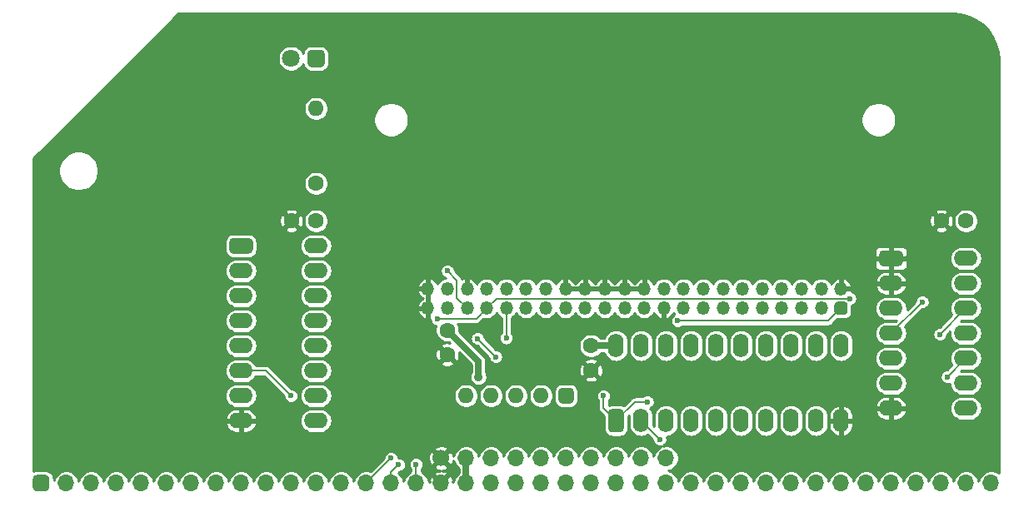
<source format=gbr>
%TF.GenerationSoftware,KiCad,Pcbnew,(5.1.10)-1*%
%TF.CreationDate,2021-07-06T00:11:38-07:00*%
%TF.ProjectId,rc-cfcardh,72632d63-6663-4617-9264-682e6b696361,rev?*%
%TF.SameCoordinates,PX9157080PY9071968*%
%TF.FileFunction,Copper,L2,Bot*%
%TF.FilePolarity,Positive*%
%FSLAX46Y46*%
G04 Gerber Fmt 4.6, Leading zero omitted, Abs format (unit mm)*
G04 Created by KiCad (PCBNEW (5.1.10)-1) date 2021-07-06 00:11:38*
%MOMM*%
%LPD*%
G01*
G04 APERTURE LIST*
%TA.AperFunction,ComponentPad*%
%ADD10O,1.350000X1.350000*%
%TD*%
%TA.AperFunction,ComponentPad*%
%ADD11O,1.700000X1.700000*%
%TD*%
%TA.AperFunction,ComponentPad*%
%ADD12C,1.700000*%
%TD*%
%TA.AperFunction,ComponentPad*%
%ADD13O,1.600000X2.400000*%
%TD*%
%TA.AperFunction,ComponentPad*%
%ADD14C,1.600000*%
%TD*%
%TA.AperFunction,ComponentPad*%
%ADD15O,2.400000X1.600000*%
%TD*%
%TA.AperFunction,ComponentPad*%
%ADD16O,1.600000X1.600000*%
%TD*%
%TA.AperFunction,ComponentPad*%
%ADD17C,1.800000*%
%TD*%
%TA.AperFunction,ViaPad*%
%ADD18C,0.600000*%
%TD*%
%TA.AperFunction,ViaPad*%
%ADD19C,0.900001*%
%TD*%
%TA.AperFunction,Conductor*%
%ADD20C,0.508000*%
%TD*%
%TA.AperFunction,Conductor*%
%ADD21C,0.200000*%
%TD*%
%TA.AperFunction,Conductor*%
%ADD22C,0.635000*%
%TD*%
%TA.AperFunction,Conductor*%
%ADD23C,0.254000*%
%TD*%
%TA.AperFunction,Conductor*%
%ADD24C,0.100000*%
%TD*%
G04 APERTURE END LIST*
D10*
%TO.P,J3,44*%
%TO.N,GND*%
X40550000Y21380200D03*
%TO.P,J3,43*%
X40550000Y19380200D03*
%TO.P,J3,42*%
%TO.N,+5V*%
X42550000Y21380200D03*
%TO.P,J3,41*%
X42550000Y19380200D03*
%TO.P,J3,40*%
%TO.N,GND*%
X44550000Y21380200D03*
%TO.P,J3,39*%
%TO.N,/~ACT*%
X44550000Y19380200D03*
%TO.P,J3,38*%
%TO.N,/~CS1*%
X46550000Y21380200D03*
%TO.P,J3,37*%
%TO.N,~CFCS*%
X46550000Y19380200D03*
%TO.P,J3,36*%
%TO.N,A2*%
X48550000Y21380200D03*
%TO.P,J3,35*%
%TO.N,A0*%
X48550000Y19380200D03*
%TO.P,J3,34*%
%TO.N,/~PDIAG*%
X50550000Y21380200D03*
%TO.P,J3,33*%
%TO.N,A1*%
X50550000Y19380200D03*
%TO.P,J3,32*%
%TO.N,Net-(J3-Pad32)*%
X52550000Y21380200D03*
%TO.P,J3,31*%
%TO.N,Net-(J3-Pad31)*%
X52550000Y19380200D03*
%TO.P,J3,30*%
%TO.N,GND*%
X54550000Y21380200D03*
%TO.P,J3,29*%
%TO.N,~DMACK*%
X54550000Y19380200D03*
%TO.P,J3,28*%
%TO.N,GND*%
X56550000Y21380200D03*
%TO.P,J3,27*%
%TO.N,Net-(J3-Pad27)*%
X56550000Y19380200D03*
%TO.P,J3,26*%
%TO.N,GND*%
X58550000Y21380200D03*
%TO.P,J3,25*%
%TO.N,~IORD*%
X58550000Y19380200D03*
%TO.P,J3,24*%
%TO.N,GND*%
X60550000Y21380200D03*
%TO.P,J3,23*%
%TO.N,~IOWR*%
X60550000Y19380200D03*
%TO.P,J3,22*%
%TO.N,GND*%
X62550000Y21380200D03*
%TO.P,J3,21*%
%TO.N,Net-(J3-Pad21)*%
X62550000Y19380200D03*
%TO.P,J3,20*%
%TO.N,Net-(J3-Pad20)*%
X64550000Y21380200D03*
%TO.P,J3,19*%
%TO.N,GND*%
X64550000Y19380200D03*
%TO.P,J3,18*%
%TO.N,Net-(J3-Pad18)*%
X66550000Y21380200D03*
%TO.P,J3,17*%
%TO.N,D0'*%
X66550000Y19380200D03*
%TO.P,J3,16*%
%TO.N,Net-(J3-Pad16)*%
X68550000Y21380200D03*
%TO.P,J3,15*%
%TO.N,D1'*%
X68550000Y19380200D03*
%TO.P,J3,14*%
%TO.N,Net-(J3-Pad14)*%
X70550000Y21380200D03*
%TO.P,J3,13*%
%TO.N,D2'*%
X70550000Y19380200D03*
%TO.P,J3,12*%
%TO.N,Net-(J3-Pad12)*%
X72550000Y21380200D03*
%TO.P,J3,11*%
%TO.N,D3'*%
X72550000Y19380200D03*
%TO.P,J3,10*%
%TO.N,Net-(J3-Pad10)*%
X74550000Y21380200D03*
%TO.P,J3,9*%
%TO.N,D4'*%
X74550000Y19380200D03*
%TO.P,J3,8*%
%TO.N,Net-(J3-Pad8)*%
X76550000Y21380200D03*
%TO.P,J3,7*%
%TO.N,D5'*%
X76550000Y19380200D03*
%TO.P,J3,6*%
%TO.N,Net-(J3-Pad6)*%
X78550000Y21380200D03*
%TO.P,J3,5*%
%TO.N,D6'*%
X78550000Y19380200D03*
%TO.P,J3,4*%
%TO.N,Net-(J3-Pad4)*%
X80550000Y21380200D03*
%TO.P,J3,3*%
%TO.N,D7'*%
X80550000Y19380200D03*
%TO.P,J3,2*%
%TO.N,GND*%
X82550000Y21380200D03*
%TO.P,J3,1*%
%TO.N,~RESET*%
%TA.AperFunction,ComponentPad*%
G36*
G01*
X82212500Y20055200D02*
X82887500Y20055200D01*
G75*
G02*
X83225000Y19717700I0J-337500D01*
G01*
X83225000Y19042700D01*
G75*
G02*
X82887500Y18705200I-337500J0D01*
G01*
X82212500Y18705200D01*
G75*
G02*
X81875000Y19042700I0J337500D01*
G01*
X81875000Y19717700D01*
G75*
G02*
X82212500Y20055200I337500J0D01*
G01*
G37*
%TD.AperFunction*%
%TD*%
D11*
%TO.P,J2,10*%
%TO.N,Net-(J2-Pad10)*%
X64770000Y4140200D03*
%TO.P,J2,9*%
%TO.N,Net-(J2-Pad9)*%
X62230000Y4140200D03*
%TO.P,J2,8*%
%TO.N,Net-(J2-Pad8)*%
X59690000Y4140200D03*
%TO.P,J2,7*%
%TO.N,Net-(J2-Pad7)*%
X57150000Y4140200D03*
%TO.P,J2,6*%
%TO.N,Net-(J2-Pad6)*%
X54610000Y4140200D03*
%TO.P,J2,5*%
%TO.N,Net-(J2-Pad5)*%
X52070000Y4140200D03*
%TO.P,J2,4*%
%TO.N,Net-(J2-Pad4)*%
X49530000Y4140200D03*
%TO.P,J2,3*%
%TO.N,Net-(J2-Pad3)*%
X46990000Y4140200D03*
%TO.P,J2,2*%
%TO.N,+5V*%
X44450000Y4140200D03*
D12*
%TO.P,J2,1*%
%TO.N,GND*%
X41910000Y4140200D03*
%TD*%
D13*
%TO.P,U3,20*%
%TO.N,+5V*%
X59690000Y15570200D03*
%TO.P,U3,10*%
%TO.N,GND*%
X82550000Y7950200D03*
%TO.P,U3,19*%
%TO.N,~IOCS*%
X62230000Y15570200D03*
%TO.P,U3,9*%
%TO.N,D7*%
X80010000Y7950200D03*
%TO.P,U3,18*%
%TO.N,D0'*%
X64770000Y15570200D03*
%TO.P,U3,8*%
%TO.N,D6*%
X77470000Y7950200D03*
%TO.P,U3,17*%
%TO.N,D1'*%
X67310000Y15570200D03*
%TO.P,U3,7*%
%TO.N,D5*%
X74930000Y7950200D03*
%TO.P,U3,16*%
%TO.N,D2'*%
X69850000Y15570200D03*
%TO.P,U3,6*%
%TO.N,D4*%
X72390000Y7950200D03*
%TO.P,U3,15*%
%TO.N,D3'*%
X72390000Y15570200D03*
%TO.P,U3,5*%
%TO.N,D3*%
X69850000Y7950200D03*
%TO.P,U3,14*%
%TO.N,D4'*%
X74930000Y15570200D03*
%TO.P,U3,4*%
%TO.N,D2*%
X67310000Y7950200D03*
%TO.P,U3,13*%
%TO.N,D5'*%
X77470000Y15570200D03*
%TO.P,U3,3*%
%TO.N,D1*%
X64770000Y7950200D03*
%TO.P,U3,12*%
%TO.N,D6'*%
X80010000Y15570200D03*
%TO.P,U3,2*%
%TO.N,D0*%
X62230000Y7950200D03*
%TO.P,U3,11*%
%TO.N,D7'*%
X82550000Y15570200D03*
%TO.P,U3,1*%
%TO.N,~IORD*%
%TA.AperFunction,ComponentPad*%
G36*
G01*
X60090000Y6750200D02*
X59290000Y6750200D01*
G75*
G02*
X58890000Y7150200I0J400000D01*
G01*
X58890000Y8750200D01*
G75*
G02*
X59290000Y9150200I400000J0D01*
G01*
X60090000Y9150200D01*
G75*
G02*
X60490000Y8750200I0J-400000D01*
G01*
X60490000Y7150200D01*
G75*
G02*
X60090000Y6750200I-400000J0D01*
G01*
G37*
%TD.AperFunction*%
%TD*%
D14*
%TO.P,C4,2*%
%TO.N,GND*%
X42545000Y14657700D03*
%TO.P,C4,1*%
%TO.N,+5V*%
X42545000Y17157700D03*
%TD*%
%TO.P,C3,2*%
%TO.N,GND*%
X57150000Y13070200D03*
%TO.P,C3,1*%
%TO.N,+5V*%
X57150000Y15570200D03*
%TD*%
%TO.P,C2,2*%
%TO.N,GND*%
X92750000Y28270200D03*
%TO.P,C2,1*%
%TO.N,+5V*%
X95250000Y28270200D03*
%TD*%
%TO.P,C1,2*%
%TO.N,GND*%
X26710000Y28270200D03*
%TO.P,C1,1*%
%TO.N,+5V*%
X29210000Y28270200D03*
%TD*%
D15*
%TO.P,U2,14*%
%TO.N,+5V*%
X95250000Y24460200D03*
%TO.P,U2,7*%
%TO.N,GND*%
X87630000Y9220200D03*
%TO.P,U2,13*%
%TO.N,~IOCS*%
X95250000Y21920200D03*
%TO.P,U2,6*%
%TO.N,~IORD*%
X87630000Y11760200D03*
%TO.P,U2,12*%
%TO.N,~WR*%
X95250000Y19380200D03*
%TO.P,U2,5*%
%TO.N,~RD*%
X87630000Y14300200D03*
%TO.P,U2,11*%
%TO.N,~IOWR*%
X95250000Y16840200D03*
%TO.P,U2,4*%
%TO.N,~IOCS*%
X87630000Y16840200D03*
%TO.P,U2,10*%
%TO.N,~IOREQ*%
X95250000Y14300200D03*
%TO.P,U2,3*%
%TO.N,Net-(U2-Pad3)*%
X87630000Y19380200D03*
%TO.P,U2,9*%
%TO.N,~CFCS*%
X95250000Y11760200D03*
%TO.P,U2,2*%
%TO.N,GND*%
X87630000Y21920200D03*
%TO.P,U2,8*%
%TO.N,~IOCS*%
X95250000Y9220200D03*
%TO.P,U2,1*%
%TO.N,GND*%
%TA.AperFunction,ComponentPad*%
G36*
G01*
X86430000Y24060200D02*
X86430000Y24860200D01*
G75*
G02*
X86830000Y25260200I400000J0D01*
G01*
X88430000Y25260200D01*
G75*
G02*
X88830000Y24860200I0J-400000D01*
G01*
X88830000Y24060200D01*
G75*
G02*
X88430000Y23660200I-400000J0D01*
G01*
X86830000Y23660200D01*
G75*
G02*
X86430000Y24060200I0J400000D01*
G01*
G37*
%TD.AperFunction*%
%TD*%
D16*
%TO.P,RN1,5*%
%TO.N,Net-(RN1-Pad5)*%
X44450000Y10490200D03*
%TO.P,RN1,4*%
%TO.N,/~CS1*%
X46990000Y10490200D03*
%TO.P,RN1,3*%
%TO.N,/~PDIAG*%
X49530000Y10490200D03*
%TO.P,RN1,2*%
%TO.N,~DMACK*%
X52070000Y10490200D03*
%TO.P,RN1,1*%
%TO.N,+5V*%
%TA.AperFunction,ComponentPad*%
G36*
G01*
X55410000Y10890200D02*
X55410000Y10090200D01*
G75*
G02*
X55010000Y9690200I-400000J0D01*
G01*
X54210000Y9690200D01*
G75*
G02*
X53810000Y10090200I0J400000D01*
G01*
X53810000Y10890200D01*
G75*
G02*
X54210000Y11290200I400000J0D01*
G01*
X55010000Y11290200D01*
G75*
G02*
X55410000Y10890200I0J-400000D01*
G01*
G37*
%TD.AperFunction*%
%TD*%
%TO.P,R1,2*%
%TO.N,/~ACT'*%
X29210000Y39700200D03*
D14*
%TO.P,R1,1*%
%TO.N,/~ACT*%
X29210000Y32080200D03*
%TD*%
D17*
%TO.P,D1,2*%
%TO.N,+5V*%
X26670000Y44780200D03*
%TO.P,D1,1*%
%TO.N,/~ACT'*%
%TA.AperFunction,ComponentPad*%
G36*
G01*
X30110000Y45230200D02*
X30110000Y44330200D01*
G75*
G02*
X29660000Y43880200I-450000J0D01*
G01*
X28760000Y43880200D01*
G75*
G02*
X28310000Y44330200I0J450000D01*
G01*
X28310000Y45230200D01*
G75*
G02*
X28760000Y45680200I450000J0D01*
G01*
X29660000Y45680200D01*
G75*
G02*
X30110000Y45230200I0J-450000D01*
G01*
G37*
%TD.AperFunction*%
%TD*%
D15*
%TO.P,U1,16*%
%TO.N,+5V*%
X29210000Y25730200D03*
%TO.P,U1,8*%
%TO.N,GND*%
X21590000Y7950200D03*
%TO.P,U1,15*%
%TO.N,Net-(U1-Pad15)*%
X29210000Y23190200D03*
%TO.P,U1,7*%
%TO.N,Net-(U1-Pad7)*%
X21590000Y10490200D03*
%TO.P,U1,14*%
%TO.N,Net-(U1-Pad14)*%
X29210000Y20650200D03*
%TO.P,U1,6*%
%TO.N,~M1*%
X21590000Y13030200D03*
%TO.P,U1,13*%
%TO.N,~CFCS*%
X29210000Y18110200D03*
%TO.P,U1,5*%
%TO.N,A7*%
X21590000Y15570200D03*
%TO.P,U1,12*%
%TO.N,Net-(U1-Pad12)*%
X29210000Y15570200D03*
%TO.P,U1,4*%
%TO.N,A6*%
X21590000Y18110200D03*
%TO.P,U1,11*%
%TO.N,Net-(U1-Pad11)*%
X29210000Y13030200D03*
%TO.P,U1,3*%
%TO.N,A5*%
X21590000Y20650200D03*
%TO.P,U1,10*%
%TO.N,Net-(U1-Pad10)*%
X29210000Y10490200D03*
%TO.P,U1,2*%
%TO.N,A4*%
X21590000Y23190200D03*
%TO.P,U1,9*%
%TO.N,Net-(U1-Pad9)*%
X29210000Y7950200D03*
%TO.P,U1,1*%
%TO.N,A3*%
%TA.AperFunction,ComponentPad*%
G36*
G01*
X20390000Y25330200D02*
X20390000Y26130200D01*
G75*
G02*
X20790000Y26530200I400000J0D01*
G01*
X22390000Y26530200D01*
G75*
G02*
X22790000Y26130200I0J-400000D01*
G01*
X22790000Y25330200D01*
G75*
G02*
X22390000Y24930200I-400000J0D01*
G01*
X20790000Y24930200D01*
G75*
G02*
X20390000Y25330200I0J400000D01*
G01*
G37*
%TD.AperFunction*%
%TD*%
D11*
%TO.P,J1,39*%
%TO.N,Net-(J1-Pad39)*%
X97790000Y1600200D03*
%TO.P,J1,38*%
%TO.N,Net-(J1-Pad38)*%
X95250000Y1600200D03*
%TO.P,J1,37*%
%TO.N,Net-(J1-Pad37)*%
X92710000Y1600200D03*
%TO.P,J1,36*%
%TO.N,Net-(J1-Pad36)*%
X90170000Y1600200D03*
%TO.P,J1,35*%
%TO.N,Net-(J1-Pad35)*%
X87630000Y1600200D03*
%TO.P,J1,34*%
%TO.N,D7*%
X85090000Y1600200D03*
%TO.P,J1,33*%
%TO.N,D6*%
X82550000Y1600200D03*
%TO.P,J1,32*%
%TO.N,D5*%
X80010000Y1600200D03*
%TO.P,J1,31*%
%TO.N,D4*%
X77470000Y1600200D03*
%TO.P,J1,30*%
%TO.N,D3*%
X74930000Y1600200D03*
%TO.P,J1,29*%
%TO.N,D2*%
X72390000Y1600200D03*
%TO.P,J1,28*%
%TO.N,D1*%
X69850000Y1600200D03*
%TO.P,J1,27*%
%TO.N,D0*%
X67310000Y1600200D03*
%TO.P,J1,26*%
%TO.N,~IOREQ*%
X64770000Y1600200D03*
%TO.P,J1,25*%
%TO.N,~RD*%
X62230000Y1600200D03*
%TO.P,J1,24*%
%TO.N,~WR*%
X59690000Y1600200D03*
%TO.P,J1,23*%
%TO.N,Net-(J1-Pad23)*%
X57150000Y1600200D03*
%TO.P,J1,22*%
%TO.N,Net-(J1-Pad22)*%
X54610000Y1600200D03*
%TO.P,J1,21*%
%TO.N,Net-(J1-Pad21)*%
X52070000Y1600200D03*
%TO.P,J1,20*%
%TO.N,~RESET*%
X49530000Y1600200D03*
%TO.P,J1,19*%
%TO.N,~M1*%
X46990000Y1600200D03*
%TO.P,J1,18*%
%TO.N,+5V*%
X44450000Y1600200D03*
%TO.P,J1,17*%
%TO.N,GND*%
X41910000Y1600200D03*
%TO.P,J1,16*%
%TO.N,A0*%
X39370000Y1600200D03*
%TO.P,J1,15*%
%TO.N,A1*%
X36830000Y1600200D03*
%TO.P,J1,14*%
%TO.N,A2*%
X34290000Y1600200D03*
%TO.P,J1,13*%
%TO.N,A3*%
X31750000Y1600200D03*
%TO.P,J1,12*%
%TO.N,A4*%
X29210000Y1600200D03*
%TO.P,J1,11*%
%TO.N,A5*%
X26670000Y1600200D03*
%TO.P,J1,10*%
%TO.N,A6*%
X24130000Y1600200D03*
%TO.P,J1,9*%
%TO.N,A7*%
X21590000Y1600200D03*
%TO.P,J1,8*%
%TO.N,Net-(J1-Pad8)*%
X19050000Y1600200D03*
%TO.P,J1,7*%
%TO.N,Net-(J1-Pad7)*%
X16510000Y1600200D03*
%TO.P,J1,6*%
%TO.N,Net-(J1-Pad6)*%
X13970000Y1600200D03*
%TO.P,J1,5*%
%TO.N,Net-(J1-Pad5)*%
X11430000Y1600200D03*
%TO.P,J1,4*%
%TO.N,Net-(J1-Pad4)*%
X8890000Y1600200D03*
%TO.P,J1,3*%
%TO.N,Net-(J1-Pad3)*%
X6350000Y1600200D03*
%TO.P,J1,2*%
%TO.N,Net-(J1-Pad2)*%
X3810000Y1600200D03*
%TO.P,J1,1*%
%TO.N,Net-(J1-Pad1)*%
%TA.AperFunction,ComponentPad*%
G36*
G01*
X1695000Y750200D02*
X845000Y750200D01*
G75*
G02*
X420000Y1175200I0J425000D01*
G01*
X420000Y2025200D01*
G75*
G02*
X845000Y2450200I425000J0D01*
G01*
X1695000Y2450200D01*
G75*
G02*
X2120000Y2025200I0J-425000D01*
G01*
X2120000Y1175200D01*
G75*
G02*
X1695000Y750200I-425000J0D01*
G01*
G37*
%TD.AperFunction*%
%TD*%
D18*
%TO.N,D0*%
X64135000Y6045200D03*
%TO.N,~IOREQ*%
X93345000Y12395200D03*
%TO.N,~WR*%
X92603235Y16733435D03*
%TO.N,~RESET*%
X65950000Y18110200D03*
D19*
%TO.N,+5V*%
X45720000Y12395200D03*
D18*
%TO.N,A0*%
X39370000Y3505200D03*
X48539402Y16357600D03*
%TO.N,A1*%
X37599164Y3470200D03*
%TO.N,A2*%
X36830000Y4140200D03*
%TO.N,~M1*%
X26670000Y10490200D03*
%TO.N,~IORD*%
X62865000Y9855200D03*
X58420000Y10490200D03*
%TO.N,/~ACT*%
X42545000Y23190200D03*
%TO.N,/~CS1*%
X45613235Y16311965D03*
X47477786Y14447454D03*
%TO.N,~CFCS*%
X41528996Y18313400D03*
X83464400Y20370800D03*
%TO.N,~IOCS*%
X90805000Y20015200D03*
%TD*%
D20*
%TO.N,GND*%
X41910000Y1600200D02*
X40640000Y2870200D01*
X41910000Y1600200D02*
X43180000Y2870200D01*
D21*
%TO.N,D0*%
X64135000Y6045200D02*
X62230000Y7950200D01*
%TO.N,~IOREQ*%
X93345000Y12395200D02*
X95250000Y14300200D01*
%TO.N,~WR*%
X92603235Y16733435D02*
X95250000Y19380200D01*
%TO.N,~RESET*%
X81280000Y18110200D02*
X82550000Y19380200D01*
X65950000Y18110200D02*
X81280000Y18110200D01*
D22*
%TO.N,+5V*%
X44450000Y1600200D02*
X44450000Y4140200D01*
X57150000Y15570200D02*
X59690000Y15570200D01*
X45720000Y13982700D02*
X45720000Y12395200D01*
X42545000Y17157700D02*
X45720000Y13982700D01*
D21*
%TO.N,A0*%
X39370000Y1600200D02*
X39370000Y3505200D01*
X48550000Y16368198D02*
X48539402Y16357600D01*
X48550000Y19380200D02*
X48550000Y16368198D01*
%TO.N,A1*%
X36830000Y1600200D02*
X36830000Y2701036D01*
X36830000Y2701036D02*
X37599164Y3470200D01*
%TO.N,A2*%
X34290000Y1600200D02*
X36830000Y4140200D01*
%TO.N,~M1*%
X24130000Y13030200D02*
X26670000Y10490200D01*
X21590000Y13030200D02*
X24130000Y13030200D01*
%TO.N,~IORD*%
X61595000Y9855200D02*
X59690000Y7950200D01*
X62865000Y9855200D02*
X61595000Y9855200D01*
X59690000Y7950200D02*
X58420000Y9220200D01*
X58420000Y9220200D02*
X58420000Y10490200D01*
%TO.N,/~ACT*%
X44550000Y19380200D02*
X43525001Y20405199D01*
X43525001Y20405199D02*
X43525001Y22210199D01*
X43525001Y22210199D02*
X42545000Y23190200D01*
%TO.N,/~CS1*%
X45613235Y16311965D02*
X47477746Y14447454D01*
X47477746Y14447454D02*
X47477786Y14447454D01*
%TO.N,~CFCS*%
X46550000Y19380200D02*
X45483200Y18313400D01*
X45483200Y18313400D02*
X41528996Y18313400D01*
X47540600Y20370800D02*
X83464400Y20370800D01*
X46550000Y19380200D02*
X47540600Y20370800D01*
%TO.N,~IOCS*%
X87630000Y16840200D02*
X90805000Y20015200D01*
%TD*%
D23*
%TO.N,GND*%
X42037000Y1727200D02*
X42057000Y1727200D01*
X42057000Y1473200D01*
X42037000Y1473200D01*
X42037000Y1453200D01*
X41783000Y1453200D01*
X41783000Y1473200D01*
X41763000Y1473200D01*
X41763000Y1727200D01*
X41783000Y1727200D01*
X41783000Y1747200D01*
X42037000Y1747200D01*
X42037000Y1727200D01*
%TA.AperFunction,Conductor*%
D24*
G36*
X42037000Y1727200D02*
G01*
X42057000Y1727200D01*
X42057000Y1473200D01*
X42037000Y1473200D01*
X42037000Y1453200D01*
X41783000Y1453200D01*
X41783000Y1473200D01*
X41763000Y1473200D01*
X41763000Y1727200D01*
X41783000Y1727200D01*
X41783000Y1747200D01*
X42037000Y1747200D01*
X42037000Y1727200D01*
G37*
%TD.AperFunction*%
D23*
X94730956Y49280497D02*
X95517463Y49069754D01*
X96255433Y48725633D01*
X96922429Y48258597D01*
X97498197Y47682829D01*
X97965233Y47015833D01*
X98309354Y46277863D01*
X98520098Y45491355D01*
X98594600Y44639789D01*
X98594601Y2604191D01*
X98397160Y2736116D01*
X98163887Y2832741D01*
X97916246Y2882000D01*
X97663754Y2882000D01*
X97416113Y2832741D01*
X97182840Y2736116D01*
X96972900Y2595839D01*
X96794361Y2417300D01*
X96654084Y2207360D01*
X96557459Y1974087D01*
X96520000Y1785768D01*
X96482541Y1974087D01*
X96385916Y2207360D01*
X96245639Y2417300D01*
X96067100Y2595839D01*
X95857160Y2736116D01*
X95623887Y2832741D01*
X95376246Y2882000D01*
X95123754Y2882000D01*
X94876113Y2832741D01*
X94642840Y2736116D01*
X94432900Y2595839D01*
X94254361Y2417300D01*
X94114084Y2207360D01*
X94017459Y1974087D01*
X93980000Y1785768D01*
X93942541Y1974087D01*
X93845916Y2207360D01*
X93705639Y2417300D01*
X93527100Y2595839D01*
X93317160Y2736116D01*
X93083887Y2832741D01*
X92836246Y2882000D01*
X92583754Y2882000D01*
X92336113Y2832741D01*
X92102840Y2736116D01*
X91892900Y2595839D01*
X91714361Y2417300D01*
X91574084Y2207360D01*
X91477459Y1974087D01*
X91440000Y1785768D01*
X91402541Y1974087D01*
X91305916Y2207360D01*
X91165639Y2417300D01*
X90987100Y2595839D01*
X90777160Y2736116D01*
X90543887Y2832741D01*
X90296246Y2882000D01*
X90043754Y2882000D01*
X89796113Y2832741D01*
X89562840Y2736116D01*
X89352900Y2595839D01*
X89174361Y2417300D01*
X89034084Y2207360D01*
X88937459Y1974087D01*
X88900000Y1785768D01*
X88862541Y1974087D01*
X88765916Y2207360D01*
X88625639Y2417300D01*
X88447100Y2595839D01*
X88237160Y2736116D01*
X88003887Y2832741D01*
X87756246Y2882000D01*
X87503754Y2882000D01*
X87256113Y2832741D01*
X87022840Y2736116D01*
X86812900Y2595839D01*
X86634361Y2417300D01*
X86494084Y2207360D01*
X86397459Y1974087D01*
X86360000Y1785768D01*
X86322541Y1974087D01*
X86225916Y2207360D01*
X86085639Y2417300D01*
X85907100Y2595839D01*
X85697160Y2736116D01*
X85463887Y2832741D01*
X85216246Y2882000D01*
X84963754Y2882000D01*
X84716113Y2832741D01*
X84482840Y2736116D01*
X84272900Y2595839D01*
X84094361Y2417300D01*
X83954084Y2207360D01*
X83857459Y1974087D01*
X83820000Y1785768D01*
X83782541Y1974087D01*
X83685916Y2207360D01*
X83545639Y2417300D01*
X83367100Y2595839D01*
X83157160Y2736116D01*
X82923887Y2832741D01*
X82676246Y2882000D01*
X82423754Y2882000D01*
X82176113Y2832741D01*
X81942840Y2736116D01*
X81732900Y2595839D01*
X81554361Y2417300D01*
X81414084Y2207360D01*
X81317459Y1974087D01*
X81280000Y1785768D01*
X81242541Y1974087D01*
X81145916Y2207360D01*
X81005639Y2417300D01*
X80827100Y2595839D01*
X80617160Y2736116D01*
X80383887Y2832741D01*
X80136246Y2882000D01*
X79883754Y2882000D01*
X79636113Y2832741D01*
X79402840Y2736116D01*
X79192900Y2595839D01*
X79014361Y2417300D01*
X78874084Y2207360D01*
X78777459Y1974087D01*
X78740000Y1785768D01*
X78702541Y1974087D01*
X78605916Y2207360D01*
X78465639Y2417300D01*
X78287100Y2595839D01*
X78077160Y2736116D01*
X77843887Y2832741D01*
X77596246Y2882000D01*
X77343754Y2882000D01*
X77096113Y2832741D01*
X76862840Y2736116D01*
X76652900Y2595839D01*
X76474361Y2417300D01*
X76334084Y2207360D01*
X76237459Y1974087D01*
X76200000Y1785768D01*
X76162541Y1974087D01*
X76065916Y2207360D01*
X75925639Y2417300D01*
X75747100Y2595839D01*
X75537160Y2736116D01*
X75303887Y2832741D01*
X75056246Y2882000D01*
X74803754Y2882000D01*
X74556113Y2832741D01*
X74322840Y2736116D01*
X74112900Y2595839D01*
X73934361Y2417300D01*
X73794084Y2207360D01*
X73697459Y1974087D01*
X73660000Y1785768D01*
X73622541Y1974087D01*
X73525916Y2207360D01*
X73385639Y2417300D01*
X73207100Y2595839D01*
X72997160Y2736116D01*
X72763887Y2832741D01*
X72516246Y2882000D01*
X72263754Y2882000D01*
X72016113Y2832741D01*
X71782840Y2736116D01*
X71572900Y2595839D01*
X71394361Y2417300D01*
X71254084Y2207360D01*
X71157459Y1974087D01*
X71120000Y1785768D01*
X71082541Y1974087D01*
X70985916Y2207360D01*
X70845639Y2417300D01*
X70667100Y2595839D01*
X70457160Y2736116D01*
X70223887Y2832741D01*
X69976246Y2882000D01*
X69723754Y2882000D01*
X69476113Y2832741D01*
X69242840Y2736116D01*
X69032900Y2595839D01*
X68854361Y2417300D01*
X68714084Y2207360D01*
X68617459Y1974087D01*
X68580000Y1785768D01*
X68542541Y1974087D01*
X68445916Y2207360D01*
X68305639Y2417300D01*
X68127100Y2595839D01*
X67917160Y2736116D01*
X67683887Y2832741D01*
X67436246Y2882000D01*
X67183754Y2882000D01*
X66936113Y2832741D01*
X66702840Y2736116D01*
X66492900Y2595839D01*
X66314361Y2417300D01*
X66174084Y2207360D01*
X66077459Y1974087D01*
X66040000Y1785768D01*
X66002541Y1974087D01*
X65905916Y2207360D01*
X65765639Y2417300D01*
X65587100Y2595839D01*
X65377160Y2736116D01*
X65143887Y2832741D01*
X64955568Y2870200D01*
X65143887Y2907659D01*
X65377160Y3004284D01*
X65587100Y3144561D01*
X65765639Y3323100D01*
X65905916Y3533040D01*
X66002541Y3766313D01*
X66051800Y4013954D01*
X66051800Y4266446D01*
X66002541Y4514087D01*
X65905916Y4747360D01*
X65765639Y4957300D01*
X65587100Y5135839D01*
X65377160Y5276116D01*
X65143887Y5372741D01*
X64896246Y5422000D01*
X64643754Y5422000D01*
X64449429Y5383346D01*
X64481637Y5396687D01*
X64601495Y5476774D01*
X64703426Y5578705D01*
X64783513Y5698563D01*
X64838677Y5831742D01*
X64866800Y5973124D01*
X64866800Y6117276D01*
X64838677Y6258658D01*
X64814581Y6316831D01*
X65011475Y6336223D01*
X65243670Y6406659D01*
X65457663Y6521040D01*
X65645228Y6674972D01*
X65799160Y6862537D01*
X65913541Y7076530D01*
X65983977Y7308726D01*
X66001800Y7489688D01*
X66001800Y8410712D01*
X66078200Y8410712D01*
X66078200Y7489687D01*
X66096023Y7308725D01*
X66166459Y7076530D01*
X66280841Y6862537D01*
X66434773Y6674972D01*
X66622338Y6521040D01*
X66836331Y6406659D01*
X67068526Y6336223D01*
X67310000Y6312440D01*
X67551475Y6336223D01*
X67783670Y6406659D01*
X67997663Y6521040D01*
X68185228Y6674972D01*
X68339160Y6862537D01*
X68453541Y7076530D01*
X68523977Y7308726D01*
X68541800Y7489688D01*
X68541800Y8410712D01*
X68618200Y8410712D01*
X68618200Y7489687D01*
X68636023Y7308725D01*
X68706459Y7076530D01*
X68820841Y6862537D01*
X68974773Y6674972D01*
X69162338Y6521040D01*
X69376331Y6406659D01*
X69608526Y6336223D01*
X69850000Y6312440D01*
X70091475Y6336223D01*
X70323670Y6406659D01*
X70537663Y6521040D01*
X70725228Y6674972D01*
X70879160Y6862537D01*
X70993541Y7076530D01*
X71063977Y7308726D01*
X71081800Y7489688D01*
X71081800Y8410712D01*
X71158200Y8410712D01*
X71158200Y7489687D01*
X71176023Y7308725D01*
X71246459Y7076530D01*
X71360841Y6862537D01*
X71514773Y6674972D01*
X71702338Y6521040D01*
X71916331Y6406659D01*
X72148526Y6336223D01*
X72390000Y6312440D01*
X72631475Y6336223D01*
X72863670Y6406659D01*
X73077663Y6521040D01*
X73265228Y6674972D01*
X73419160Y6862537D01*
X73533541Y7076530D01*
X73603977Y7308726D01*
X73621800Y7489688D01*
X73621800Y8410712D01*
X73698200Y8410712D01*
X73698200Y7489687D01*
X73716023Y7308725D01*
X73786459Y7076530D01*
X73900841Y6862537D01*
X74054773Y6674972D01*
X74242338Y6521040D01*
X74456331Y6406659D01*
X74688526Y6336223D01*
X74930000Y6312440D01*
X75171475Y6336223D01*
X75403670Y6406659D01*
X75617663Y6521040D01*
X75805228Y6674972D01*
X75959160Y6862537D01*
X76073541Y7076530D01*
X76143977Y7308726D01*
X76161800Y7489688D01*
X76161800Y8410712D01*
X76238200Y8410712D01*
X76238200Y7489687D01*
X76256023Y7308725D01*
X76326459Y7076530D01*
X76440841Y6862537D01*
X76594773Y6674972D01*
X76782338Y6521040D01*
X76996331Y6406659D01*
X77228526Y6336223D01*
X77470000Y6312440D01*
X77711475Y6336223D01*
X77943670Y6406659D01*
X78157663Y6521040D01*
X78345228Y6674972D01*
X78499160Y6862537D01*
X78613541Y7076530D01*
X78683977Y7308726D01*
X78701800Y7489688D01*
X78701800Y8410712D01*
X78778200Y8410712D01*
X78778200Y7489687D01*
X78796023Y7308725D01*
X78866459Y7076530D01*
X78980841Y6862537D01*
X79134773Y6674972D01*
X79322338Y6521040D01*
X79536331Y6406659D01*
X79768526Y6336223D01*
X80010000Y6312440D01*
X80251475Y6336223D01*
X80483670Y6406659D01*
X80697663Y6521040D01*
X80885228Y6674972D01*
X81039160Y6862537D01*
X81153541Y7076530D01*
X81223977Y7308726D01*
X81241800Y7489688D01*
X81241800Y7823200D01*
X81318200Y7823200D01*
X81318200Y7423200D01*
X81366645Y7185328D01*
X81460566Y6961478D01*
X81596353Y6760252D01*
X81768788Y6589383D01*
X81971245Y6455438D01*
X82195943Y6363564D01*
X82232894Y6359916D01*
X82423000Y6433549D01*
X82423000Y7823200D01*
X82677000Y7823200D01*
X82677000Y6433549D01*
X82867106Y6359916D01*
X82904057Y6363564D01*
X83128755Y6455438D01*
X83331212Y6589383D01*
X83503647Y6760252D01*
X83639434Y6961478D01*
X83733355Y7185328D01*
X83781800Y7423200D01*
X83781800Y7823200D01*
X82677000Y7823200D01*
X82423000Y7823200D01*
X81318200Y7823200D01*
X81241800Y7823200D01*
X81241800Y8410713D01*
X81235252Y8477200D01*
X81318200Y8477200D01*
X81318200Y8077200D01*
X82423000Y8077200D01*
X82423000Y9466851D01*
X82677000Y9466851D01*
X82677000Y8077200D01*
X83781800Y8077200D01*
X83781800Y8477200D01*
X83733355Y8715072D01*
X83654467Y8903094D01*
X86039716Y8903094D01*
X86043364Y8866143D01*
X86135238Y8641445D01*
X86269183Y8438988D01*
X86440052Y8266553D01*
X86641278Y8130766D01*
X86865128Y8036845D01*
X87103000Y7988400D01*
X87503000Y7988400D01*
X87503000Y9093200D01*
X87757000Y9093200D01*
X87757000Y7988400D01*
X88157000Y7988400D01*
X88394872Y8036845D01*
X88618722Y8130766D01*
X88819948Y8266553D01*
X88990817Y8438988D01*
X89124762Y8641445D01*
X89216636Y8866143D01*
X89220284Y8903094D01*
X89146651Y9093200D01*
X87757000Y9093200D01*
X87503000Y9093200D01*
X86113349Y9093200D01*
X86039716Y8903094D01*
X83654467Y8903094D01*
X83639434Y8938922D01*
X83503647Y9140148D01*
X83422862Y9220200D01*
X93612240Y9220200D01*
X93636023Y8978725D01*
X93706459Y8746530D01*
X93820840Y8532537D01*
X93974772Y8344972D01*
X94162337Y8191040D01*
X94376330Y8076659D01*
X94608525Y8006223D01*
X94789487Y7988400D01*
X95710513Y7988400D01*
X95891475Y8006223D01*
X96123670Y8076659D01*
X96337663Y8191040D01*
X96525228Y8344972D01*
X96679160Y8532537D01*
X96793541Y8746530D01*
X96863977Y8978725D01*
X96887760Y9220200D01*
X96863977Y9461675D01*
X96793541Y9693870D01*
X96679160Y9907863D01*
X96525228Y10095428D01*
X96337663Y10249360D01*
X96123670Y10363741D01*
X95891475Y10434177D01*
X95710513Y10452000D01*
X94789487Y10452000D01*
X94608525Y10434177D01*
X94376330Y10363741D01*
X94162337Y10249360D01*
X93974772Y10095428D01*
X93820840Y9907863D01*
X93706459Y9693870D01*
X93636023Y9461675D01*
X93612240Y9220200D01*
X83422862Y9220200D01*
X83331212Y9311017D01*
X83128755Y9444962D01*
X82904057Y9536836D01*
X82899297Y9537306D01*
X86039716Y9537306D01*
X86113349Y9347200D01*
X87503000Y9347200D01*
X87503000Y10452000D01*
X87757000Y10452000D01*
X87757000Y9347200D01*
X89146651Y9347200D01*
X89220284Y9537306D01*
X89216636Y9574257D01*
X89124762Y9798955D01*
X88990817Y10001412D01*
X88819948Y10173847D01*
X88618722Y10309634D01*
X88394872Y10403555D01*
X88157000Y10452000D01*
X87757000Y10452000D01*
X87503000Y10452000D01*
X87103000Y10452000D01*
X86865128Y10403555D01*
X86641278Y10309634D01*
X86440052Y10173847D01*
X86269183Y10001412D01*
X86135238Y9798955D01*
X86043364Y9574257D01*
X86039716Y9537306D01*
X82899297Y9537306D01*
X82867106Y9540484D01*
X82677000Y9466851D01*
X82423000Y9466851D01*
X82232894Y9540484D01*
X82195943Y9536836D01*
X81971245Y9444962D01*
X81768788Y9311017D01*
X81596353Y9140148D01*
X81460566Y8938922D01*
X81366645Y8715072D01*
X81318200Y8477200D01*
X81235252Y8477200D01*
X81223977Y8591675D01*
X81153541Y8823870D01*
X81039160Y9037863D01*
X80885228Y9225428D01*
X80697662Y9379360D01*
X80483669Y9493741D01*
X80251474Y9564177D01*
X80010000Y9587960D01*
X79768525Y9564177D01*
X79536330Y9493741D01*
X79322337Y9379360D01*
X79134772Y9225428D01*
X78980840Y9037862D01*
X78866459Y8823869D01*
X78796023Y8591674D01*
X78778200Y8410712D01*
X78701800Y8410712D01*
X78701800Y8410713D01*
X78683977Y8591675D01*
X78613541Y8823870D01*
X78499160Y9037863D01*
X78345228Y9225428D01*
X78157662Y9379360D01*
X77943669Y9493741D01*
X77711474Y9564177D01*
X77470000Y9587960D01*
X77228525Y9564177D01*
X76996330Y9493741D01*
X76782337Y9379360D01*
X76594772Y9225428D01*
X76440840Y9037862D01*
X76326459Y8823869D01*
X76256023Y8591674D01*
X76238200Y8410712D01*
X76161800Y8410712D01*
X76161800Y8410713D01*
X76143977Y8591675D01*
X76073541Y8823870D01*
X75959160Y9037863D01*
X75805228Y9225428D01*
X75617662Y9379360D01*
X75403669Y9493741D01*
X75171474Y9564177D01*
X74930000Y9587960D01*
X74688525Y9564177D01*
X74456330Y9493741D01*
X74242337Y9379360D01*
X74054772Y9225428D01*
X73900840Y9037862D01*
X73786459Y8823869D01*
X73716023Y8591674D01*
X73698200Y8410712D01*
X73621800Y8410712D01*
X73621800Y8410713D01*
X73603977Y8591675D01*
X73533541Y8823870D01*
X73419160Y9037863D01*
X73265228Y9225428D01*
X73077662Y9379360D01*
X72863669Y9493741D01*
X72631474Y9564177D01*
X72390000Y9587960D01*
X72148525Y9564177D01*
X71916330Y9493741D01*
X71702337Y9379360D01*
X71514772Y9225428D01*
X71360840Y9037862D01*
X71246459Y8823869D01*
X71176023Y8591674D01*
X71158200Y8410712D01*
X71081800Y8410712D01*
X71081800Y8410713D01*
X71063977Y8591675D01*
X70993541Y8823870D01*
X70879160Y9037863D01*
X70725228Y9225428D01*
X70537662Y9379360D01*
X70323669Y9493741D01*
X70091474Y9564177D01*
X69850000Y9587960D01*
X69608525Y9564177D01*
X69376330Y9493741D01*
X69162337Y9379360D01*
X68974772Y9225428D01*
X68820840Y9037862D01*
X68706459Y8823869D01*
X68636023Y8591674D01*
X68618200Y8410712D01*
X68541800Y8410712D01*
X68541800Y8410713D01*
X68523977Y8591675D01*
X68453541Y8823870D01*
X68339160Y9037863D01*
X68185228Y9225428D01*
X67997662Y9379360D01*
X67783669Y9493741D01*
X67551474Y9564177D01*
X67310000Y9587960D01*
X67068525Y9564177D01*
X66836330Y9493741D01*
X66622337Y9379360D01*
X66434772Y9225428D01*
X66280840Y9037862D01*
X66166459Y8823869D01*
X66096023Y8591674D01*
X66078200Y8410712D01*
X66001800Y8410712D01*
X66001800Y8410713D01*
X65983977Y8591675D01*
X65913541Y8823870D01*
X65799160Y9037863D01*
X65645228Y9225428D01*
X65457662Y9379360D01*
X65243669Y9493741D01*
X65011474Y9564177D01*
X64770000Y9587960D01*
X64528525Y9564177D01*
X64296330Y9493741D01*
X64082337Y9379360D01*
X63894772Y9225428D01*
X63740840Y9037862D01*
X63626459Y8823869D01*
X63556023Y8591674D01*
X63538200Y8410712D01*
X63538200Y7489687D01*
X63548645Y7383632D01*
X63460078Y7472200D01*
X63461800Y7489688D01*
X63461800Y8410713D01*
X63443977Y8591675D01*
X63373541Y8823870D01*
X63259160Y9037863D01*
X63143702Y9178548D01*
X63211637Y9206687D01*
X63331495Y9286774D01*
X63433426Y9388705D01*
X63513513Y9508563D01*
X63568677Y9641742D01*
X63596800Y9783124D01*
X63596800Y9927276D01*
X63568677Y10068658D01*
X63513513Y10201837D01*
X63433426Y10321695D01*
X63331495Y10423626D01*
X63211637Y10503713D01*
X63078458Y10558877D01*
X62937076Y10587000D01*
X62792924Y10587000D01*
X62651542Y10558877D01*
X62518363Y10503713D01*
X62398505Y10423626D01*
X62361879Y10387000D01*
X61621123Y10387000D01*
X61595000Y10389573D01*
X61568876Y10387000D01*
X61490749Y10379305D01*
X61390504Y10348896D01*
X61298118Y10299515D01*
X61217141Y10233059D01*
X61200482Y10212760D01*
X60473774Y9486052D01*
X60409116Y9520613D01*
X60252684Y9568066D01*
X60090000Y9584089D01*
X59290000Y9584089D01*
X59127316Y9568066D01*
X58970884Y9520613D01*
X58951800Y9510412D01*
X58951800Y9987079D01*
X58988426Y10023705D01*
X59068513Y10143563D01*
X59123677Y10276742D01*
X59151800Y10418124D01*
X59151800Y10562276D01*
X59123677Y10703658D01*
X59068513Y10836837D01*
X58988426Y10956695D01*
X58886495Y11058626D01*
X58766637Y11138713D01*
X58633458Y11193877D01*
X58492076Y11222000D01*
X58347924Y11222000D01*
X58206542Y11193877D01*
X58073363Y11138713D01*
X57953505Y11058626D01*
X57851574Y10956695D01*
X57771487Y10836837D01*
X57716323Y10703658D01*
X57688200Y10562276D01*
X57688200Y10418124D01*
X57716323Y10276742D01*
X57771487Y10143563D01*
X57851574Y10023705D01*
X57888201Y9987078D01*
X57888200Y9246324D01*
X57885627Y9220200D01*
X57891145Y9164177D01*
X57895895Y9115950D01*
X57926304Y9015705D01*
X57975685Y8923318D01*
X58042141Y8842341D01*
X58062445Y8825678D01*
X58456111Y8432011D01*
X58456111Y7150200D01*
X58472134Y6987516D01*
X58519587Y6831084D01*
X58596647Y6686916D01*
X58700351Y6560551D01*
X58826716Y6456847D01*
X58970884Y6379787D01*
X59127316Y6332334D01*
X59290000Y6316311D01*
X60090000Y6316311D01*
X60252684Y6332334D01*
X60409116Y6379787D01*
X60553284Y6456847D01*
X60679649Y6560551D01*
X60783353Y6686916D01*
X60860413Y6831084D01*
X60907866Y6987516D01*
X60923889Y7150200D01*
X60923889Y8432012D01*
X61008645Y8516768D01*
X60998200Y8410712D01*
X60998200Y7489687D01*
X61016023Y7308725D01*
X61086459Y7076530D01*
X61200841Y6862537D01*
X61354773Y6674972D01*
X61542338Y6521040D01*
X61756331Y6406659D01*
X61988526Y6336223D01*
X62230000Y6312440D01*
X62471475Y6336223D01*
X62703670Y6406659D01*
X62910768Y6517355D01*
X63403200Y6024922D01*
X63403200Y5973124D01*
X63431323Y5831742D01*
X63486487Y5698563D01*
X63566574Y5578705D01*
X63668505Y5476774D01*
X63788363Y5396687D01*
X63921542Y5341523D01*
X64062924Y5313400D01*
X64207076Y5313400D01*
X64295143Y5330918D01*
X64162840Y5276116D01*
X63952900Y5135839D01*
X63774361Y4957300D01*
X63634084Y4747360D01*
X63537459Y4514087D01*
X63500000Y4325768D01*
X63462541Y4514087D01*
X63365916Y4747360D01*
X63225639Y4957300D01*
X63047100Y5135839D01*
X62837160Y5276116D01*
X62603887Y5372741D01*
X62356246Y5422000D01*
X62103754Y5422000D01*
X61856113Y5372741D01*
X61622840Y5276116D01*
X61412900Y5135839D01*
X61234361Y4957300D01*
X61094084Y4747360D01*
X60997459Y4514087D01*
X60960000Y4325768D01*
X60922541Y4514087D01*
X60825916Y4747360D01*
X60685639Y4957300D01*
X60507100Y5135839D01*
X60297160Y5276116D01*
X60063887Y5372741D01*
X59816246Y5422000D01*
X59563754Y5422000D01*
X59316113Y5372741D01*
X59082840Y5276116D01*
X58872900Y5135839D01*
X58694361Y4957300D01*
X58554084Y4747360D01*
X58457459Y4514087D01*
X58420000Y4325768D01*
X58382541Y4514087D01*
X58285916Y4747360D01*
X58145639Y4957300D01*
X57967100Y5135839D01*
X57757160Y5276116D01*
X57523887Y5372741D01*
X57276246Y5422000D01*
X57023754Y5422000D01*
X56776113Y5372741D01*
X56542840Y5276116D01*
X56332900Y5135839D01*
X56154361Y4957300D01*
X56014084Y4747360D01*
X55917459Y4514087D01*
X55880000Y4325768D01*
X55842541Y4514087D01*
X55745916Y4747360D01*
X55605639Y4957300D01*
X55427100Y5135839D01*
X55217160Y5276116D01*
X54983887Y5372741D01*
X54736246Y5422000D01*
X54483754Y5422000D01*
X54236113Y5372741D01*
X54002840Y5276116D01*
X53792900Y5135839D01*
X53614361Y4957300D01*
X53474084Y4747360D01*
X53377459Y4514087D01*
X53340000Y4325768D01*
X53302541Y4514087D01*
X53205916Y4747360D01*
X53065639Y4957300D01*
X52887100Y5135839D01*
X52677160Y5276116D01*
X52443887Y5372741D01*
X52196246Y5422000D01*
X51943754Y5422000D01*
X51696113Y5372741D01*
X51462840Y5276116D01*
X51252900Y5135839D01*
X51074361Y4957300D01*
X50934084Y4747360D01*
X50837459Y4514087D01*
X50800000Y4325768D01*
X50762541Y4514087D01*
X50665916Y4747360D01*
X50525639Y4957300D01*
X50347100Y5135839D01*
X50137160Y5276116D01*
X49903887Y5372741D01*
X49656246Y5422000D01*
X49403754Y5422000D01*
X49156113Y5372741D01*
X48922840Y5276116D01*
X48712900Y5135839D01*
X48534361Y4957300D01*
X48394084Y4747360D01*
X48297459Y4514087D01*
X48260000Y4325768D01*
X48222541Y4514087D01*
X48125916Y4747360D01*
X47985639Y4957300D01*
X47807100Y5135839D01*
X47597160Y5276116D01*
X47363887Y5372741D01*
X47116246Y5422000D01*
X46863754Y5422000D01*
X46616113Y5372741D01*
X46382840Y5276116D01*
X46172900Y5135839D01*
X45994361Y4957300D01*
X45854084Y4747360D01*
X45757459Y4514087D01*
X45720000Y4325768D01*
X45682541Y4514087D01*
X45585916Y4747360D01*
X45445639Y4957300D01*
X45267100Y5135839D01*
X45057160Y5276116D01*
X44823887Y5372741D01*
X44576246Y5422000D01*
X44323754Y5422000D01*
X44076113Y5372741D01*
X43842840Y5276116D01*
X43632900Y5135839D01*
X43454361Y4957300D01*
X43314084Y4747360D01*
X43217459Y4514087D01*
X43179108Y4321286D01*
X43156078Y4466142D01*
X43068547Y4702977D01*
X43021586Y4790834D01*
X42829379Y4879974D01*
X42089605Y4140200D01*
X42829379Y3400426D01*
X43021586Y3489566D01*
X43127160Y3718927D01*
X43181634Y3946417D01*
X43217459Y3766313D01*
X43314084Y3533040D01*
X43454361Y3323100D01*
X43632900Y3144561D01*
X43700701Y3099258D01*
X43700700Y2641142D01*
X43632900Y2595839D01*
X43454361Y2417300D01*
X43314084Y2207360D01*
X43217459Y1974087D01*
X43168350Y1727202D01*
X43077550Y1727202D01*
X43149928Y1925168D01*
X43062705Y2160822D01*
X42931184Y2374931D01*
X42760420Y2559268D01*
X42556975Y2706748D01*
X42328667Y2811705D01*
X42234967Y2840122D01*
X42037002Y2767161D01*
X42037002Y2862493D01*
X42235942Y2894122D01*
X42472777Y2981653D01*
X42560634Y3028614D01*
X42649774Y3220821D01*
X41910000Y3960595D01*
X41170226Y3220821D01*
X41259366Y3028614D01*
X41488727Y2923040D01*
X41734278Y2864241D01*
X41782998Y2862356D01*
X41782998Y2767161D01*
X41585033Y2840122D01*
X41491333Y2811705D01*
X41263025Y2706748D01*
X41059580Y2559268D01*
X40888816Y2374931D01*
X40757295Y2160822D01*
X40670072Y1925168D01*
X40742450Y1727202D01*
X40651650Y1727202D01*
X40602541Y1974087D01*
X40505916Y2207360D01*
X40365639Y2417300D01*
X40187100Y2595839D01*
X39977160Y2736116D01*
X39901800Y2767331D01*
X39901800Y3002079D01*
X39938426Y3038705D01*
X40018513Y3158563D01*
X40073677Y3291742D01*
X40101800Y3433124D01*
X40101800Y3577276D01*
X40073677Y3718658D01*
X40018513Y3851837D01*
X39938426Y3971695D01*
X39846503Y4063618D01*
X40624277Y4063618D01*
X40663922Y3814258D01*
X40751453Y3577423D01*
X40798414Y3489566D01*
X40990621Y3400426D01*
X41730395Y4140200D01*
X40990621Y4879974D01*
X40798414Y4790834D01*
X40692840Y4561473D01*
X40634041Y4315922D01*
X40624277Y4063618D01*
X39846503Y4063618D01*
X39836495Y4073626D01*
X39716637Y4153713D01*
X39583458Y4208877D01*
X39442076Y4237000D01*
X39297924Y4237000D01*
X39156542Y4208877D01*
X39023363Y4153713D01*
X38903505Y4073626D01*
X38801574Y3971695D01*
X38721487Y3851837D01*
X38666323Y3718658D01*
X38638200Y3577276D01*
X38638200Y3433124D01*
X38666323Y3291742D01*
X38721487Y3158563D01*
X38801574Y3038705D01*
X38838201Y3002078D01*
X38838201Y2767331D01*
X38762840Y2736116D01*
X38552900Y2595839D01*
X38374361Y2417300D01*
X38234084Y2207360D01*
X38137459Y1974087D01*
X38100000Y1785768D01*
X38062541Y1974087D01*
X37965916Y2207360D01*
X37825639Y2417300D01*
X37647100Y2595839D01*
X37545061Y2664019D01*
X37619442Y2738400D01*
X37671240Y2738400D01*
X37812622Y2766523D01*
X37945801Y2821687D01*
X38065659Y2901774D01*
X38167590Y3003705D01*
X38247677Y3123563D01*
X38302841Y3256742D01*
X38330964Y3398124D01*
X38330964Y3542276D01*
X38302841Y3683658D01*
X38247677Y3816837D01*
X38167590Y3936695D01*
X38065659Y4038626D01*
X37945801Y4118713D01*
X37812622Y4173877D01*
X37671240Y4202000D01*
X37561800Y4202000D01*
X37561800Y4212276D01*
X37533677Y4353658D01*
X37478513Y4486837D01*
X37398426Y4606695D01*
X37296495Y4708626D01*
X37176637Y4788713D01*
X37043458Y4843877D01*
X36902076Y4872000D01*
X36757924Y4872000D01*
X36616542Y4843877D01*
X36483363Y4788713D01*
X36363505Y4708626D01*
X36261574Y4606695D01*
X36181487Y4486837D01*
X36126323Y4353658D01*
X36098200Y4212276D01*
X36098200Y4160479D01*
X34739248Y2801525D01*
X34663887Y2832741D01*
X34416246Y2882000D01*
X34163754Y2882000D01*
X33916113Y2832741D01*
X33682840Y2736116D01*
X33472900Y2595839D01*
X33294361Y2417300D01*
X33154084Y2207360D01*
X33057459Y1974087D01*
X33020000Y1785768D01*
X32982541Y1974087D01*
X32885916Y2207360D01*
X32745639Y2417300D01*
X32567100Y2595839D01*
X32357160Y2736116D01*
X32123887Y2832741D01*
X31876246Y2882000D01*
X31623754Y2882000D01*
X31376113Y2832741D01*
X31142840Y2736116D01*
X30932900Y2595839D01*
X30754361Y2417300D01*
X30614084Y2207360D01*
X30517459Y1974087D01*
X30480000Y1785768D01*
X30442541Y1974087D01*
X30345916Y2207360D01*
X30205639Y2417300D01*
X30027100Y2595839D01*
X29817160Y2736116D01*
X29583887Y2832741D01*
X29336246Y2882000D01*
X29083754Y2882000D01*
X28836113Y2832741D01*
X28602840Y2736116D01*
X28392900Y2595839D01*
X28214361Y2417300D01*
X28074084Y2207360D01*
X27977459Y1974087D01*
X27940000Y1785768D01*
X27902541Y1974087D01*
X27805916Y2207360D01*
X27665639Y2417300D01*
X27487100Y2595839D01*
X27277160Y2736116D01*
X27043887Y2832741D01*
X26796246Y2882000D01*
X26543754Y2882000D01*
X26296113Y2832741D01*
X26062840Y2736116D01*
X25852900Y2595839D01*
X25674361Y2417300D01*
X25534084Y2207360D01*
X25437459Y1974087D01*
X25400000Y1785768D01*
X25362541Y1974087D01*
X25265916Y2207360D01*
X25125639Y2417300D01*
X24947100Y2595839D01*
X24737160Y2736116D01*
X24503887Y2832741D01*
X24256246Y2882000D01*
X24003754Y2882000D01*
X23756113Y2832741D01*
X23522840Y2736116D01*
X23312900Y2595839D01*
X23134361Y2417300D01*
X22994084Y2207360D01*
X22897459Y1974087D01*
X22860000Y1785768D01*
X22822541Y1974087D01*
X22725916Y2207360D01*
X22585639Y2417300D01*
X22407100Y2595839D01*
X22197160Y2736116D01*
X21963887Y2832741D01*
X21716246Y2882000D01*
X21463754Y2882000D01*
X21216113Y2832741D01*
X20982840Y2736116D01*
X20772900Y2595839D01*
X20594361Y2417300D01*
X20454084Y2207360D01*
X20357459Y1974087D01*
X20320000Y1785768D01*
X20282541Y1974087D01*
X20185916Y2207360D01*
X20045639Y2417300D01*
X19867100Y2595839D01*
X19657160Y2736116D01*
X19423887Y2832741D01*
X19176246Y2882000D01*
X18923754Y2882000D01*
X18676113Y2832741D01*
X18442840Y2736116D01*
X18232900Y2595839D01*
X18054361Y2417300D01*
X17914084Y2207360D01*
X17817459Y1974087D01*
X17780000Y1785768D01*
X17742541Y1974087D01*
X17645916Y2207360D01*
X17505639Y2417300D01*
X17327100Y2595839D01*
X17117160Y2736116D01*
X16883887Y2832741D01*
X16636246Y2882000D01*
X16383754Y2882000D01*
X16136113Y2832741D01*
X15902840Y2736116D01*
X15692900Y2595839D01*
X15514361Y2417300D01*
X15374084Y2207360D01*
X15277459Y1974087D01*
X15240000Y1785768D01*
X15202541Y1974087D01*
X15105916Y2207360D01*
X14965639Y2417300D01*
X14787100Y2595839D01*
X14577160Y2736116D01*
X14343887Y2832741D01*
X14096246Y2882000D01*
X13843754Y2882000D01*
X13596113Y2832741D01*
X13362840Y2736116D01*
X13152900Y2595839D01*
X12974361Y2417300D01*
X12834084Y2207360D01*
X12737459Y1974087D01*
X12700000Y1785768D01*
X12662541Y1974087D01*
X12565916Y2207360D01*
X12425639Y2417300D01*
X12247100Y2595839D01*
X12037160Y2736116D01*
X11803887Y2832741D01*
X11556246Y2882000D01*
X11303754Y2882000D01*
X11056113Y2832741D01*
X10822840Y2736116D01*
X10612900Y2595839D01*
X10434361Y2417300D01*
X10294084Y2207360D01*
X10197459Y1974087D01*
X10160000Y1785768D01*
X10122541Y1974087D01*
X10025916Y2207360D01*
X9885639Y2417300D01*
X9707100Y2595839D01*
X9497160Y2736116D01*
X9263887Y2832741D01*
X9016246Y2882000D01*
X8763754Y2882000D01*
X8516113Y2832741D01*
X8282840Y2736116D01*
X8072900Y2595839D01*
X7894361Y2417300D01*
X7754084Y2207360D01*
X7657459Y1974087D01*
X7620000Y1785768D01*
X7582541Y1974087D01*
X7485916Y2207360D01*
X7345639Y2417300D01*
X7167100Y2595839D01*
X6957160Y2736116D01*
X6723887Y2832741D01*
X6476246Y2882000D01*
X6223754Y2882000D01*
X5976113Y2832741D01*
X5742840Y2736116D01*
X5532900Y2595839D01*
X5354361Y2417300D01*
X5214084Y2207360D01*
X5117459Y1974087D01*
X5080000Y1785768D01*
X5042541Y1974087D01*
X4945916Y2207360D01*
X4805639Y2417300D01*
X4627100Y2595839D01*
X4417160Y2736116D01*
X4183887Y2832741D01*
X3936246Y2882000D01*
X3683754Y2882000D01*
X3436113Y2832741D01*
X3202840Y2736116D01*
X2992900Y2595839D01*
X2814361Y2417300D01*
X2674084Y2207360D01*
X2577459Y1974087D01*
X2553889Y1855593D01*
X2553889Y2025200D01*
X2537386Y2192761D01*
X2488510Y2353883D01*
X2409140Y2502373D01*
X2302326Y2632526D01*
X2172173Y2739340D01*
X2023683Y2818710D01*
X1862561Y2867586D01*
X1695000Y2884089D01*
X845000Y2884089D01*
X677439Y2867586D01*
X516317Y2818710D01*
X506800Y2813623D01*
X506800Y5059579D01*
X41170226Y5059579D01*
X41910000Y4319805D01*
X42649774Y5059579D01*
X42560634Y5251786D01*
X42331273Y5357360D01*
X42085722Y5416159D01*
X41833418Y5425923D01*
X41584058Y5386278D01*
X41347223Y5298747D01*
X41259366Y5251786D01*
X41170226Y5059579D01*
X506800Y5059579D01*
X506800Y7633094D01*
X19999716Y7633094D01*
X20003364Y7596143D01*
X20095238Y7371445D01*
X20229183Y7168988D01*
X20400052Y6996553D01*
X20601278Y6860766D01*
X20825128Y6766845D01*
X21063000Y6718400D01*
X21463000Y6718400D01*
X21463000Y7823200D01*
X21717000Y7823200D01*
X21717000Y6718400D01*
X22117000Y6718400D01*
X22354872Y6766845D01*
X22578722Y6860766D01*
X22779948Y6996553D01*
X22950817Y7168988D01*
X23084762Y7371445D01*
X23176636Y7596143D01*
X23180284Y7633094D01*
X23106651Y7823200D01*
X21717000Y7823200D01*
X21463000Y7823200D01*
X20073349Y7823200D01*
X19999716Y7633094D01*
X506800Y7633094D01*
X506800Y7950200D01*
X27572240Y7950200D01*
X27596023Y7708725D01*
X27666459Y7476530D01*
X27780840Y7262537D01*
X27934772Y7074972D01*
X28122337Y6921040D01*
X28336330Y6806659D01*
X28568525Y6736223D01*
X28749487Y6718400D01*
X29670513Y6718400D01*
X29851475Y6736223D01*
X30083670Y6806659D01*
X30297663Y6921040D01*
X30485228Y7074972D01*
X30639160Y7262537D01*
X30753541Y7476530D01*
X30823977Y7708725D01*
X30847760Y7950200D01*
X30823977Y8191675D01*
X30753541Y8423870D01*
X30639160Y8637863D01*
X30485228Y8825428D01*
X30297663Y8979360D01*
X30083670Y9093741D01*
X29851475Y9164177D01*
X29670513Y9182000D01*
X28749487Y9182000D01*
X28568525Y9164177D01*
X28336330Y9093741D01*
X28122337Y8979360D01*
X27934772Y8825428D01*
X27780840Y8637863D01*
X27666459Y8423870D01*
X27596023Y8191675D01*
X27572240Y7950200D01*
X506800Y7950200D01*
X506800Y8267306D01*
X19999716Y8267306D01*
X20073349Y8077200D01*
X21463000Y8077200D01*
X21463000Y9182000D01*
X21717000Y9182000D01*
X21717000Y8077200D01*
X23106651Y8077200D01*
X23180284Y8267306D01*
X23176636Y8304257D01*
X23084762Y8528955D01*
X22950817Y8731412D01*
X22779948Y8903847D01*
X22578722Y9039634D01*
X22354872Y9133555D01*
X22117000Y9182000D01*
X21717000Y9182000D01*
X21463000Y9182000D01*
X21063000Y9182000D01*
X20825128Y9133555D01*
X20601278Y9039634D01*
X20400052Y8903847D01*
X20229183Y8731412D01*
X20095238Y8528955D01*
X20003364Y8304257D01*
X19999716Y8267306D01*
X506800Y8267306D01*
X506800Y10490200D01*
X19952240Y10490200D01*
X19976023Y10248725D01*
X20046459Y10016530D01*
X20160840Y9802537D01*
X20314772Y9614972D01*
X20502337Y9461040D01*
X20716330Y9346659D01*
X20948525Y9276223D01*
X21129487Y9258400D01*
X22050513Y9258400D01*
X22231475Y9276223D01*
X22463670Y9346659D01*
X22677663Y9461040D01*
X22865228Y9614972D01*
X23019160Y9802537D01*
X23133541Y10016530D01*
X23203977Y10248725D01*
X23227760Y10490200D01*
X23203977Y10731675D01*
X23133541Y10963870D01*
X23019160Y11177863D01*
X22865228Y11365428D01*
X22677663Y11519360D01*
X22463670Y11633741D01*
X22231475Y11704177D01*
X22050513Y11722000D01*
X21129487Y11722000D01*
X20948525Y11704177D01*
X20716330Y11633741D01*
X20502337Y11519360D01*
X20314772Y11365428D01*
X20160840Y11177863D01*
X20046459Y10963870D01*
X19976023Y10731675D01*
X19952240Y10490200D01*
X506800Y10490200D01*
X506800Y13030200D01*
X19952240Y13030200D01*
X19976023Y12788725D01*
X20046459Y12556530D01*
X20160840Y12342537D01*
X20314772Y12154972D01*
X20502337Y12001040D01*
X20716330Y11886659D01*
X20948525Y11816223D01*
X21129487Y11798400D01*
X22050513Y11798400D01*
X22231475Y11816223D01*
X22463670Y11886659D01*
X22677663Y12001040D01*
X22865228Y12154972D01*
X23019160Y12342537D01*
X23102470Y12498400D01*
X23909723Y12498400D01*
X25938200Y10469921D01*
X25938200Y10418124D01*
X25966323Y10276742D01*
X26021487Y10143563D01*
X26101574Y10023705D01*
X26203505Y9921774D01*
X26323363Y9841687D01*
X26456542Y9786523D01*
X26597924Y9758400D01*
X26742076Y9758400D01*
X26883458Y9786523D01*
X27016637Y9841687D01*
X27136495Y9921774D01*
X27238426Y10023705D01*
X27318513Y10143563D01*
X27373677Y10276742D01*
X27401800Y10418124D01*
X27401800Y10490200D01*
X27572240Y10490200D01*
X27596023Y10248725D01*
X27666459Y10016530D01*
X27780840Y9802537D01*
X27934772Y9614972D01*
X28122337Y9461040D01*
X28336330Y9346659D01*
X28568525Y9276223D01*
X28749487Y9258400D01*
X29670513Y9258400D01*
X29851475Y9276223D01*
X30083670Y9346659D01*
X30297663Y9461040D01*
X30485228Y9614972D01*
X30639160Y9802537D01*
X30753541Y10016530D01*
X30823977Y10248725D01*
X30847760Y10490200D01*
X30835811Y10611522D01*
X43218200Y10611522D01*
X43218200Y10368878D01*
X43265538Y10130897D01*
X43358393Y9906724D01*
X43493199Y9704973D01*
X43664773Y9533399D01*
X43866524Y9398593D01*
X44090697Y9305738D01*
X44328678Y9258400D01*
X44571322Y9258400D01*
X44809303Y9305738D01*
X45033476Y9398593D01*
X45235227Y9533399D01*
X45406801Y9704973D01*
X45541607Y9906724D01*
X45634462Y10130897D01*
X45681800Y10368878D01*
X45681800Y10611522D01*
X45758200Y10611522D01*
X45758200Y10368878D01*
X45805538Y10130897D01*
X45898393Y9906724D01*
X46033199Y9704973D01*
X46204773Y9533399D01*
X46406524Y9398593D01*
X46630697Y9305738D01*
X46868678Y9258400D01*
X47111322Y9258400D01*
X47349303Y9305738D01*
X47573476Y9398593D01*
X47775227Y9533399D01*
X47946801Y9704973D01*
X48081607Y9906724D01*
X48174462Y10130897D01*
X48221800Y10368878D01*
X48221800Y10611522D01*
X48298200Y10611522D01*
X48298200Y10368878D01*
X48345538Y10130897D01*
X48438393Y9906724D01*
X48573199Y9704973D01*
X48744773Y9533399D01*
X48946524Y9398593D01*
X49170697Y9305738D01*
X49408678Y9258400D01*
X49651322Y9258400D01*
X49889303Y9305738D01*
X50113476Y9398593D01*
X50315227Y9533399D01*
X50486801Y9704973D01*
X50621607Y9906724D01*
X50714462Y10130897D01*
X50761800Y10368878D01*
X50761800Y10611522D01*
X50838200Y10611522D01*
X50838200Y10368878D01*
X50885538Y10130897D01*
X50978393Y9906724D01*
X51113199Y9704973D01*
X51284773Y9533399D01*
X51486524Y9398593D01*
X51710697Y9305738D01*
X51948678Y9258400D01*
X52191322Y9258400D01*
X52429303Y9305738D01*
X52653476Y9398593D01*
X52855227Y9533399D01*
X53026801Y9704973D01*
X53161607Y9906724D01*
X53254462Y10130897D01*
X53301800Y10368878D01*
X53301800Y10611522D01*
X53254462Y10849503D01*
X53237605Y10890200D01*
X53376111Y10890200D01*
X53376111Y10090200D01*
X53392134Y9927516D01*
X53439587Y9771084D01*
X53516647Y9626916D01*
X53620351Y9500551D01*
X53746716Y9396847D01*
X53890884Y9319787D01*
X54047316Y9272334D01*
X54210000Y9256311D01*
X55010000Y9256311D01*
X55172684Y9272334D01*
X55329116Y9319787D01*
X55473284Y9396847D01*
X55599649Y9500551D01*
X55703353Y9626916D01*
X55780413Y9771084D01*
X55827866Y9927516D01*
X55843889Y10090200D01*
X55843889Y10890200D01*
X55827866Y11052884D01*
X55780413Y11209316D01*
X55703353Y11353484D01*
X55599649Y11479849D01*
X55473284Y11583553D01*
X55329116Y11660613D01*
X55172684Y11708066D01*
X55010000Y11724089D01*
X54210000Y11724089D01*
X54047316Y11708066D01*
X53890884Y11660613D01*
X53746716Y11583553D01*
X53620351Y11479849D01*
X53516647Y11353484D01*
X53439587Y11209316D01*
X53392134Y11052884D01*
X53376111Y10890200D01*
X53237605Y10890200D01*
X53161607Y11073676D01*
X53026801Y11275427D01*
X52855227Y11447001D01*
X52653476Y11581807D01*
X52429303Y11674662D01*
X52191322Y11722000D01*
X51948678Y11722000D01*
X51710697Y11674662D01*
X51486524Y11581807D01*
X51284773Y11447001D01*
X51113199Y11275427D01*
X50978393Y11073676D01*
X50885538Y10849503D01*
X50838200Y10611522D01*
X50761800Y10611522D01*
X50714462Y10849503D01*
X50621607Y11073676D01*
X50486801Y11275427D01*
X50315227Y11447001D01*
X50113476Y11581807D01*
X49889303Y11674662D01*
X49651322Y11722000D01*
X49408678Y11722000D01*
X49170697Y11674662D01*
X48946524Y11581807D01*
X48744773Y11447001D01*
X48573199Y11275427D01*
X48438393Y11073676D01*
X48345538Y10849503D01*
X48298200Y10611522D01*
X48221800Y10611522D01*
X48174462Y10849503D01*
X48081607Y11073676D01*
X47946801Y11275427D01*
X47775227Y11447001D01*
X47573476Y11581807D01*
X47349303Y11674662D01*
X47111322Y11722000D01*
X46868678Y11722000D01*
X46630697Y11674662D01*
X46406524Y11581807D01*
X46204773Y11447001D01*
X46033199Y11275427D01*
X45898393Y11073676D01*
X45805538Y10849503D01*
X45758200Y10611522D01*
X45681800Y10611522D01*
X45634462Y10849503D01*
X45541607Y11073676D01*
X45406801Y11275427D01*
X45235227Y11447001D01*
X45033476Y11581807D01*
X44809303Y11674662D01*
X44571322Y11722000D01*
X44328678Y11722000D01*
X44090697Y11674662D01*
X43866524Y11581807D01*
X43664773Y11447001D01*
X43493199Y11275427D01*
X43358393Y11073676D01*
X43265538Y10849503D01*
X43218200Y10611522D01*
X30835811Y10611522D01*
X30823977Y10731675D01*
X30753541Y10963870D01*
X30639160Y11177863D01*
X30485228Y11365428D01*
X30297663Y11519360D01*
X30083670Y11633741D01*
X29851475Y11704177D01*
X29670513Y11722000D01*
X28749487Y11722000D01*
X28568525Y11704177D01*
X28336330Y11633741D01*
X28122337Y11519360D01*
X27934772Y11365428D01*
X27780840Y11177863D01*
X27666459Y10963870D01*
X27596023Y10731675D01*
X27572240Y10490200D01*
X27401800Y10490200D01*
X27401800Y10562276D01*
X27373677Y10703658D01*
X27318513Y10836837D01*
X27238426Y10956695D01*
X27136495Y11058626D01*
X27016637Y11138713D01*
X26883458Y11193877D01*
X26742076Y11222000D01*
X26690279Y11222000D01*
X24882078Y13030200D01*
X27572240Y13030200D01*
X27596023Y12788725D01*
X27666459Y12556530D01*
X27780840Y12342537D01*
X27934772Y12154972D01*
X28122337Y12001040D01*
X28336330Y11886659D01*
X28568525Y11816223D01*
X28749487Y11798400D01*
X29670513Y11798400D01*
X29851475Y11816223D01*
X30083670Y11886659D01*
X30297663Y12001040D01*
X30485228Y12154972D01*
X30639160Y12342537D01*
X30753541Y12556530D01*
X30823977Y12788725D01*
X30847760Y13030200D01*
X30823977Y13271675D01*
X30753541Y13503870D01*
X30639160Y13717863D01*
X30593036Y13774065D01*
X41840970Y13774065D01*
X41924049Y13586968D01*
X42144869Y13486400D01*
X42381067Y13430844D01*
X42623565Y13422436D01*
X42863043Y13461498D01*
X43090300Y13546530D01*
X43165951Y13586968D01*
X43249030Y13774065D01*
X42545000Y14478095D01*
X41840970Y13774065D01*
X30593036Y13774065D01*
X30485228Y13905428D01*
X30297663Y14059360D01*
X30083670Y14173741D01*
X29851475Y14244177D01*
X29670513Y14262000D01*
X28749487Y14262000D01*
X28568525Y14244177D01*
X28336330Y14173741D01*
X28122337Y14059360D01*
X27934772Y13905428D01*
X27780840Y13717863D01*
X27666459Y13503870D01*
X27596023Y13271675D01*
X27572240Y13030200D01*
X24882078Y13030200D01*
X24524522Y13387755D01*
X24507859Y13408059D01*
X24426882Y13474515D01*
X24334496Y13523896D01*
X24234251Y13554305D01*
X24156124Y13562000D01*
X24156123Y13562000D01*
X24130000Y13564573D01*
X24103877Y13562000D01*
X23102470Y13562000D01*
X23019160Y13717863D01*
X22865228Y13905428D01*
X22677663Y14059360D01*
X22463670Y14173741D01*
X22231475Y14244177D01*
X22050513Y14262000D01*
X21129487Y14262000D01*
X20948525Y14244177D01*
X20716330Y14173741D01*
X20502337Y14059360D01*
X20314772Y13905428D01*
X20160840Y13717863D01*
X20046459Y13503870D01*
X19976023Y13271675D01*
X19952240Y13030200D01*
X506800Y13030200D01*
X506800Y15570200D01*
X19952240Y15570200D01*
X19976023Y15328725D01*
X20046459Y15096530D01*
X20160840Y14882537D01*
X20314772Y14694972D01*
X20502337Y14541040D01*
X20716330Y14426659D01*
X20948525Y14356223D01*
X21129487Y14338400D01*
X22050513Y14338400D01*
X22231475Y14356223D01*
X22463670Y14426659D01*
X22677663Y14541040D01*
X22865228Y14694972D01*
X23019160Y14882537D01*
X23133541Y15096530D01*
X23203977Y15328725D01*
X23227760Y15570200D01*
X27572240Y15570200D01*
X27596023Y15328725D01*
X27666459Y15096530D01*
X27780840Y14882537D01*
X27934772Y14694972D01*
X28122337Y14541040D01*
X28336330Y14426659D01*
X28568525Y14356223D01*
X28749487Y14338400D01*
X29670513Y14338400D01*
X29851475Y14356223D01*
X30083670Y14426659D01*
X30297663Y14541040D01*
X30344081Y14579135D01*
X41309736Y14579135D01*
X41348798Y14339657D01*
X41433830Y14112400D01*
X41474268Y14036749D01*
X41661365Y13953670D01*
X42365395Y14657700D01*
X41661365Y15361730D01*
X41474268Y15278651D01*
X41373700Y15057831D01*
X41318144Y14821633D01*
X41309736Y14579135D01*
X30344081Y14579135D01*
X30485228Y14694972D01*
X30639160Y14882537D01*
X30753541Y15096530D01*
X30823977Y15328725D01*
X30847760Y15570200D01*
X30823977Y15811675D01*
X30753541Y16043870D01*
X30639160Y16257863D01*
X30485228Y16445428D01*
X30297663Y16599360D01*
X30083670Y16713741D01*
X29851475Y16784177D01*
X29670513Y16802000D01*
X28749487Y16802000D01*
X28568525Y16784177D01*
X28336330Y16713741D01*
X28122337Y16599360D01*
X27934772Y16445428D01*
X27780840Y16257863D01*
X27666459Y16043870D01*
X27596023Y15811675D01*
X27572240Y15570200D01*
X23227760Y15570200D01*
X23203977Y15811675D01*
X23133541Y16043870D01*
X23019160Y16257863D01*
X22865228Y16445428D01*
X22677663Y16599360D01*
X22463670Y16713741D01*
X22231475Y16784177D01*
X22050513Y16802000D01*
X21129487Y16802000D01*
X20948525Y16784177D01*
X20716330Y16713741D01*
X20502337Y16599360D01*
X20314772Y16445428D01*
X20160840Y16257863D01*
X20046459Y16043870D01*
X19976023Y15811675D01*
X19952240Y15570200D01*
X506800Y15570200D01*
X506800Y18110200D01*
X19952240Y18110200D01*
X19976023Y17868725D01*
X20046459Y17636530D01*
X20160840Y17422537D01*
X20314772Y17234972D01*
X20502337Y17081040D01*
X20716330Y16966659D01*
X20948525Y16896223D01*
X21129487Y16878400D01*
X22050513Y16878400D01*
X22231475Y16896223D01*
X22463670Y16966659D01*
X22677663Y17081040D01*
X22865228Y17234972D01*
X23019160Y17422537D01*
X23133541Y17636530D01*
X23203977Y17868725D01*
X23227760Y18110200D01*
X27572240Y18110200D01*
X27596023Y17868725D01*
X27666459Y17636530D01*
X27780840Y17422537D01*
X27934772Y17234972D01*
X28122337Y17081040D01*
X28336330Y16966659D01*
X28568525Y16896223D01*
X28749487Y16878400D01*
X29670513Y16878400D01*
X29851475Y16896223D01*
X30083670Y16966659D01*
X30297663Y17081040D01*
X30485228Y17234972D01*
X30639160Y17422537D01*
X30753541Y17636530D01*
X30823977Y17868725D01*
X30847760Y18110200D01*
X30823977Y18351675D01*
X30753541Y18583870D01*
X30639160Y18797863D01*
X30485228Y18985428D01*
X30366624Y19082765D01*
X39483908Y19082765D01*
X39562419Y18880496D01*
X39678883Y18697430D01*
X39828823Y18540603D01*
X40006477Y18416041D01*
X40205019Y18328531D01*
X40252565Y18314114D01*
X40423000Y18389457D01*
X40423000Y19253200D01*
X39558454Y19253200D01*
X39483908Y19082765D01*
X30366624Y19082765D01*
X30297663Y19139360D01*
X30083670Y19253741D01*
X29851475Y19324177D01*
X29670513Y19342000D01*
X28749487Y19342000D01*
X28568525Y19324177D01*
X28336330Y19253741D01*
X28122337Y19139360D01*
X27934772Y18985428D01*
X27780840Y18797863D01*
X27666459Y18583870D01*
X27596023Y18351675D01*
X27572240Y18110200D01*
X23227760Y18110200D01*
X23203977Y18351675D01*
X23133541Y18583870D01*
X23019160Y18797863D01*
X22865228Y18985428D01*
X22677663Y19139360D01*
X22463670Y19253741D01*
X22231475Y19324177D01*
X22050513Y19342000D01*
X21129487Y19342000D01*
X20948525Y19324177D01*
X20716330Y19253741D01*
X20502337Y19139360D01*
X20314772Y18985428D01*
X20160840Y18797863D01*
X20046459Y18583870D01*
X19976023Y18351675D01*
X19952240Y18110200D01*
X506800Y18110200D01*
X506800Y20650200D01*
X19952240Y20650200D01*
X19976023Y20408725D01*
X20046459Y20176530D01*
X20160840Y19962537D01*
X20314772Y19774972D01*
X20502337Y19621040D01*
X20716330Y19506659D01*
X20948525Y19436223D01*
X21129487Y19418400D01*
X22050513Y19418400D01*
X22231475Y19436223D01*
X22463670Y19506659D01*
X22677663Y19621040D01*
X22865228Y19774972D01*
X23019160Y19962537D01*
X23133541Y20176530D01*
X23203977Y20408725D01*
X23227760Y20650200D01*
X27572240Y20650200D01*
X27596023Y20408725D01*
X27666459Y20176530D01*
X27780840Y19962537D01*
X27934772Y19774972D01*
X28122337Y19621040D01*
X28336330Y19506659D01*
X28568525Y19436223D01*
X28749487Y19418400D01*
X29670513Y19418400D01*
X29851475Y19436223D01*
X30083670Y19506659D01*
X30297663Y19621040D01*
X30485228Y19774972D01*
X30639160Y19962537D01*
X30753541Y20176530D01*
X30823977Y20408725D01*
X30847760Y20650200D01*
X30823977Y20891675D01*
X30766011Y21082765D01*
X39483908Y21082765D01*
X39562419Y20880496D01*
X39678883Y20697430D01*
X39828823Y20540603D01*
X40006477Y20416041D01*
X40087793Y20380200D01*
X40006477Y20344359D01*
X39828823Y20219797D01*
X39678883Y20062970D01*
X39562419Y19879904D01*
X39483908Y19677635D01*
X39558454Y19507200D01*
X40423000Y19507200D01*
X40423000Y20370943D01*
X40402060Y20380200D01*
X40423000Y20389457D01*
X40423000Y21253200D01*
X39558454Y21253200D01*
X39483908Y21082765D01*
X30766011Y21082765D01*
X30753541Y21123870D01*
X30639160Y21337863D01*
X30485228Y21525428D01*
X30299765Y21677635D01*
X39483908Y21677635D01*
X39558454Y21507200D01*
X40423000Y21507200D01*
X40423000Y22370943D01*
X40677000Y22370943D01*
X40677000Y21507200D01*
X40697000Y21507200D01*
X40697000Y21253200D01*
X40677000Y21253200D01*
X40677000Y20389457D01*
X40697940Y20380200D01*
X40677000Y20370943D01*
X40677000Y19507200D01*
X40697000Y19507200D01*
X40697000Y19253200D01*
X40677000Y19253200D01*
X40677000Y18389457D01*
X40797196Y18336323D01*
X40797196Y18241324D01*
X40825319Y18099942D01*
X40880483Y17966763D01*
X40960570Y17846905D01*
X41062501Y17744974D01*
X41182359Y17664887D01*
X41315538Y17609723D01*
X41392595Y17594395D01*
X41360538Y17517003D01*
X41313200Y17279022D01*
X41313200Y17036378D01*
X41360538Y16798397D01*
X41453393Y16574224D01*
X41588199Y16372473D01*
X41759773Y16200899D01*
X41961524Y16066093D01*
X42185697Y15973238D01*
X42423678Y15925900D01*
X42666322Y15925900D01*
X42708701Y15934330D01*
X42773711Y15869320D01*
X42708933Y15884556D01*
X42466435Y15892964D01*
X42226957Y15853902D01*
X41999700Y15768870D01*
X41924049Y15728432D01*
X41840970Y15541335D01*
X42545000Y14837305D01*
X42559143Y14851447D01*
X42738748Y14671842D01*
X42724605Y14657700D01*
X43428635Y13953670D01*
X43615732Y14036749D01*
X43716300Y14257569D01*
X43771856Y14493767D01*
X43780264Y14736265D01*
X43755608Y14887422D01*
X44970700Y13672330D01*
X44970701Y12860993D01*
X44938559Y12812889D01*
X44872087Y12652412D01*
X44838200Y12482050D01*
X44838200Y12308350D01*
X44872087Y12137988D01*
X44938559Y11977511D01*
X45035061Y11833085D01*
X45157885Y11710261D01*
X45302311Y11613759D01*
X45462788Y11547287D01*
X45633150Y11513400D01*
X45806850Y11513400D01*
X45977212Y11547287D01*
X46137689Y11613759D01*
X46282115Y11710261D01*
X46332054Y11760200D01*
X85992240Y11760200D01*
X86016023Y11518725D01*
X86086459Y11286530D01*
X86200840Y11072537D01*
X86354772Y10884972D01*
X86542337Y10731040D01*
X86756330Y10616659D01*
X86988525Y10546223D01*
X87169487Y10528400D01*
X88090513Y10528400D01*
X88271475Y10546223D01*
X88503670Y10616659D01*
X88717663Y10731040D01*
X88905228Y10884972D01*
X89059160Y11072537D01*
X89173541Y11286530D01*
X89243977Y11518725D01*
X89267760Y11760200D01*
X89243977Y12001675D01*
X89173541Y12233870D01*
X89059160Y12447863D01*
X89043229Y12467276D01*
X92613200Y12467276D01*
X92613200Y12323124D01*
X92641323Y12181742D01*
X92696487Y12048563D01*
X92776574Y11928705D01*
X92878505Y11826774D01*
X92998363Y11746687D01*
X93131542Y11691523D01*
X93272924Y11663400D01*
X93417076Y11663400D01*
X93558458Y11691523D01*
X93616631Y11715619D01*
X93636023Y11518725D01*
X93706459Y11286530D01*
X93820840Y11072537D01*
X93974772Y10884972D01*
X94162337Y10731040D01*
X94376330Y10616659D01*
X94608525Y10546223D01*
X94789487Y10528400D01*
X95710513Y10528400D01*
X95891475Y10546223D01*
X96123670Y10616659D01*
X96337663Y10731040D01*
X96525228Y10884972D01*
X96679160Y11072537D01*
X96793541Y11286530D01*
X96863977Y11518725D01*
X96887760Y11760200D01*
X96863977Y12001675D01*
X96793541Y12233870D01*
X96679160Y12447863D01*
X96525228Y12635428D01*
X96337663Y12789360D01*
X96123670Y12903741D01*
X95891475Y12974177D01*
X95710513Y12992000D01*
X94789487Y12992000D01*
X94683432Y12981555D01*
X94772000Y13070122D01*
X94789487Y13068400D01*
X95710513Y13068400D01*
X95891475Y13086223D01*
X96123670Y13156659D01*
X96337663Y13271040D01*
X96525228Y13424972D01*
X96679160Y13612537D01*
X96793541Y13826530D01*
X96863977Y14058725D01*
X96887760Y14300200D01*
X96863977Y14541675D01*
X96793541Y14773870D01*
X96679160Y14987863D01*
X96525228Y15175428D01*
X96337663Y15329360D01*
X96123670Y15443741D01*
X95891475Y15514177D01*
X95710513Y15532000D01*
X94789487Y15532000D01*
X94608525Y15514177D01*
X94376330Y15443741D01*
X94162337Y15329360D01*
X93974772Y15175428D01*
X93820840Y14987863D01*
X93706459Y14773870D01*
X93636023Y14541675D01*
X93612240Y14300200D01*
X93636023Y14058725D01*
X93706459Y13826530D01*
X93817155Y13619432D01*
X93324723Y13127000D01*
X93272924Y13127000D01*
X93131542Y13098877D01*
X92998363Y13043713D01*
X92878505Y12963626D01*
X92776574Y12861695D01*
X92696487Y12741837D01*
X92641323Y12608658D01*
X92613200Y12467276D01*
X89043229Y12467276D01*
X88905228Y12635428D01*
X88717663Y12789360D01*
X88503670Y12903741D01*
X88271475Y12974177D01*
X88090513Y12992000D01*
X87169487Y12992000D01*
X86988525Y12974177D01*
X86756330Y12903741D01*
X86542337Y12789360D01*
X86354772Y12635428D01*
X86200840Y12447863D01*
X86086459Y12233870D01*
X86016023Y12001675D01*
X85992240Y11760200D01*
X46332054Y11760200D01*
X46404939Y11833085D01*
X46501441Y11977511D01*
X46567913Y12137988D01*
X46577575Y12186565D01*
X56445970Y12186565D01*
X56529049Y11999468D01*
X56749869Y11898900D01*
X56986067Y11843344D01*
X57228565Y11834936D01*
X57468043Y11873998D01*
X57695300Y11959030D01*
X57770951Y11999468D01*
X57854030Y12186565D01*
X57150000Y12890595D01*
X56445970Y12186565D01*
X46577575Y12186565D01*
X46601800Y12308350D01*
X46601800Y12482050D01*
X46567913Y12652412D01*
X46501441Y12812889D01*
X46469300Y12860992D01*
X46469300Y12991635D01*
X55914736Y12991635D01*
X55953798Y12752157D01*
X56038830Y12524900D01*
X56079268Y12449249D01*
X56266365Y12366170D01*
X56970395Y13070200D01*
X57329605Y13070200D01*
X58033635Y12366170D01*
X58220732Y12449249D01*
X58321300Y12670069D01*
X58376856Y12906267D01*
X58385264Y13148765D01*
X58346202Y13388243D01*
X58261170Y13615500D01*
X58220732Y13691151D01*
X58033635Y13774230D01*
X57329605Y13070200D01*
X56970395Y13070200D01*
X56266365Y13774230D01*
X56079268Y13691151D01*
X55978700Y13470331D01*
X55923144Y13234133D01*
X55914736Y12991635D01*
X46469300Y12991635D01*
X46469300Y13945905D01*
X46472924Y13982701D01*
X46469300Y14019497D01*
X46469300Y14019506D01*
X46458458Y14129588D01*
X46415612Y14270832D01*
X46401595Y14297056D01*
X46346034Y14401004D01*
X46275860Y14486510D01*
X46275858Y14486512D01*
X46252398Y14515098D01*
X46223813Y14538557D01*
X44378329Y16384041D01*
X44881435Y16384041D01*
X44881435Y16239889D01*
X44909558Y16098507D01*
X44964722Y15965328D01*
X45044809Y15845470D01*
X45146740Y15743539D01*
X45266598Y15663452D01*
X45399777Y15608288D01*
X45541159Y15580165D01*
X45592958Y15580165D01*
X46745986Y14427135D01*
X46745986Y14375378D01*
X46774109Y14233996D01*
X46829273Y14100817D01*
X46909360Y13980959D01*
X47011291Y13879028D01*
X47131149Y13798941D01*
X47264328Y13743777D01*
X47405710Y13715654D01*
X47549862Y13715654D01*
X47691244Y13743777D01*
X47824423Y13798941D01*
X47944281Y13879028D01*
X48019088Y13953835D01*
X56445970Y13953835D01*
X57150000Y13249805D01*
X57854030Y13953835D01*
X57770951Y14140932D01*
X57550131Y14241500D01*
X57313933Y14297056D01*
X57071435Y14305464D01*
X56831957Y14266402D01*
X56604700Y14181370D01*
X56529049Y14140932D01*
X56445970Y13953835D01*
X48019088Y13953835D01*
X48046212Y13980959D01*
X48126299Y14100817D01*
X48181463Y14233996D01*
X48209586Y14375378D01*
X48209586Y14519530D01*
X48181463Y14660912D01*
X48126299Y14794091D01*
X48046212Y14913949D01*
X47944281Y15015880D01*
X47824423Y15095967D01*
X47691244Y15151131D01*
X47549862Y15179254D01*
X47498025Y15179254D01*
X46345035Y16332242D01*
X46345035Y16384041D01*
X46316912Y16525423D01*
X46261748Y16658602D01*
X46181661Y16778460D01*
X46079730Y16880391D01*
X45959872Y16960478D01*
X45826693Y17015642D01*
X45685311Y17043765D01*
X45541159Y17043765D01*
X45399777Y17015642D01*
X45266598Y16960478D01*
X45146740Y16880391D01*
X45044809Y16778460D01*
X44964722Y16658602D01*
X44909558Y16525423D01*
X44881435Y16384041D01*
X44378329Y16384041D01*
X43768370Y16993999D01*
X43776800Y17036378D01*
X43776800Y17279022D01*
X43729462Y17517003D01*
X43636607Y17741176D01*
X43609596Y17781600D01*
X45457077Y17781600D01*
X45483200Y17779027D01*
X45509323Y17781600D01*
X45509324Y17781600D01*
X45587451Y17789295D01*
X45687696Y17819704D01*
X45780082Y17869085D01*
X45861059Y17935541D01*
X45877722Y17955845D01*
X46236044Y18314166D01*
X46440990Y18273400D01*
X46659010Y18273400D01*
X46872842Y18315934D01*
X47074266Y18399367D01*
X47255544Y18520493D01*
X47409707Y18674656D01*
X47530833Y18855934D01*
X47550000Y18902207D01*
X47569167Y18855934D01*
X47690293Y18674656D01*
X47844456Y18520493D01*
X48018200Y18404401D01*
X48018201Y16871320D01*
X47970976Y16824095D01*
X47890889Y16704237D01*
X47835725Y16571058D01*
X47807602Y16429676D01*
X47807602Y16285524D01*
X47835725Y16144142D01*
X47890889Y16010963D01*
X47970976Y15891105D01*
X48072907Y15789174D01*
X48192765Y15709087D01*
X48325944Y15653923D01*
X48467326Y15625800D01*
X48611478Y15625800D01*
X48752860Y15653923D01*
X48843632Y15691522D01*
X55918200Y15691522D01*
X55918200Y15448878D01*
X55965538Y15210897D01*
X56058393Y14986724D01*
X56193199Y14784973D01*
X56364773Y14613399D01*
X56566524Y14478593D01*
X56790697Y14385738D01*
X57028678Y14338400D01*
X57271322Y14338400D01*
X57509303Y14385738D01*
X57733476Y14478593D01*
X57935227Y14613399D01*
X58106801Y14784973D01*
X58130807Y14820900D01*
X58508732Y14820900D01*
X58546459Y14696530D01*
X58660841Y14482537D01*
X58814773Y14294972D01*
X59002338Y14141040D01*
X59216331Y14026659D01*
X59448526Y13956223D01*
X59690000Y13932440D01*
X59931475Y13956223D01*
X60163670Y14026659D01*
X60377663Y14141040D01*
X60565228Y14294972D01*
X60719160Y14482537D01*
X60833541Y14696530D01*
X60903977Y14928726D01*
X60921800Y15109688D01*
X60921800Y16030712D01*
X60998200Y16030712D01*
X60998200Y15109687D01*
X61016023Y14928725D01*
X61086459Y14696530D01*
X61200841Y14482537D01*
X61354773Y14294972D01*
X61542338Y14141040D01*
X61756331Y14026659D01*
X61988526Y13956223D01*
X62230000Y13932440D01*
X62471475Y13956223D01*
X62703670Y14026659D01*
X62917663Y14141040D01*
X63105228Y14294972D01*
X63259160Y14482537D01*
X63373541Y14696530D01*
X63443977Y14928726D01*
X63461800Y15109688D01*
X63461800Y16030712D01*
X63538200Y16030712D01*
X63538200Y15109687D01*
X63556023Y14928725D01*
X63626459Y14696530D01*
X63740841Y14482537D01*
X63894773Y14294972D01*
X64082338Y14141040D01*
X64296331Y14026659D01*
X64528526Y13956223D01*
X64770000Y13932440D01*
X65011475Y13956223D01*
X65243670Y14026659D01*
X65457663Y14141040D01*
X65645228Y14294972D01*
X65799160Y14482537D01*
X65913541Y14696530D01*
X65983977Y14928726D01*
X66001800Y15109688D01*
X66001800Y16030712D01*
X66078200Y16030712D01*
X66078200Y15109687D01*
X66096023Y14928725D01*
X66166459Y14696530D01*
X66280841Y14482537D01*
X66434773Y14294972D01*
X66622338Y14141040D01*
X66836331Y14026659D01*
X67068526Y13956223D01*
X67310000Y13932440D01*
X67551475Y13956223D01*
X67783670Y14026659D01*
X67997663Y14141040D01*
X68185228Y14294972D01*
X68339160Y14482537D01*
X68453541Y14696530D01*
X68523977Y14928726D01*
X68541800Y15109688D01*
X68541800Y16030712D01*
X68618200Y16030712D01*
X68618200Y15109687D01*
X68636023Y14928725D01*
X68706459Y14696530D01*
X68820841Y14482537D01*
X68974773Y14294972D01*
X69162338Y14141040D01*
X69376331Y14026659D01*
X69608526Y13956223D01*
X69850000Y13932440D01*
X70091475Y13956223D01*
X70323670Y14026659D01*
X70537663Y14141040D01*
X70725228Y14294972D01*
X70879160Y14482537D01*
X70993541Y14696530D01*
X71063977Y14928726D01*
X71081800Y15109688D01*
X71081800Y16030712D01*
X71158200Y16030712D01*
X71158200Y15109687D01*
X71176023Y14928725D01*
X71246459Y14696530D01*
X71360841Y14482537D01*
X71514773Y14294972D01*
X71702338Y14141040D01*
X71916331Y14026659D01*
X72148526Y13956223D01*
X72390000Y13932440D01*
X72631475Y13956223D01*
X72863670Y14026659D01*
X73077663Y14141040D01*
X73265228Y14294972D01*
X73419160Y14482537D01*
X73533541Y14696530D01*
X73603977Y14928726D01*
X73621800Y15109688D01*
X73621800Y16030712D01*
X73698200Y16030712D01*
X73698200Y15109687D01*
X73716023Y14928725D01*
X73786459Y14696530D01*
X73900841Y14482537D01*
X74054773Y14294972D01*
X74242338Y14141040D01*
X74456331Y14026659D01*
X74688526Y13956223D01*
X74930000Y13932440D01*
X75171475Y13956223D01*
X75403670Y14026659D01*
X75617663Y14141040D01*
X75805228Y14294972D01*
X75959160Y14482537D01*
X76073541Y14696530D01*
X76143977Y14928726D01*
X76161800Y15109688D01*
X76161800Y16030712D01*
X76238200Y16030712D01*
X76238200Y15109687D01*
X76256023Y14928725D01*
X76326459Y14696530D01*
X76440841Y14482537D01*
X76594773Y14294972D01*
X76782338Y14141040D01*
X76996331Y14026659D01*
X77228526Y13956223D01*
X77470000Y13932440D01*
X77711475Y13956223D01*
X77943670Y14026659D01*
X78157663Y14141040D01*
X78345228Y14294972D01*
X78499160Y14482537D01*
X78613541Y14696530D01*
X78683977Y14928726D01*
X78701800Y15109688D01*
X78701800Y16030712D01*
X78778200Y16030712D01*
X78778200Y15109687D01*
X78796023Y14928725D01*
X78866459Y14696530D01*
X78980841Y14482537D01*
X79134773Y14294972D01*
X79322338Y14141040D01*
X79536331Y14026659D01*
X79768526Y13956223D01*
X80010000Y13932440D01*
X80251475Y13956223D01*
X80483670Y14026659D01*
X80697663Y14141040D01*
X80885228Y14294972D01*
X81039160Y14482537D01*
X81153541Y14696530D01*
X81223977Y14928726D01*
X81241800Y15109688D01*
X81241800Y16030712D01*
X81318200Y16030712D01*
X81318200Y15109687D01*
X81336023Y14928725D01*
X81406459Y14696530D01*
X81520841Y14482537D01*
X81674773Y14294972D01*
X81862338Y14141040D01*
X82076331Y14026659D01*
X82308526Y13956223D01*
X82550000Y13932440D01*
X82791475Y13956223D01*
X83023670Y14026659D01*
X83237663Y14141040D01*
X83425228Y14294972D01*
X83429518Y14300200D01*
X85992240Y14300200D01*
X86016023Y14058725D01*
X86086459Y13826530D01*
X86200840Y13612537D01*
X86354772Y13424972D01*
X86542337Y13271040D01*
X86756330Y13156659D01*
X86988525Y13086223D01*
X87169487Y13068400D01*
X88090513Y13068400D01*
X88271475Y13086223D01*
X88503670Y13156659D01*
X88717663Y13271040D01*
X88905228Y13424972D01*
X89059160Y13612537D01*
X89173541Y13826530D01*
X89243977Y14058725D01*
X89267760Y14300200D01*
X89243977Y14541675D01*
X89173541Y14773870D01*
X89059160Y14987863D01*
X88905228Y15175428D01*
X88717663Y15329360D01*
X88503670Y15443741D01*
X88271475Y15514177D01*
X88090513Y15532000D01*
X87169487Y15532000D01*
X86988525Y15514177D01*
X86756330Y15443741D01*
X86542337Y15329360D01*
X86354772Y15175428D01*
X86200840Y14987863D01*
X86086459Y14773870D01*
X86016023Y14541675D01*
X85992240Y14300200D01*
X83429518Y14300200D01*
X83579160Y14482537D01*
X83693541Y14696530D01*
X83763977Y14928726D01*
X83781800Y15109688D01*
X83781800Y16030713D01*
X83763977Y16211675D01*
X83693541Y16443870D01*
X83579160Y16657863D01*
X83425228Y16845428D01*
X83237662Y16999360D01*
X83023669Y17113741D01*
X82791474Y17184177D01*
X82550000Y17207960D01*
X82308525Y17184177D01*
X82076330Y17113741D01*
X81862337Y16999360D01*
X81674772Y16845428D01*
X81520840Y16657862D01*
X81406459Y16443869D01*
X81336023Y16211674D01*
X81318200Y16030712D01*
X81241800Y16030712D01*
X81241800Y16030713D01*
X81223977Y16211675D01*
X81153541Y16443870D01*
X81039160Y16657863D01*
X80885228Y16845428D01*
X80697662Y16999360D01*
X80483669Y17113741D01*
X80251474Y17184177D01*
X80010000Y17207960D01*
X79768525Y17184177D01*
X79536330Y17113741D01*
X79322337Y16999360D01*
X79134772Y16845428D01*
X78980840Y16657862D01*
X78866459Y16443869D01*
X78796023Y16211674D01*
X78778200Y16030712D01*
X78701800Y16030712D01*
X78701800Y16030713D01*
X78683977Y16211675D01*
X78613541Y16443870D01*
X78499160Y16657863D01*
X78345228Y16845428D01*
X78157662Y16999360D01*
X77943669Y17113741D01*
X77711474Y17184177D01*
X77470000Y17207960D01*
X77228525Y17184177D01*
X76996330Y17113741D01*
X76782337Y16999360D01*
X76594772Y16845428D01*
X76440840Y16657862D01*
X76326459Y16443869D01*
X76256023Y16211674D01*
X76238200Y16030712D01*
X76161800Y16030712D01*
X76161800Y16030713D01*
X76143977Y16211675D01*
X76073541Y16443870D01*
X75959160Y16657863D01*
X75805228Y16845428D01*
X75617662Y16999360D01*
X75403669Y17113741D01*
X75171474Y17184177D01*
X74930000Y17207960D01*
X74688525Y17184177D01*
X74456330Y17113741D01*
X74242337Y16999360D01*
X74054772Y16845428D01*
X73900840Y16657862D01*
X73786459Y16443869D01*
X73716023Y16211674D01*
X73698200Y16030712D01*
X73621800Y16030712D01*
X73621800Y16030713D01*
X73603977Y16211675D01*
X73533541Y16443870D01*
X73419160Y16657863D01*
X73265228Y16845428D01*
X73077662Y16999360D01*
X72863669Y17113741D01*
X72631474Y17184177D01*
X72390000Y17207960D01*
X72148525Y17184177D01*
X71916330Y17113741D01*
X71702337Y16999360D01*
X71514772Y16845428D01*
X71360840Y16657862D01*
X71246459Y16443869D01*
X71176023Y16211674D01*
X71158200Y16030712D01*
X71081800Y16030712D01*
X71081800Y16030713D01*
X71063977Y16211675D01*
X70993541Y16443870D01*
X70879160Y16657863D01*
X70725228Y16845428D01*
X70537662Y16999360D01*
X70323669Y17113741D01*
X70091474Y17184177D01*
X69850000Y17207960D01*
X69608525Y17184177D01*
X69376330Y17113741D01*
X69162337Y16999360D01*
X68974772Y16845428D01*
X68820840Y16657862D01*
X68706459Y16443869D01*
X68636023Y16211674D01*
X68618200Y16030712D01*
X68541800Y16030712D01*
X68541800Y16030713D01*
X68523977Y16211675D01*
X68453541Y16443870D01*
X68339160Y16657863D01*
X68185228Y16845428D01*
X67997662Y16999360D01*
X67783669Y17113741D01*
X67551474Y17184177D01*
X67310000Y17207960D01*
X67068525Y17184177D01*
X66836330Y17113741D01*
X66622337Y16999360D01*
X66434772Y16845428D01*
X66280840Y16657862D01*
X66166459Y16443869D01*
X66096023Y16211674D01*
X66078200Y16030712D01*
X66001800Y16030712D01*
X66001800Y16030713D01*
X65983977Y16211675D01*
X65913541Y16443870D01*
X65799160Y16657863D01*
X65645228Y16845428D01*
X65457662Y16999360D01*
X65243669Y17113741D01*
X65011474Y17184177D01*
X64770000Y17207960D01*
X64528525Y17184177D01*
X64296330Y17113741D01*
X64082337Y16999360D01*
X63894772Y16845428D01*
X63740840Y16657862D01*
X63626459Y16443869D01*
X63556023Y16211674D01*
X63538200Y16030712D01*
X63461800Y16030712D01*
X63461800Y16030713D01*
X63443977Y16211675D01*
X63373541Y16443870D01*
X63259160Y16657863D01*
X63105228Y16845428D01*
X62917662Y16999360D01*
X62703669Y17113741D01*
X62471474Y17184177D01*
X62230000Y17207960D01*
X61988525Y17184177D01*
X61756330Y17113741D01*
X61542337Y16999360D01*
X61354772Y16845428D01*
X61200840Y16657862D01*
X61086459Y16443869D01*
X61016023Y16211674D01*
X60998200Y16030712D01*
X60921800Y16030712D01*
X60921800Y16030713D01*
X60903977Y16211675D01*
X60833541Y16443870D01*
X60719160Y16657863D01*
X60565228Y16845428D01*
X60377662Y16999360D01*
X60163669Y17113741D01*
X59931474Y17184177D01*
X59690000Y17207960D01*
X59448525Y17184177D01*
X59216330Y17113741D01*
X59002337Y16999360D01*
X58814772Y16845428D01*
X58660840Y16657862D01*
X58546459Y16443869D01*
X58508732Y16319500D01*
X58130807Y16319500D01*
X58106801Y16355427D01*
X57935227Y16527001D01*
X57733476Y16661807D01*
X57509303Y16754662D01*
X57271322Y16802000D01*
X57028678Y16802000D01*
X56790697Y16754662D01*
X56566524Y16661807D01*
X56364773Y16527001D01*
X56193199Y16355427D01*
X56058393Y16153676D01*
X55965538Y15929503D01*
X55918200Y15691522D01*
X48843632Y15691522D01*
X48886039Y15709087D01*
X49005897Y15789174D01*
X49107828Y15891105D01*
X49187915Y16010963D01*
X49243079Y16144142D01*
X49271202Y16285524D01*
X49271202Y16429676D01*
X49243079Y16571058D01*
X49187915Y16704237D01*
X49107828Y16824095D01*
X49081800Y16850123D01*
X49081800Y18404401D01*
X49255544Y18520493D01*
X49409707Y18674656D01*
X49530833Y18855934D01*
X49550000Y18902207D01*
X49569167Y18855934D01*
X49690293Y18674656D01*
X49844456Y18520493D01*
X50025734Y18399367D01*
X50227158Y18315934D01*
X50440990Y18273400D01*
X50659010Y18273400D01*
X50872842Y18315934D01*
X51074266Y18399367D01*
X51255544Y18520493D01*
X51409707Y18674656D01*
X51530833Y18855934D01*
X51550000Y18902207D01*
X51569167Y18855934D01*
X51690293Y18674656D01*
X51844456Y18520493D01*
X52025734Y18399367D01*
X52227158Y18315934D01*
X52440990Y18273400D01*
X52659010Y18273400D01*
X52872842Y18315934D01*
X53074266Y18399367D01*
X53255544Y18520493D01*
X53409707Y18674656D01*
X53530833Y18855934D01*
X53550000Y18902207D01*
X53569167Y18855934D01*
X53690293Y18674656D01*
X53844456Y18520493D01*
X54025734Y18399367D01*
X54227158Y18315934D01*
X54440990Y18273400D01*
X54659010Y18273400D01*
X54872842Y18315934D01*
X55074266Y18399367D01*
X55255544Y18520493D01*
X55409707Y18674656D01*
X55530833Y18855934D01*
X55550000Y18902207D01*
X55569167Y18855934D01*
X55690293Y18674656D01*
X55844456Y18520493D01*
X56025734Y18399367D01*
X56227158Y18315934D01*
X56440990Y18273400D01*
X56659010Y18273400D01*
X56872842Y18315934D01*
X57074266Y18399367D01*
X57255544Y18520493D01*
X57409707Y18674656D01*
X57530833Y18855934D01*
X57550000Y18902207D01*
X57569167Y18855934D01*
X57690293Y18674656D01*
X57844456Y18520493D01*
X58025734Y18399367D01*
X58227158Y18315934D01*
X58440990Y18273400D01*
X58659010Y18273400D01*
X58872842Y18315934D01*
X59074266Y18399367D01*
X59255544Y18520493D01*
X59409707Y18674656D01*
X59530833Y18855934D01*
X59550000Y18902207D01*
X59569167Y18855934D01*
X59690293Y18674656D01*
X59844456Y18520493D01*
X60025734Y18399367D01*
X60227158Y18315934D01*
X60440990Y18273400D01*
X60659010Y18273400D01*
X60872842Y18315934D01*
X61074266Y18399367D01*
X61255544Y18520493D01*
X61409707Y18674656D01*
X61530833Y18855934D01*
X61550000Y18902207D01*
X61569167Y18855934D01*
X61690293Y18674656D01*
X61844456Y18520493D01*
X62025734Y18399367D01*
X62227158Y18315934D01*
X62440990Y18273400D01*
X62659010Y18273400D01*
X62872842Y18315934D01*
X63074266Y18399367D01*
X63255544Y18520493D01*
X63409707Y18674656D01*
X63530833Y18855934D01*
X63552061Y18907182D01*
X63562419Y18880496D01*
X63678883Y18697430D01*
X63828823Y18540603D01*
X64006477Y18416041D01*
X64205019Y18328531D01*
X64252565Y18314114D01*
X64423000Y18389457D01*
X64423000Y19253200D01*
X64403000Y19253200D01*
X64403000Y19507200D01*
X64423000Y19507200D01*
X64423000Y19527200D01*
X64677000Y19527200D01*
X64677000Y19507200D01*
X64697000Y19507200D01*
X64697000Y19253200D01*
X64677000Y19253200D01*
X64677000Y18389457D01*
X64847435Y18314114D01*
X64894981Y18328531D01*
X65093523Y18416041D01*
X65271177Y18540603D01*
X65421117Y18697430D01*
X65537581Y18880496D01*
X65547939Y18907182D01*
X65569167Y18855934D01*
X65627459Y18768694D01*
X65603363Y18758713D01*
X65483505Y18678626D01*
X65381574Y18576695D01*
X65301487Y18456837D01*
X65246323Y18323658D01*
X65218200Y18182276D01*
X65218200Y18038124D01*
X65246323Y17896742D01*
X65301487Y17763563D01*
X65381574Y17643705D01*
X65483505Y17541774D01*
X65603363Y17461687D01*
X65736542Y17406523D01*
X65877924Y17378400D01*
X66022076Y17378400D01*
X66163458Y17406523D01*
X66296637Y17461687D01*
X66416495Y17541774D01*
X66453121Y17578400D01*
X81253877Y17578400D01*
X81280000Y17575827D01*
X81306123Y17578400D01*
X81306124Y17578400D01*
X81384251Y17586095D01*
X81484496Y17616504D01*
X81576882Y17665885D01*
X81657859Y17732341D01*
X81674522Y17752645D01*
X82194920Y18273042D01*
X82212500Y18271311D01*
X82887500Y18271311D01*
X83037991Y18286133D01*
X83182698Y18330029D01*
X83316061Y18401313D01*
X83432954Y18497246D01*
X83528887Y18614139D01*
X83600171Y18747502D01*
X83644067Y18892209D01*
X83658889Y19042700D01*
X83658889Y19380200D01*
X85992240Y19380200D01*
X86016023Y19138725D01*
X86086459Y18906530D01*
X86200840Y18692537D01*
X86354772Y18504972D01*
X86542337Y18351040D01*
X86756330Y18236659D01*
X86988525Y18166223D01*
X87169487Y18148400D01*
X88090513Y18148400D01*
X88196568Y18158845D01*
X88108000Y18070278D01*
X88090513Y18072000D01*
X87169487Y18072000D01*
X86988525Y18054177D01*
X86756330Y17983741D01*
X86542337Y17869360D01*
X86354772Y17715428D01*
X86200840Y17527863D01*
X86086459Y17313870D01*
X86016023Y17081675D01*
X85992240Y16840200D01*
X86016023Y16598725D01*
X86086459Y16366530D01*
X86200840Y16152537D01*
X86354772Y15964972D01*
X86542337Y15811040D01*
X86756330Y15696659D01*
X86988525Y15626223D01*
X87169487Y15608400D01*
X88090513Y15608400D01*
X88271475Y15626223D01*
X88503670Y15696659D01*
X88717663Y15811040D01*
X88905228Y15964972D01*
X89059160Y16152537D01*
X89173541Y16366530D01*
X89243977Y16598725D01*
X89264343Y16805511D01*
X91871435Y16805511D01*
X91871435Y16661359D01*
X91899558Y16519977D01*
X91954722Y16386798D01*
X92034809Y16266940D01*
X92136740Y16165009D01*
X92256598Y16084922D01*
X92389777Y16029758D01*
X92531159Y16001635D01*
X92675311Y16001635D01*
X92816693Y16029758D01*
X92949872Y16084922D01*
X93069730Y16165009D01*
X93171661Y16266940D01*
X93251748Y16386798D01*
X93306912Y16519977D01*
X93335035Y16661359D01*
X93335035Y16713158D01*
X93628645Y17006768D01*
X93612240Y16840200D01*
X93636023Y16598725D01*
X93706459Y16366530D01*
X93820840Y16152537D01*
X93974772Y15964972D01*
X94162337Y15811040D01*
X94376330Y15696659D01*
X94608525Y15626223D01*
X94789487Y15608400D01*
X95710513Y15608400D01*
X95891475Y15626223D01*
X96123670Y15696659D01*
X96337663Y15811040D01*
X96525228Y15964972D01*
X96679160Y16152537D01*
X96793541Y16366530D01*
X96863977Y16598725D01*
X96887760Y16840200D01*
X96863977Y17081675D01*
X96793541Y17313870D01*
X96679160Y17527863D01*
X96525228Y17715428D01*
X96337663Y17869360D01*
X96123670Y17983741D01*
X95891475Y18054177D01*
X95710513Y18072000D01*
X94789487Y18072000D01*
X94683432Y18061555D01*
X94772000Y18150122D01*
X94789487Y18148400D01*
X95710513Y18148400D01*
X95891475Y18166223D01*
X96123670Y18236659D01*
X96337663Y18351040D01*
X96525228Y18504972D01*
X96679160Y18692537D01*
X96793541Y18906530D01*
X96863977Y19138725D01*
X96887760Y19380200D01*
X96863977Y19621675D01*
X96793541Y19853870D01*
X96679160Y20067863D01*
X96525228Y20255428D01*
X96337663Y20409360D01*
X96123670Y20523741D01*
X95891475Y20594177D01*
X95710513Y20612000D01*
X94789487Y20612000D01*
X94608525Y20594177D01*
X94376330Y20523741D01*
X94162337Y20409360D01*
X93974772Y20255428D01*
X93820840Y20067863D01*
X93706459Y19853870D01*
X93636023Y19621675D01*
X93612240Y19380200D01*
X93636023Y19138725D01*
X93706459Y18906530D01*
X93817155Y18699432D01*
X92582958Y17465235D01*
X92531159Y17465235D01*
X92389777Y17437112D01*
X92256598Y17381948D01*
X92136740Y17301861D01*
X92034809Y17199930D01*
X91954722Y17080072D01*
X91899558Y16946893D01*
X91871435Y16805511D01*
X89264343Y16805511D01*
X89267760Y16840200D01*
X89243977Y17081675D01*
X89173541Y17313870D01*
X89062845Y17520968D01*
X90825278Y19283400D01*
X90877076Y19283400D01*
X91018458Y19311523D01*
X91151637Y19366687D01*
X91271495Y19446774D01*
X91373426Y19548705D01*
X91453513Y19668563D01*
X91508677Y19801742D01*
X91536800Y19943124D01*
X91536800Y20087276D01*
X91508677Y20228658D01*
X91453513Y20361837D01*
X91373426Y20481695D01*
X91271495Y20583626D01*
X91151637Y20663713D01*
X91018458Y20718877D01*
X90877076Y20747000D01*
X90732924Y20747000D01*
X90591542Y20718877D01*
X90458363Y20663713D01*
X90338505Y20583626D01*
X90236574Y20481695D01*
X90156487Y20361837D01*
X90101323Y20228658D01*
X90073200Y20087276D01*
X90073200Y20035478D01*
X89251355Y19213632D01*
X89267760Y19380200D01*
X89243977Y19621675D01*
X89173541Y19853870D01*
X89059160Y20067863D01*
X88905228Y20255428D01*
X88717663Y20409360D01*
X88503670Y20523741D01*
X88271475Y20594177D01*
X88090513Y20612000D01*
X87169487Y20612000D01*
X86988525Y20594177D01*
X86756330Y20523741D01*
X86542337Y20409360D01*
X86354772Y20255428D01*
X86200840Y20067863D01*
X86086459Y19853870D01*
X86016023Y19621675D01*
X85992240Y19380200D01*
X83658889Y19380200D01*
X83658889Y19663350D01*
X83677858Y19667123D01*
X83811037Y19722287D01*
X83930895Y19802374D01*
X84032826Y19904305D01*
X84112913Y20024163D01*
X84168077Y20157342D01*
X84196200Y20298724D01*
X84196200Y20442876D01*
X84168077Y20584258D01*
X84112913Y20717437D01*
X84032826Y20837295D01*
X83930895Y20939226D01*
X83811037Y21019313D01*
X83677858Y21074477D01*
X83614177Y21087144D01*
X83541546Y21253200D01*
X82677000Y21253200D01*
X82677000Y21233200D01*
X82423000Y21233200D01*
X82423000Y21253200D01*
X82403000Y21253200D01*
X82403000Y21507200D01*
X82423000Y21507200D01*
X82423000Y22370943D01*
X82677000Y22370943D01*
X82677000Y21507200D01*
X83541546Y21507200D01*
X83583488Y21603094D01*
X86039716Y21603094D01*
X86043364Y21566143D01*
X86135238Y21341445D01*
X86269183Y21138988D01*
X86440052Y20966553D01*
X86641278Y20830766D01*
X86865128Y20736845D01*
X87103000Y20688400D01*
X87503000Y20688400D01*
X87503000Y21793200D01*
X87757000Y21793200D01*
X87757000Y20688400D01*
X88157000Y20688400D01*
X88394872Y20736845D01*
X88618722Y20830766D01*
X88819948Y20966553D01*
X88990817Y21138988D01*
X89124762Y21341445D01*
X89216636Y21566143D01*
X89220284Y21603094D01*
X89146651Y21793200D01*
X87757000Y21793200D01*
X87503000Y21793200D01*
X86113349Y21793200D01*
X86039716Y21603094D01*
X83583488Y21603094D01*
X83616092Y21677635D01*
X83537581Y21879904D01*
X83511946Y21920200D01*
X93612240Y21920200D01*
X93636023Y21678725D01*
X93706459Y21446530D01*
X93820840Y21232537D01*
X93974772Y21044972D01*
X94162337Y20891040D01*
X94376330Y20776659D01*
X94608525Y20706223D01*
X94789487Y20688400D01*
X95710513Y20688400D01*
X95891475Y20706223D01*
X96123670Y20776659D01*
X96337663Y20891040D01*
X96525228Y21044972D01*
X96679160Y21232537D01*
X96793541Y21446530D01*
X96863977Y21678725D01*
X96887760Y21920200D01*
X96863977Y22161675D01*
X96793541Y22393870D01*
X96679160Y22607863D01*
X96525228Y22795428D01*
X96337663Y22949360D01*
X96123670Y23063741D01*
X95891475Y23134177D01*
X95710513Y23152000D01*
X94789487Y23152000D01*
X94608525Y23134177D01*
X94376330Y23063741D01*
X94162337Y22949360D01*
X93974772Y22795428D01*
X93820840Y22607863D01*
X93706459Y22393870D01*
X93636023Y22161675D01*
X93612240Y21920200D01*
X83511946Y21920200D01*
X83421117Y22062970D01*
X83271177Y22219797D01*
X83246206Y22237306D01*
X86039716Y22237306D01*
X86113349Y22047200D01*
X87503000Y22047200D01*
X87503000Y23152000D01*
X87757000Y23152000D01*
X87757000Y22047200D01*
X89146651Y22047200D01*
X89220284Y22237306D01*
X89216636Y22274257D01*
X89124762Y22498955D01*
X88990817Y22701412D01*
X88819948Y22873847D01*
X88618722Y23009634D01*
X88394872Y23103555D01*
X88157000Y23152000D01*
X87757000Y23152000D01*
X87503000Y23152000D01*
X87103000Y23152000D01*
X86865128Y23103555D01*
X86641278Y23009634D01*
X86440052Y22873847D01*
X86269183Y22701412D01*
X86135238Y22498955D01*
X86043364Y22274257D01*
X86039716Y22237306D01*
X83246206Y22237306D01*
X83093523Y22344359D01*
X82894981Y22431869D01*
X82847435Y22446286D01*
X82677000Y22370943D01*
X82423000Y22370943D01*
X82252565Y22446286D01*
X82205019Y22431869D01*
X82006477Y22344359D01*
X81828823Y22219797D01*
X81678883Y22062970D01*
X81562419Y21879904D01*
X81552061Y21853218D01*
X81530833Y21904466D01*
X81409707Y22085744D01*
X81255544Y22239907D01*
X81074266Y22361033D01*
X80872842Y22444466D01*
X80659010Y22487000D01*
X80440990Y22487000D01*
X80227158Y22444466D01*
X80025734Y22361033D01*
X79844456Y22239907D01*
X79690293Y22085744D01*
X79569167Y21904466D01*
X79550000Y21858193D01*
X79530833Y21904466D01*
X79409707Y22085744D01*
X79255544Y22239907D01*
X79074266Y22361033D01*
X78872842Y22444466D01*
X78659010Y22487000D01*
X78440990Y22487000D01*
X78227158Y22444466D01*
X78025734Y22361033D01*
X77844456Y22239907D01*
X77690293Y22085744D01*
X77569167Y21904466D01*
X77550000Y21858193D01*
X77530833Y21904466D01*
X77409707Y22085744D01*
X77255544Y22239907D01*
X77074266Y22361033D01*
X76872842Y22444466D01*
X76659010Y22487000D01*
X76440990Y22487000D01*
X76227158Y22444466D01*
X76025734Y22361033D01*
X75844456Y22239907D01*
X75690293Y22085744D01*
X75569167Y21904466D01*
X75550000Y21858193D01*
X75530833Y21904466D01*
X75409707Y22085744D01*
X75255544Y22239907D01*
X75074266Y22361033D01*
X74872842Y22444466D01*
X74659010Y22487000D01*
X74440990Y22487000D01*
X74227158Y22444466D01*
X74025734Y22361033D01*
X73844456Y22239907D01*
X73690293Y22085744D01*
X73569167Y21904466D01*
X73550000Y21858193D01*
X73530833Y21904466D01*
X73409707Y22085744D01*
X73255544Y22239907D01*
X73074266Y22361033D01*
X72872842Y22444466D01*
X72659010Y22487000D01*
X72440990Y22487000D01*
X72227158Y22444466D01*
X72025734Y22361033D01*
X71844456Y22239907D01*
X71690293Y22085744D01*
X71569167Y21904466D01*
X71550000Y21858193D01*
X71530833Y21904466D01*
X71409707Y22085744D01*
X71255544Y22239907D01*
X71074266Y22361033D01*
X70872842Y22444466D01*
X70659010Y22487000D01*
X70440990Y22487000D01*
X70227158Y22444466D01*
X70025734Y22361033D01*
X69844456Y22239907D01*
X69690293Y22085744D01*
X69569167Y21904466D01*
X69550000Y21858193D01*
X69530833Y21904466D01*
X69409707Y22085744D01*
X69255544Y22239907D01*
X69074266Y22361033D01*
X68872842Y22444466D01*
X68659010Y22487000D01*
X68440990Y22487000D01*
X68227158Y22444466D01*
X68025734Y22361033D01*
X67844456Y22239907D01*
X67690293Y22085744D01*
X67569167Y21904466D01*
X67550000Y21858193D01*
X67530833Y21904466D01*
X67409707Y22085744D01*
X67255544Y22239907D01*
X67074266Y22361033D01*
X66872842Y22444466D01*
X66659010Y22487000D01*
X66440990Y22487000D01*
X66227158Y22444466D01*
X66025734Y22361033D01*
X65844456Y22239907D01*
X65690293Y22085744D01*
X65569167Y21904466D01*
X65550000Y21858193D01*
X65530833Y21904466D01*
X65409707Y22085744D01*
X65255544Y22239907D01*
X65074266Y22361033D01*
X64872842Y22444466D01*
X64659010Y22487000D01*
X64440990Y22487000D01*
X64227158Y22444466D01*
X64025734Y22361033D01*
X63844456Y22239907D01*
X63690293Y22085744D01*
X63569167Y21904466D01*
X63547939Y21853218D01*
X63537581Y21879904D01*
X63421117Y22062970D01*
X63271177Y22219797D01*
X63093523Y22344359D01*
X62894981Y22431869D01*
X62847435Y22446286D01*
X62677000Y22370943D01*
X62677000Y21507200D01*
X62697000Y21507200D01*
X62697000Y21253200D01*
X62677000Y21253200D01*
X62677000Y21233200D01*
X62423000Y21233200D01*
X62423000Y21253200D01*
X61558454Y21253200D01*
X61550000Y21233872D01*
X61541546Y21253200D01*
X60677000Y21253200D01*
X60677000Y21233200D01*
X60423000Y21233200D01*
X60423000Y21253200D01*
X59558454Y21253200D01*
X59550000Y21233872D01*
X59541546Y21253200D01*
X58677000Y21253200D01*
X58677000Y21233200D01*
X58423000Y21233200D01*
X58423000Y21253200D01*
X57558454Y21253200D01*
X57550000Y21233872D01*
X57541546Y21253200D01*
X56677000Y21253200D01*
X56677000Y21233200D01*
X56423000Y21233200D01*
X56423000Y21253200D01*
X55558454Y21253200D01*
X55550000Y21233872D01*
X55541546Y21253200D01*
X54677000Y21253200D01*
X54677000Y21233200D01*
X54423000Y21233200D01*
X54423000Y21253200D01*
X54403000Y21253200D01*
X54403000Y21507200D01*
X54423000Y21507200D01*
X54423000Y22370943D01*
X54677000Y22370943D01*
X54677000Y21507200D01*
X55541546Y21507200D01*
X55550000Y21526528D01*
X55558454Y21507200D01*
X56423000Y21507200D01*
X56423000Y22370943D01*
X56677000Y22370943D01*
X56677000Y21507200D01*
X57541546Y21507200D01*
X57550000Y21526528D01*
X57558454Y21507200D01*
X58423000Y21507200D01*
X58423000Y22370943D01*
X58677000Y22370943D01*
X58677000Y21507200D01*
X59541546Y21507200D01*
X59550000Y21526528D01*
X59558454Y21507200D01*
X60423000Y21507200D01*
X60423000Y22370943D01*
X60677000Y22370943D01*
X60677000Y21507200D01*
X61541546Y21507200D01*
X61550000Y21526528D01*
X61558454Y21507200D01*
X62423000Y21507200D01*
X62423000Y22370943D01*
X62252565Y22446286D01*
X62205019Y22431869D01*
X62006477Y22344359D01*
X61828823Y22219797D01*
X61678883Y22062970D01*
X61562419Y21879904D01*
X61550000Y21847909D01*
X61537581Y21879904D01*
X61421117Y22062970D01*
X61271177Y22219797D01*
X61093523Y22344359D01*
X60894981Y22431869D01*
X60847435Y22446286D01*
X60677000Y22370943D01*
X60423000Y22370943D01*
X60252565Y22446286D01*
X60205019Y22431869D01*
X60006477Y22344359D01*
X59828823Y22219797D01*
X59678883Y22062970D01*
X59562419Y21879904D01*
X59550000Y21847909D01*
X59537581Y21879904D01*
X59421117Y22062970D01*
X59271177Y22219797D01*
X59093523Y22344359D01*
X58894981Y22431869D01*
X58847435Y22446286D01*
X58677000Y22370943D01*
X58423000Y22370943D01*
X58252565Y22446286D01*
X58205019Y22431869D01*
X58006477Y22344359D01*
X57828823Y22219797D01*
X57678883Y22062970D01*
X57562419Y21879904D01*
X57550000Y21847909D01*
X57537581Y21879904D01*
X57421117Y22062970D01*
X57271177Y22219797D01*
X57093523Y22344359D01*
X56894981Y22431869D01*
X56847435Y22446286D01*
X56677000Y22370943D01*
X56423000Y22370943D01*
X56252565Y22446286D01*
X56205019Y22431869D01*
X56006477Y22344359D01*
X55828823Y22219797D01*
X55678883Y22062970D01*
X55562419Y21879904D01*
X55550000Y21847909D01*
X55537581Y21879904D01*
X55421117Y22062970D01*
X55271177Y22219797D01*
X55093523Y22344359D01*
X54894981Y22431869D01*
X54847435Y22446286D01*
X54677000Y22370943D01*
X54423000Y22370943D01*
X54252565Y22446286D01*
X54205019Y22431869D01*
X54006477Y22344359D01*
X53828823Y22219797D01*
X53678883Y22062970D01*
X53562419Y21879904D01*
X53552061Y21853218D01*
X53530833Y21904466D01*
X53409707Y22085744D01*
X53255544Y22239907D01*
X53074266Y22361033D01*
X52872842Y22444466D01*
X52659010Y22487000D01*
X52440990Y22487000D01*
X52227158Y22444466D01*
X52025734Y22361033D01*
X51844456Y22239907D01*
X51690293Y22085744D01*
X51569167Y21904466D01*
X51550000Y21858193D01*
X51530833Y21904466D01*
X51409707Y22085744D01*
X51255544Y22239907D01*
X51074266Y22361033D01*
X50872842Y22444466D01*
X50659010Y22487000D01*
X50440990Y22487000D01*
X50227158Y22444466D01*
X50025734Y22361033D01*
X49844456Y22239907D01*
X49690293Y22085744D01*
X49569167Y21904466D01*
X49550000Y21858193D01*
X49530833Y21904466D01*
X49409707Y22085744D01*
X49255544Y22239907D01*
X49074266Y22361033D01*
X48872842Y22444466D01*
X48659010Y22487000D01*
X48440990Y22487000D01*
X48227158Y22444466D01*
X48025734Y22361033D01*
X47844456Y22239907D01*
X47690293Y22085744D01*
X47569167Y21904466D01*
X47550000Y21858193D01*
X47530833Y21904466D01*
X47409707Y22085744D01*
X47255544Y22239907D01*
X47074266Y22361033D01*
X46872842Y22444466D01*
X46659010Y22487000D01*
X46440990Y22487000D01*
X46227158Y22444466D01*
X46025734Y22361033D01*
X45844456Y22239907D01*
X45690293Y22085744D01*
X45569167Y21904466D01*
X45547939Y21853218D01*
X45537581Y21879904D01*
X45421117Y22062970D01*
X45271177Y22219797D01*
X45093523Y22344359D01*
X44894981Y22431869D01*
X44847435Y22446286D01*
X44677000Y22370943D01*
X44677000Y21507200D01*
X44697000Y21507200D01*
X44697000Y21253200D01*
X44677000Y21253200D01*
X44677000Y21233200D01*
X44423000Y21233200D01*
X44423000Y21253200D01*
X44403000Y21253200D01*
X44403000Y21507200D01*
X44423000Y21507200D01*
X44423000Y22370943D01*
X44252565Y22446286D01*
X44205019Y22431869D01*
X44036076Y22357405D01*
X44018697Y22414695D01*
X43980049Y22487000D01*
X43969316Y22507081D01*
X43902860Y22588058D01*
X43882567Y22604712D01*
X43276800Y23210478D01*
X43276800Y23262276D01*
X43248677Y23403658D01*
X43193513Y23536837D01*
X43113426Y23656695D01*
X43109921Y23660200D01*
X85996111Y23660200D01*
X86004448Y23575552D01*
X86029139Y23494158D01*
X86069234Y23419144D01*
X86123194Y23353394D01*
X86188944Y23299434D01*
X86263958Y23259339D01*
X86345352Y23234648D01*
X86430000Y23226311D01*
X87395050Y23228400D01*
X87503000Y23336350D01*
X87503000Y24333200D01*
X87757000Y24333200D01*
X87757000Y23336350D01*
X87864950Y23228400D01*
X88830000Y23226311D01*
X88914648Y23234648D01*
X88996042Y23259339D01*
X89071056Y23299434D01*
X89136806Y23353394D01*
X89190766Y23419144D01*
X89230861Y23494158D01*
X89255552Y23575552D01*
X89263889Y23660200D01*
X89261800Y24225250D01*
X89153850Y24333200D01*
X87757000Y24333200D01*
X87503000Y24333200D01*
X86106150Y24333200D01*
X85998200Y24225250D01*
X85996111Y23660200D01*
X43109921Y23660200D01*
X43011495Y23758626D01*
X42891637Y23838713D01*
X42758458Y23893877D01*
X42617076Y23922000D01*
X42472924Y23922000D01*
X42331542Y23893877D01*
X42198363Y23838713D01*
X42078505Y23758626D01*
X41976574Y23656695D01*
X41896487Y23536837D01*
X41841323Y23403658D01*
X41813200Y23262276D01*
X41813200Y23118124D01*
X41841323Y22976742D01*
X41896487Y22843563D01*
X41976574Y22723705D01*
X42078505Y22621774D01*
X42198363Y22541687D01*
X42331542Y22486523D01*
X42385067Y22475876D01*
X42227158Y22444466D01*
X42025734Y22361033D01*
X41844456Y22239907D01*
X41690293Y22085744D01*
X41569167Y21904466D01*
X41547939Y21853218D01*
X41537581Y21879904D01*
X41421117Y22062970D01*
X41271177Y22219797D01*
X41093523Y22344359D01*
X40894981Y22431869D01*
X40847435Y22446286D01*
X40677000Y22370943D01*
X40423000Y22370943D01*
X40252565Y22446286D01*
X40205019Y22431869D01*
X40006477Y22344359D01*
X39828823Y22219797D01*
X39678883Y22062970D01*
X39562419Y21879904D01*
X39483908Y21677635D01*
X30299765Y21677635D01*
X30297663Y21679360D01*
X30083670Y21793741D01*
X29851475Y21864177D01*
X29670513Y21882000D01*
X28749487Y21882000D01*
X28568525Y21864177D01*
X28336330Y21793741D01*
X28122337Y21679360D01*
X27934772Y21525428D01*
X27780840Y21337863D01*
X27666459Y21123870D01*
X27596023Y20891675D01*
X27572240Y20650200D01*
X23227760Y20650200D01*
X23203977Y20891675D01*
X23133541Y21123870D01*
X23019160Y21337863D01*
X22865228Y21525428D01*
X22677663Y21679360D01*
X22463670Y21793741D01*
X22231475Y21864177D01*
X22050513Y21882000D01*
X21129487Y21882000D01*
X20948525Y21864177D01*
X20716330Y21793741D01*
X20502337Y21679360D01*
X20314772Y21525428D01*
X20160840Y21337863D01*
X20046459Y21123870D01*
X19976023Y20891675D01*
X19952240Y20650200D01*
X506800Y20650200D01*
X506800Y23190200D01*
X19952240Y23190200D01*
X19976023Y22948725D01*
X20046459Y22716530D01*
X20160840Y22502537D01*
X20314772Y22314972D01*
X20502337Y22161040D01*
X20716330Y22046659D01*
X20948525Y21976223D01*
X21129487Y21958400D01*
X22050513Y21958400D01*
X22231475Y21976223D01*
X22463670Y22046659D01*
X22677663Y22161040D01*
X22865228Y22314972D01*
X23019160Y22502537D01*
X23133541Y22716530D01*
X23203977Y22948725D01*
X23227760Y23190200D01*
X27572240Y23190200D01*
X27596023Y22948725D01*
X27666459Y22716530D01*
X27780840Y22502537D01*
X27934772Y22314972D01*
X28122337Y22161040D01*
X28336330Y22046659D01*
X28568525Y21976223D01*
X28749487Y21958400D01*
X29670513Y21958400D01*
X29851475Y21976223D01*
X30083670Y22046659D01*
X30297663Y22161040D01*
X30485228Y22314972D01*
X30639160Y22502537D01*
X30753541Y22716530D01*
X30823977Y22948725D01*
X30847760Y23190200D01*
X30823977Y23431675D01*
X30753541Y23663870D01*
X30639160Y23877863D01*
X30485228Y24065428D01*
X30297663Y24219360D01*
X30083670Y24333741D01*
X29851475Y24404177D01*
X29670513Y24422000D01*
X28749487Y24422000D01*
X28568525Y24404177D01*
X28336330Y24333741D01*
X28122337Y24219360D01*
X27934772Y24065428D01*
X27780840Y23877863D01*
X27666459Y23663870D01*
X27596023Y23431675D01*
X27572240Y23190200D01*
X23227760Y23190200D01*
X23203977Y23431675D01*
X23133541Y23663870D01*
X23019160Y23877863D01*
X22865228Y24065428D01*
X22677663Y24219360D01*
X22463670Y24333741D01*
X22231475Y24404177D01*
X22050513Y24422000D01*
X21129487Y24422000D01*
X20948525Y24404177D01*
X20716330Y24333741D01*
X20502337Y24219360D01*
X20314772Y24065428D01*
X20160840Y23877863D01*
X20046459Y23663870D01*
X19976023Y23431675D01*
X19952240Y23190200D01*
X506800Y23190200D01*
X506800Y24460200D01*
X93612240Y24460200D01*
X93636023Y24218725D01*
X93706459Y23986530D01*
X93820840Y23772537D01*
X93974772Y23584972D01*
X94162337Y23431040D01*
X94376330Y23316659D01*
X94608525Y23246223D01*
X94789487Y23228400D01*
X95710513Y23228400D01*
X95891475Y23246223D01*
X96123670Y23316659D01*
X96337663Y23431040D01*
X96525228Y23584972D01*
X96679160Y23772537D01*
X96793541Y23986530D01*
X96863977Y24218725D01*
X96887760Y24460200D01*
X96863977Y24701675D01*
X96793541Y24933870D01*
X96679160Y25147863D01*
X96525228Y25335428D01*
X96337663Y25489360D01*
X96123670Y25603741D01*
X95891475Y25674177D01*
X95710513Y25692000D01*
X94789487Y25692000D01*
X94608525Y25674177D01*
X94376330Y25603741D01*
X94162337Y25489360D01*
X93974772Y25335428D01*
X93820840Y25147863D01*
X93706459Y24933870D01*
X93636023Y24701675D01*
X93612240Y24460200D01*
X506800Y24460200D01*
X506800Y26130200D01*
X19956111Y26130200D01*
X19956111Y25330200D01*
X19972134Y25167516D01*
X20019587Y25011084D01*
X20096647Y24866916D01*
X20200351Y24740551D01*
X20326716Y24636847D01*
X20470884Y24559787D01*
X20627316Y24512334D01*
X20790000Y24496311D01*
X22390000Y24496311D01*
X22552684Y24512334D01*
X22709116Y24559787D01*
X22853284Y24636847D01*
X22979649Y24740551D01*
X23083353Y24866916D01*
X23160413Y25011084D01*
X23207866Y25167516D01*
X23223889Y25330200D01*
X23223889Y25730200D01*
X27572240Y25730200D01*
X27596023Y25488725D01*
X27666459Y25256530D01*
X27780840Y25042537D01*
X27934772Y24854972D01*
X28122337Y24701040D01*
X28336330Y24586659D01*
X28568525Y24516223D01*
X28749487Y24498400D01*
X29670513Y24498400D01*
X29851475Y24516223D01*
X30083670Y24586659D01*
X30297663Y24701040D01*
X30485228Y24854972D01*
X30639160Y25042537D01*
X30753541Y25256530D01*
X30754654Y25260200D01*
X85996111Y25260200D01*
X85998200Y24695150D01*
X86106150Y24587200D01*
X87503000Y24587200D01*
X87503000Y25584050D01*
X87757000Y25584050D01*
X87757000Y24587200D01*
X89153850Y24587200D01*
X89261800Y24695150D01*
X89263889Y25260200D01*
X89255552Y25344848D01*
X89230861Y25426242D01*
X89190766Y25501256D01*
X89136806Y25567006D01*
X89071056Y25620966D01*
X88996042Y25661061D01*
X88914648Y25685752D01*
X88830000Y25694089D01*
X87864950Y25692000D01*
X87757000Y25584050D01*
X87503000Y25584050D01*
X87395050Y25692000D01*
X86430000Y25694089D01*
X86345352Y25685752D01*
X86263958Y25661061D01*
X86188944Y25620966D01*
X86123194Y25567006D01*
X86069234Y25501256D01*
X86029139Y25426242D01*
X86004448Y25344848D01*
X85996111Y25260200D01*
X30754654Y25260200D01*
X30823977Y25488725D01*
X30847760Y25730200D01*
X30823977Y25971675D01*
X30753541Y26203870D01*
X30639160Y26417863D01*
X30485228Y26605428D01*
X30297663Y26759360D01*
X30083670Y26873741D01*
X29851475Y26944177D01*
X29670513Y26962000D01*
X28749487Y26962000D01*
X28568525Y26944177D01*
X28336330Y26873741D01*
X28122337Y26759360D01*
X27934772Y26605428D01*
X27780840Y26417863D01*
X27666459Y26203870D01*
X27596023Y25971675D01*
X27572240Y25730200D01*
X23223889Y25730200D01*
X23223889Y26130200D01*
X23207866Y26292884D01*
X23160413Y26449316D01*
X23083353Y26593484D01*
X22979649Y26719849D01*
X22853284Y26823553D01*
X22709116Y26900613D01*
X22552684Y26948066D01*
X22390000Y26964089D01*
X20790000Y26964089D01*
X20627316Y26948066D01*
X20470884Y26900613D01*
X20326716Y26823553D01*
X20200351Y26719849D01*
X20096647Y26593484D01*
X20019587Y26449316D01*
X19972134Y26292884D01*
X19956111Y26130200D01*
X506800Y26130200D01*
X506800Y27386565D01*
X26005970Y27386565D01*
X26089049Y27199468D01*
X26309869Y27098900D01*
X26546067Y27043344D01*
X26788565Y27034936D01*
X27028043Y27073998D01*
X27255300Y27159030D01*
X27330951Y27199468D01*
X27414030Y27386565D01*
X26710000Y28090595D01*
X26005970Y27386565D01*
X506800Y27386565D01*
X506800Y28191635D01*
X25474736Y28191635D01*
X25513798Y27952157D01*
X25598830Y27724900D01*
X25639268Y27649249D01*
X25826365Y27566170D01*
X26530395Y28270200D01*
X26889605Y28270200D01*
X27593635Y27566170D01*
X27780732Y27649249D01*
X27881300Y27870069D01*
X27936856Y28106267D01*
X27945264Y28348765D01*
X27938290Y28391522D01*
X27978200Y28391522D01*
X27978200Y28148878D01*
X28025538Y27910897D01*
X28118393Y27686724D01*
X28253199Y27484973D01*
X28424773Y27313399D01*
X28626524Y27178593D01*
X28850697Y27085738D01*
X29088678Y27038400D01*
X29331322Y27038400D01*
X29569303Y27085738D01*
X29793476Y27178593D01*
X29995227Y27313399D01*
X30068393Y27386565D01*
X92045970Y27386565D01*
X92129049Y27199468D01*
X92349869Y27098900D01*
X92586067Y27043344D01*
X92828565Y27034936D01*
X93068043Y27073998D01*
X93295300Y27159030D01*
X93370951Y27199468D01*
X93454030Y27386565D01*
X92750000Y28090595D01*
X92045970Y27386565D01*
X30068393Y27386565D01*
X30166801Y27484973D01*
X30301607Y27686724D01*
X30394462Y27910897D01*
X30441800Y28148878D01*
X30441800Y28191635D01*
X91514736Y28191635D01*
X91553798Y27952157D01*
X91638830Y27724900D01*
X91679268Y27649249D01*
X91866365Y27566170D01*
X92570395Y28270200D01*
X92929605Y28270200D01*
X93633635Y27566170D01*
X93820732Y27649249D01*
X93921300Y27870069D01*
X93976856Y28106267D01*
X93985264Y28348765D01*
X93978290Y28391522D01*
X94018200Y28391522D01*
X94018200Y28148878D01*
X94065538Y27910897D01*
X94158393Y27686724D01*
X94293199Y27484973D01*
X94464773Y27313399D01*
X94666524Y27178593D01*
X94890697Y27085738D01*
X95128678Y27038400D01*
X95371322Y27038400D01*
X95609303Y27085738D01*
X95833476Y27178593D01*
X96035227Y27313399D01*
X96206801Y27484973D01*
X96341607Y27686724D01*
X96434462Y27910897D01*
X96481800Y28148878D01*
X96481800Y28391522D01*
X96434462Y28629503D01*
X96341607Y28853676D01*
X96206801Y29055427D01*
X96035227Y29227001D01*
X95833476Y29361807D01*
X95609303Y29454662D01*
X95371322Y29502000D01*
X95128678Y29502000D01*
X94890697Y29454662D01*
X94666524Y29361807D01*
X94464773Y29227001D01*
X94293199Y29055427D01*
X94158393Y28853676D01*
X94065538Y28629503D01*
X94018200Y28391522D01*
X93978290Y28391522D01*
X93946202Y28588243D01*
X93861170Y28815500D01*
X93820732Y28891151D01*
X93633635Y28974230D01*
X92929605Y28270200D01*
X92570395Y28270200D01*
X91866365Y28974230D01*
X91679268Y28891151D01*
X91578700Y28670331D01*
X91523144Y28434133D01*
X91514736Y28191635D01*
X30441800Y28191635D01*
X30441800Y28391522D01*
X30394462Y28629503D01*
X30301607Y28853676D01*
X30166801Y29055427D01*
X30068393Y29153835D01*
X92045970Y29153835D01*
X92750000Y28449805D01*
X93454030Y29153835D01*
X93370951Y29340932D01*
X93150131Y29441500D01*
X92913933Y29497056D01*
X92671435Y29505464D01*
X92431957Y29466402D01*
X92204700Y29381370D01*
X92129049Y29340932D01*
X92045970Y29153835D01*
X30068393Y29153835D01*
X29995227Y29227001D01*
X29793476Y29361807D01*
X29569303Y29454662D01*
X29331322Y29502000D01*
X29088678Y29502000D01*
X28850697Y29454662D01*
X28626524Y29361807D01*
X28424773Y29227001D01*
X28253199Y29055427D01*
X28118393Y28853676D01*
X28025538Y28629503D01*
X27978200Y28391522D01*
X27938290Y28391522D01*
X27906202Y28588243D01*
X27821170Y28815500D01*
X27780732Y28891151D01*
X27593635Y28974230D01*
X26889605Y28270200D01*
X26530395Y28270200D01*
X25826365Y28974230D01*
X25639268Y28891151D01*
X25538700Y28670331D01*
X25483144Y28434133D01*
X25474736Y28191635D01*
X506800Y28191635D01*
X506800Y29153835D01*
X26005970Y29153835D01*
X26710000Y28449805D01*
X27414030Y29153835D01*
X27330951Y29340932D01*
X27110131Y29441500D01*
X26873933Y29497056D01*
X26631435Y29505464D01*
X26391957Y29466402D01*
X26164700Y29381370D01*
X26089049Y29340932D01*
X26005970Y29153835D01*
X506800Y29153835D01*
X506800Y33550315D01*
X3048200Y33550315D01*
X3048200Y33150085D01*
X3126281Y32757546D01*
X3279442Y32387782D01*
X3501798Y32055003D01*
X3784803Y31771998D01*
X4117582Y31549642D01*
X4487346Y31396481D01*
X4879885Y31318400D01*
X5280115Y31318400D01*
X5672654Y31396481D01*
X6042418Y31549642D01*
X6375197Y31771998D01*
X6658202Y32055003D01*
X6756102Y32201522D01*
X27978200Y32201522D01*
X27978200Y31958878D01*
X28025538Y31720897D01*
X28118393Y31496724D01*
X28253199Y31294973D01*
X28424773Y31123399D01*
X28626524Y30988593D01*
X28850697Y30895738D01*
X29088678Y30848400D01*
X29331322Y30848400D01*
X29569303Y30895738D01*
X29793476Y30988593D01*
X29995227Y31123399D01*
X30166801Y31294973D01*
X30301607Y31496724D01*
X30394462Y31720897D01*
X30441800Y31958878D01*
X30441800Y32201522D01*
X30394462Y32439503D01*
X30301607Y32663676D01*
X30166801Y32865427D01*
X29995227Y33037001D01*
X29793476Y33171807D01*
X29569303Y33264662D01*
X29331322Y33312000D01*
X29088678Y33312000D01*
X28850697Y33264662D01*
X28626524Y33171807D01*
X28424773Y33037001D01*
X28253199Y32865427D01*
X28118393Y32663676D01*
X28025538Y32439503D01*
X27978200Y32201522D01*
X6756102Y32201522D01*
X6880558Y32387782D01*
X7033719Y32757546D01*
X7111800Y33150085D01*
X7111800Y33550315D01*
X7033719Y33942854D01*
X6880558Y34312618D01*
X6658202Y34645397D01*
X6375197Y34928402D01*
X6042418Y35150758D01*
X5672654Y35303919D01*
X5280115Y35382000D01*
X4879885Y35382000D01*
X4487346Y35303919D01*
X4117582Y35150758D01*
X3784803Y34928402D01*
X3501798Y34645397D01*
X3279442Y34312618D01*
X3126281Y33942854D01*
X3048200Y33550315D01*
X506800Y33550315D01*
X506800Y34638878D01*
X5689444Y39821522D01*
X27978200Y39821522D01*
X27978200Y39578878D01*
X28025538Y39340897D01*
X28118393Y39116724D01*
X28253199Y38914973D01*
X28424773Y38743399D01*
X28626524Y38608593D01*
X28850697Y38515738D01*
X29088678Y38468400D01*
X29331322Y38468400D01*
X29569303Y38515738D01*
X29793476Y38608593D01*
X29983692Y38735692D01*
X35053200Y38735692D01*
X35053200Y38384708D01*
X35121674Y38040468D01*
X35255990Y37716201D01*
X35450986Y37424369D01*
X35699169Y37176186D01*
X35991001Y36981190D01*
X36315268Y36846874D01*
X36659508Y36778400D01*
X37010492Y36778400D01*
X37354732Y36846874D01*
X37678999Y36981190D01*
X37970831Y37176186D01*
X38219014Y37424369D01*
X38414010Y37716201D01*
X38548326Y38040468D01*
X38616800Y38384708D01*
X38616800Y38735692D01*
X84583200Y38735692D01*
X84583200Y38384708D01*
X84651674Y38040468D01*
X84785990Y37716201D01*
X84980986Y37424369D01*
X85229169Y37176186D01*
X85521001Y36981190D01*
X85845268Y36846874D01*
X86189508Y36778400D01*
X86540492Y36778400D01*
X86884732Y36846874D01*
X87208999Y36981190D01*
X87500831Y37176186D01*
X87749014Y37424369D01*
X87944010Y37716201D01*
X88078326Y38040468D01*
X88146800Y38384708D01*
X88146800Y38735692D01*
X88078326Y39079932D01*
X87944010Y39404199D01*
X87749014Y39696031D01*
X87500831Y39944214D01*
X87208999Y40139210D01*
X86884732Y40273526D01*
X86540492Y40342000D01*
X86189508Y40342000D01*
X85845268Y40273526D01*
X85521001Y40139210D01*
X85229169Y39944214D01*
X84980986Y39696031D01*
X84785990Y39404199D01*
X84651674Y39079932D01*
X84583200Y38735692D01*
X38616800Y38735692D01*
X38548326Y39079932D01*
X38414010Y39404199D01*
X38219014Y39696031D01*
X37970831Y39944214D01*
X37678999Y40139210D01*
X37354732Y40273526D01*
X37010492Y40342000D01*
X36659508Y40342000D01*
X36315268Y40273526D01*
X35991001Y40139210D01*
X35699169Y39944214D01*
X35450986Y39696031D01*
X35255990Y39404199D01*
X35121674Y39079932D01*
X35053200Y38735692D01*
X29983692Y38735692D01*
X29995227Y38743399D01*
X30166801Y38914973D01*
X30301607Y39116724D01*
X30394462Y39340897D01*
X30441800Y39578878D01*
X30441800Y39821522D01*
X30394462Y40059503D01*
X30301607Y40283676D01*
X30166801Y40485427D01*
X29995227Y40657001D01*
X29793476Y40791807D01*
X29569303Y40884662D01*
X29331322Y40932000D01*
X29088678Y40932000D01*
X28850697Y40884662D01*
X28626524Y40791807D01*
X28424773Y40657001D01*
X28253199Y40485427D01*
X28118393Y40283676D01*
X28025538Y40059503D01*
X27978200Y39821522D01*
X5689444Y39821522D01*
X10779293Y44911371D01*
X25338200Y44911371D01*
X25338200Y44649029D01*
X25389380Y44391728D01*
X25489774Y44149356D01*
X25635523Y43931227D01*
X25821027Y43745723D01*
X26039156Y43599974D01*
X26281528Y43499580D01*
X26538829Y43448400D01*
X26801171Y43448400D01*
X27058472Y43499580D01*
X27300844Y43599974D01*
X27518973Y43745723D01*
X27704477Y43931227D01*
X27850226Y44149356D01*
X27885529Y44234584D01*
X27893095Y44157762D01*
X27943393Y43991950D01*
X28025073Y43839138D01*
X28134996Y43705196D01*
X28268938Y43595273D01*
X28421750Y43513593D01*
X28587562Y43463295D01*
X28760000Y43446311D01*
X29660000Y43446311D01*
X29832438Y43463295D01*
X29998250Y43513593D01*
X30151062Y43595273D01*
X30285004Y43705196D01*
X30394927Y43839138D01*
X30476607Y43991950D01*
X30526905Y44157762D01*
X30543889Y44330200D01*
X30543889Y45230200D01*
X30526905Y45402638D01*
X30476607Y45568450D01*
X30394927Y45721262D01*
X30285004Y45855204D01*
X30151062Y45965127D01*
X29998250Y46046807D01*
X29832438Y46097105D01*
X29660000Y46114089D01*
X28760000Y46114089D01*
X28587562Y46097105D01*
X28421750Y46046807D01*
X28268938Y45965127D01*
X28134996Y45855204D01*
X28025073Y45721262D01*
X27943393Y45568450D01*
X27893095Y45402638D01*
X27885529Y45325816D01*
X27850226Y45411044D01*
X27704477Y45629173D01*
X27518973Y45814677D01*
X27300844Y45960426D01*
X27058472Y46060820D01*
X26801171Y46112000D01*
X26538829Y46112000D01*
X26281528Y46060820D01*
X26039156Y45960426D01*
X25821027Y45814677D01*
X25635523Y45629173D01*
X25489774Y45411044D01*
X25389380Y45168672D01*
X25338200Y44911371D01*
X10779293Y44911371D01*
X15221323Y49353400D01*
X93897678Y49353400D01*
X94730956Y49280497D01*
%TA.AperFunction,Conductor*%
D24*
G36*
X94730956Y49280497D02*
G01*
X95517463Y49069754D01*
X96255433Y48725633D01*
X96922429Y48258597D01*
X97498197Y47682829D01*
X97965233Y47015833D01*
X98309354Y46277863D01*
X98520098Y45491355D01*
X98594600Y44639789D01*
X98594601Y2604191D01*
X98397160Y2736116D01*
X98163887Y2832741D01*
X97916246Y2882000D01*
X97663754Y2882000D01*
X97416113Y2832741D01*
X97182840Y2736116D01*
X96972900Y2595839D01*
X96794361Y2417300D01*
X96654084Y2207360D01*
X96557459Y1974087D01*
X96520000Y1785768D01*
X96482541Y1974087D01*
X96385916Y2207360D01*
X96245639Y2417300D01*
X96067100Y2595839D01*
X95857160Y2736116D01*
X95623887Y2832741D01*
X95376246Y2882000D01*
X95123754Y2882000D01*
X94876113Y2832741D01*
X94642840Y2736116D01*
X94432900Y2595839D01*
X94254361Y2417300D01*
X94114084Y2207360D01*
X94017459Y1974087D01*
X93980000Y1785768D01*
X93942541Y1974087D01*
X93845916Y2207360D01*
X93705639Y2417300D01*
X93527100Y2595839D01*
X93317160Y2736116D01*
X93083887Y2832741D01*
X92836246Y2882000D01*
X92583754Y2882000D01*
X92336113Y2832741D01*
X92102840Y2736116D01*
X91892900Y2595839D01*
X91714361Y2417300D01*
X91574084Y2207360D01*
X91477459Y1974087D01*
X91440000Y1785768D01*
X91402541Y1974087D01*
X91305916Y2207360D01*
X91165639Y2417300D01*
X90987100Y2595839D01*
X90777160Y2736116D01*
X90543887Y2832741D01*
X90296246Y2882000D01*
X90043754Y2882000D01*
X89796113Y2832741D01*
X89562840Y2736116D01*
X89352900Y2595839D01*
X89174361Y2417300D01*
X89034084Y2207360D01*
X88937459Y1974087D01*
X88900000Y1785768D01*
X88862541Y1974087D01*
X88765916Y2207360D01*
X88625639Y2417300D01*
X88447100Y2595839D01*
X88237160Y2736116D01*
X88003887Y2832741D01*
X87756246Y2882000D01*
X87503754Y2882000D01*
X87256113Y2832741D01*
X87022840Y2736116D01*
X86812900Y2595839D01*
X86634361Y2417300D01*
X86494084Y2207360D01*
X86397459Y1974087D01*
X86360000Y1785768D01*
X86322541Y1974087D01*
X86225916Y2207360D01*
X86085639Y2417300D01*
X85907100Y2595839D01*
X85697160Y2736116D01*
X85463887Y2832741D01*
X85216246Y2882000D01*
X84963754Y2882000D01*
X84716113Y2832741D01*
X84482840Y2736116D01*
X84272900Y2595839D01*
X84094361Y2417300D01*
X83954084Y2207360D01*
X83857459Y1974087D01*
X83820000Y1785768D01*
X83782541Y1974087D01*
X83685916Y2207360D01*
X83545639Y2417300D01*
X83367100Y2595839D01*
X83157160Y2736116D01*
X82923887Y2832741D01*
X82676246Y2882000D01*
X82423754Y2882000D01*
X82176113Y2832741D01*
X81942840Y2736116D01*
X81732900Y2595839D01*
X81554361Y2417300D01*
X81414084Y2207360D01*
X81317459Y1974087D01*
X81280000Y1785768D01*
X81242541Y1974087D01*
X81145916Y2207360D01*
X81005639Y2417300D01*
X80827100Y2595839D01*
X80617160Y2736116D01*
X80383887Y2832741D01*
X80136246Y2882000D01*
X79883754Y2882000D01*
X79636113Y2832741D01*
X79402840Y2736116D01*
X79192900Y2595839D01*
X79014361Y2417300D01*
X78874084Y2207360D01*
X78777459Y1974087D01*
X78740000Y1785768D01*
X78702541Y1974087D01*
X78605916Y2207360D01*
X78465639Y2417300D01*
X78287100Y2595839D01*
X78077160Y2736116D01*
X77843887Y2832741D01*
X77596246Y2882000D01*
X77343754Y2882000D01*
X77096113Y2832741D01*
X76862840Y2736116D01*
X76652900Y2595839D01*
X76474361Y2417300D01*
X76334084Y2207360D01*
X76237459Y1974087D01*
X76200000Y1785768D01*
X76162541Y1974087D01*
X76065916Y2207360D01*
X75925639Y2417300D01*
X75747100Y2595839D01*
X75537160Y2736116D01*
X75303887Y2832741D01*
X75056246Y2882000D01*
X74803754Y2882000D01*
X74556113Y2832741D01*
X74322840Y2736116D01*
X74112900Y2595839D01*
X73934361Y2417300D01*
X73794084Y2207360D01*
X73697459Y1974087D01*
X73660000Y1785768D01*
X73622541Y1974087D01*
X73525916Y2207360D01*
X73385639Y2417300D01*
X73207100Y2595839D01*
X72997160Y2736116D01*
X72763887Y2832741D01*
X72516246Y2882000D01*
X72263754Y2882000D01*
X72016113Y2832741D01*
X71782840Y2736116D01*
X71572900Y2595839D01*
X71394361Y2417300D01*
X71254084Y2207360D01*
X71157459Y1974087D01*
X71120000Y1785768D01*
X71082541Y1974087D01*
X70985916Y2207360D01*
X70845639Y2417300D01*
X70667100Y2595839D01*
X70457160Y2736116D01*
X70223887Y2832741D01*
X69976246Y2882000D01*
X69723754Y2882000D01*
X69476113Y2832741D01*
X69242840Y2736116D01*
X69032900Y2595839D01*
X68854361Y2417300D01*
X68714084Y2207360D01*
X68617459Y1974087D01*
X68580000Y1785768D01*
X68542541Y1974087D01*
X68445916Y2207360D01*
X68305639Y2417300D01*
X68127100Y2595839D01*
X67917160Y2736116D01*
X67683887Y2832741D01*
X67436246Y2882000D01*
X67183754Y2882000D01*
X66936113Y2832741D01*
X66702840Y2736116D01*
X66492900Y2595839D01*
X66314361Y2417300D01*
X66174084Y2207360D01*
X66077459Y1974087D01*
X66040000Y1785768D01*
X66002541Y1974087D01*
X65905916Y2207360D01*
X65765639Y2417300D01*
X65587100Y2595839D01*
X65377160Y2736116D01*
X65143887Y2832741D01*
X64955568Y2870200D01*
X65143887Y2907659D01*
X65377160Y3004284D01*
X65587100Y3144561D01*
X65765639Y3323100D01*
X65905916Y3533040D01*
X66002541Y3766313D01*
X66051800Y4013954D01*
X66051800Y4266446D01*
X66002541Y4514087D01*
X65905916Y4747360D01*
X65765639Y4957300D01*
X65587100Y5135839D01*
X65377160Y5276116D01*
X65143887Y5372741D01*
X64896246Y5422000D01*
X64643754Y5422000D01*
X64449429Y5383346D01*
X64481637Y5396687D01*
X64601495Y5476774D01*
X64703426Y5578705D01*
X64783513Y5698563D01*
X64838677Y5831742D01*
X64866800Y5973124D01*
X64866800Y6117276D01*
X64838677Y6258658D01*
X64814581Y6316831D01*
X65011475Y6336223D01*
X65243670Y6406659D01*
X65457663Y6521040D01*
X65645228Y6674972D01*
X65799160Y6862537D01*
X65913541Y7076530D01*
X65983977Y7308726D01*
X66001800Y7489688D01*
X66001800Y8410712D01*
X66078200Y8410712D01*
X66078200Y7489687D01*
X66096023Y7308725D01*
X66166459Y7076530D01*
X66280841Y6862537D01*
X66434773Y6674972D01*
X66622338Y6521040D01*
X66836331Y6406659D01*
X67068526Y6336223D01*
X67310000Y6312440D01*
X67551475Y6336223D01*
X67783670Y6406659D01*
X67997663Y6521040D01*
X68185228Y6674972D01*
X68339160Y6862537D01*
X68453541Y7076530D01*
X68523977Y7308726D01*
X68541800Y7489688D01*
X68541800Y8410712D01*
X68618200Y8410712D01*
X68618200Y7489687D01*
X68636023Y7308725D01*
X68706459Y7076530D01*
X68820841Y6862537D01*
X68974773Y6674972D01*
X69162338Y6521040D01*
X69376331Y6406659D01*
X69608526Y6336223D01*
X69850000Y6312440D01*
X70091475Y6336223D01*
X70323670Y6406659D01*
X70537663Y6521040D01*
X70725228Y6674972D01*
X70879160Y6862537D01*
X70993541Y7076530D01*
X71063977Y7308726D01*
X71081800Y7489688D01*
X71081800Y8410712D01*
X71158200Y8410712D01*
X71158200Y7489687D01*
X71176023Y7308725D01*
X71246459Y7076530D01*
X71360841Y6862537D01*
X71514773Y6674972D01*
X71702338Y6521040D01*
X71916331Y6406659D01*
X72148526Y6336223D01*
X72390000Y6312440D01*
X72631475Y6336223D01*
X72863670Y6406659D01*
X73077663Y6521040D01*
X73265228Y6674972D01*
X73419160Y6862537D01*
X73533541Y7076530D01*
X73603977Y7308726D01*
X73621800Y7489688D01*
X73621800Y8410712D01*
X73698200Y8410712D01*
X73698200Y7489687D01*
X73716023Y7308725D01*
X73786459Y7076530D01*
X73900841Y6862537D01*
X74054773Y6674972D01*
X74242338Y6521040D01*
X74456331Y6406659D01*
X74688526Y6336223D01*
X74930000Y6312440D01*
X75171475Y6336223D01*
X75403670Y6406659D01*
X75617663Y6521040D01*
X75805228Y6674972D01*
X75959160Y6862537D01*
X76073541Y7076530D01*
X76143977Y7308726D01*
X76161800Y7489688D01*
X76161800Y8410712D01*
X76238200Y8410712D01*
X76238200Y7489687D01*
X76256023Y7308725D01*
X76326459Y7076530D01*
X76440841Y6862537D01*
X76594773Y6674972D01*
X76782338Y6521040D01*
X76996331Y6406659D01*
X77228526Y6336223D01*
X77470000Y6312440D01*
X77711475Y6336223D01*
X77943670Y6406659D01*
X78157663Y6521040D01*
X78345228Y6674972D01*
X78499160Y6862537D01*
X78613541Y7076530D01*
X78683977Y7308726D01*
X78701800Y7489688D01*
X78701800Y8410712D01*
X78778200Y8410712D01*
X78778200Y7489687D01*
X78796023Y7308725D01*
X78866459Y7076530D01*
X78980841Y6862537D01*
X79134773Y6674972D01*
X79322338Y6521040D01*
X79536331Y6406659D01*
X79768526Y6336223D01*
X80010000Y6312440D01*
X80251475Y6336223D01*
X80483670Y6406659D01*
X80697663Y6521040D01*
X80885228Y6674972D01*
X81039160Y6862537D01*
X81153541Y7076530D01*
X81223977Y7308726D01*
X81241800Y7489688D01*
X81241800Y7823200D01*
X81318200Y7823200D01*
X81318200Y7423200D01*
X81366645Y7185328D01*
X81460566Y6961478D01*
X81596353Y6760252D01*
X81768788Y6589383D01*
X81971245Y6455438D01*
X82195943Y6363564D01*
X82232894Y6359916D01*
X82423000Y6433549D01*
X82423000Y7823200D01*
X82677000Y7823200D01*
X82677000Y6433549D01*
X82867106Y6359916D01*
X82904057Y6363564D01*
X83128755Y6455438D01*
X83331212Y6589383D01*
X83503647Y6760252D01*
X83639434Y6961478D01*
X83733355Y7185328D01*
X83781800Y7423200D01*
X83781800Y7823200D01*
X82677000Y7823200D01*
X82423000Y7823200D01*
X81318200Y7823200D01*
X81241800Y7823200D01*
X81241800Y8410713D01*
X81235252Y8477200D01*
X81318200Y8477200D01*
X81318200Y8077200D01*
X82423000Y8077200D01*
X82423000Y9466851D01*
X82677000Y9466851D01*
X82677000Y8077200D01*
X83781800Y8077200D01*
X83781800Y8477200D01*
X83733355Y8715072D01*
X83654467Y8903094D01*
X86039716Y8903094D01*
X86043364Y8866143D01*
X86135238Y8641445D01*
X86269183Y8438988D01*
X86440052Y8266553D01*
X86641278Y8130766D01*
X86865128Y8036845D01*
X87103000Y7988400D01*
X87503000Y7988400D01*
X87503000Y9093200D01*
X87757000Y9093200D01*
X87757000Y7988400D01*
X88157000Y7988400D01*
X88394872Y8036845D01*
X88618722Y8130766D01*
X88819948Y8266553D01*
X88990817Y8438988D01*
X89124762Y8641445D01*
X89216636Y8866143D01*
X89220284Y8903094D01*
X89146651Y9093200D01*
X87757000Y9093200D01*
X87503000Y9093200D01*
X86113349Y9093200D01*
X86039716Y8903094D01*
X83654467Y8903094D01*
X83639434Y8938922D01*
X83503647Y9140148D01*
X83422862Y9220200D01*
X93612240Y9220200D01*
X93636023Y8978725D01*
X93706459Y8746530D01*
X93820840Y8532537D01*
X93974772Y8344972D01*
X94162337Y8191040D01*
X94376330Y8076659D01*
X94608525Y8006223D01*
X94789487Y7988400D01*
X95710513Y7988400D01*
X95891475Y8006223D01*
X96123670Y8076659D01*
X96337663Y8191040D01*
X96525228Y8344972D01*
X96679160Y8532537D01*
X96793541Y8746530D01*
X96863977Y8978725D01*
X96887760Y9220200D01*
X96863977Y9461675D01*
X96793541Y9693870D01*
X96679160Y9907863D01*
X96525228Y10095428D01*
X96337663Y10249360D01*
X96123670Y10363741D01*
X95891475Y10434177D01*
X95710513Y10452000D01*
X94789487Y10452000D01*
X94608525Y10434177D01*
X94376330Y10363741D01*
X94162337Y10249360D01*
X93974772Y10095428D01*
X93820840Y9907863D01*
X93706459Y9693870D01*
X93636023Y9461675D01*
X93612240Y9220200D01*
X83422862Y9220200D01*
X83331212Y9311017D01*
X83128755Y9444962D01*
X82904057Y9536836D01*
X82899297Y9537306D01*
X86039716Y9537306D01*
X86113349Y9347200D01*
X87503000Y9347200D01*
X87503000Y10452000D01*
X87757000Y10452000D01*
X87757000Y9347200D01*
X89146651Y9347200D01*
X89220284Y9537306D01*
X89216636Y9574257D01*
X89124762Y9798955D01*
X88990817Y10001412D01*
X88819948Y10173847D01*
X88618722Y10309634D01*
X88394872Y10403555D01*
X88157000Y10452000D01*
X87757000Y10452000D01*
X87503000Y10452000D01*
X87103000Y10452000D01*
X86865128Y10403555D01*
X86641278Y10309634D01*
X86440052Y10173847D01*
X86269183Y10001412D01*
X86135238Y9798955D01*
X86043364Y9574257D01*
X86039716Y9537306D01*
X82899297Y9537306D01*
X82867106Y9540484D01*
X82677000Y9466851D01*
X82423000Y9466851D01*
X82232894Y9540484D01*
X82195943Y9536836D01*
X81971245Y9444962D01*
X81768788Y9311017D01*
X81596353Y9140148D01*
X81460566Y8938922D01*
X81366645Y8715072D01*
X81318200Y8477200D01*
X81235252Y8477200D01*
X81223977Y8591675D01*
X81153541Y8823870D01*
X81039160Y9037863D01*
X80885228Y9225428D01*
X80697662Y9379360D01*
X80483669Y9493741D01*
X80251474Y9564177D01*
X80010000Y9587960D01*
X79768525Y9564177D01*
X79536330Y9493741D01*
X79322337Y9379360D01*
X79134772Y9225428D01*
X78980840Y9037862D01*
X78866459Y8823869D01*
X78796023Y8591674D01*
X78778200Y8410712D01*
X78701800Y8410712D01*
X78701800Y8410713D01*
X78683977Y8591675D01*
X78613541Y8823870D01*
X78499160Y9037863D01*
X78345228Y9225428D01*
X78157662Y9379360D01*
X77943669Y9493741D01*
X77711474Y9564177D01*
X77470000Y9587960D01*
X77228525Y9564177D01*
X76996330Y9493741D01*
X76782337Y9379360D01*
X76594772Y9225428D01*
X76440840Y9037862D01*
X76326459Y8823869D01*
X76256023Y8591674D01*
X76238200Y8410712D01*
X76161800Y8410712D01*
X76161800Y8410713D01*
X76143977Y8591675D01*
X76073541Y8823870D01*
X75959160Y9037863D01*
X75805228Y9225428D01*
X75617662Y9379360D01*
X75403669Y9493741D01*
X75171474Y9564177D01*
X74930000Y9587960D01*
X74688525Y9564177D01*
X74456330Y9493741D01*
X74242337Y9379360D01*
X74054772Y9225428D01*
X73900840Y9037862D01*
X73786459Y8823869D01*
X73716023Y8591674D01*
X73698200Y8410712D01*
X73621800Y8410712D01*
X73621800Y8410713D01*
X73603977Y8591675D01*
X73533541Y8823870D01*
X73419160Y9037863D01*
X73265228Y9225428D01*
X73077662Y9379360D01*
X72863669Y9493741D01*
X72631474Y9564177D01*
X72390000Y9587960D01*
X72148525Y9564177D01*
X71916330Y9493741D01*
X71702337Y9379360D01*
X71514772Y9225428D01*
X71360840Y9037862D01*
X71246459Y8823869D01*
X71176023Y8591674D01*
X71158200Y8410712D01*
X71081800Y8410712D01*
X71081800Y8410713D01*
X71063977Y8591675D01*
X70993541Y8823870D01*
X70879160Y9037863D01*
X70725228Y9225428D01*
X70537662Y9379360D01*
X70323669Y9493741D01*
X70091474Y9564177D01*
X69850000Y9587960D01*
X69608525Y9564177D01*
X69376330Y9493741D01*
X69162337Y9379360D01*
X68974772Y9225428D01*
X68820840Y9037862D01*
X68706459Y8823869D01*
X68636023Y8591674D01*
X68618200Y8410712D01*
X68541800Y8410712D01*
X68541800Y8410713D01*
X68523977Y8591675D01*
X68453541Y8823870D01*
X68339160Y9037863D01*
X68185228Y9225428D01*
X67997662Y9379360D01*
X67783669Y9493741D01*
X67551474Y9564177D01*
X67310000Y9587960D01*
X67068525Y9564177D01*
X66836330Y9493741D01*
X66622337Y9379360D01*
X66434772Y9225428D01*
X66280840Y9037862D01*
X66166459Y8823869D01*
X66096023Y8591674D01*
X66078200Y8410712D01*
X66001800Y8410712D01*
X66001800Y8410713D01*
X65983977Y8591675D01*
X65913541Y8823870D01*
X65799160Y9037863D01*
X65645228Y9225428D01*
X65457662Y9379360D01*
X65243669Y9493741D01*
X65011474Y9564177D01*
X64770000Y9587960D01*
X64528525Y9564177D01*
X64296330Y9493741D01*
X64082337Y9379360D01*
X63894772Y9225428D01*
X63740840Y9037862D01*
X63626459Y8823869D01*
X63556023Y8591674D01*
X63538200Y8410712D01*
X63538200Y7489687D01*
X63548645Y7383632D01*
X63460078Y7472200D01*
X63461800Y7489688D01*
X63461800Y8410713D01*
X63443977Y8591675D01*
X63373541Y8823870D01*
X63259160Y9037863D01*
X63143702Y9178548D01*
X63211637Y9206687D01*
X63331495Y9286774D01*
X63433426Y9388705D01*
X63513513Y9508563D01*
X63568677Y9641742D01*
X63596800Y9783124D01*
X63596800Y9927276D01*
X63568677Y10068658D01*
X63513513Y10201837D01*
X63433426Y10321695D01*
X63331495Y10423626D01*
X63211637Y10503713D01*
X63078458Y10558877D01*
X62937076Y10587000D01*
X62792924Y10587000D01*
X62651542Y10558877D01*
X62518363Y10503713D01*
X62398505Y10423626D01*
X62361879Y10387000D01*
X61621123Y10387000D01*
X61595000Y10389573D01*
X61568876Y10387000D01*
X61490749Y10379305D01*
X61390504Y10348896D01*
X61298118Y10299515D01*
X61217141Y10233059D01*
X61200482Y10212760D01*
X60473774Y9486052D01*
X60409116Y9520613D01*
X60252684Y9568066D01*
X60090000Y9584089D01*
X59290000Y9584089D01*
X59127316Y9568066D01*
X58970884Y9520613D01*
X58951800Y9510412D01*
X58951800Y9987079D01*
X58988426Y10023705D01*
X59068513Y10143563D01*
X59123677Y10276742D01*
X59151800Y10418124D01*
X59151800Y10562276D01*
X59123677Y10703658D01*
X59068513Y10836837D01*
X58988426Y10956695D01*
X58886495Y11058626D01*
X58766637Y11138713D01*
X58633458Y11193877D01*
X58492076Y11222000D01*
X58347924Y11222000D01*
X58206542Y11193877D01*
X58073363Y11138713D01*
X57953505Y11058626D01*
X57851574Y10956695D01*
X57771487Y10836837D01*
X57716323Y10703658D01*
X57688200Y10562276D01*
X57688200Y10418124D01*
X57716323Y10276742D01*
X57771487Y10143563D01*
X57851574Y10023705D01*
X57888201Y9987078D01*
X57888200Y9246324D01*
X57885627Y9220200D01*
X57891145Y9164177D01*
X57895895Y9115950D01*
X57926304Y9015705D01*
X57975685Y8923318D01*
X58042141Y8842341D01*
X58062445Y8825678D01*
X58456111Y8432011D01*
X58456111Y7150200D01*
X58472134Y6987516D01*
X58519587Y6831084D01*
X58596647Y6686916D01*
X58700351Y6560551D01*
X58826716Y6456847D01*
X58970884Y6379787D01*
X59127316Y6332334D01*
X59290000Y6316311D01*
X60090000Y6316311D01*
X60252684Y6332334D01*
X60409116Y6379787D01*
X60553284Y6456847D01*
X60679649Y6560551D01*
X60783353Y6686916D01*
X60860413Y6831084D01*
X60907866Y6987516D01*
X60923889Y7150200D01*
X60923889Y8432012D01*
X61008645Y8516768D01*
X60998200Y8410712D01*
X60998200Y7489687D01*
X61016023Y7308725D01*
X61086459Y7076530D01*
X61200841Y6862537D01*
X61354773Y6674972D01*
X61542338Y6521040D01*
X61756331Y6406659D01*
X61988526Y6336223D01*
X62230000Y6312440D01*
X62471475Y6336223D01*
X62703670Y6406659D01*
X62910768Y6517355D01*
X63403200Y6024922D01*
X63403200Y5973124D01*
X63431323Y5831742D01*
X63486487Y5698563D01*
X63566574Y5578705D01*
X63668505Y5476774D01*
X63788363Y5396687D01*
X63921542Y5341523D01*
X64062924Y5313400D01*
X64207076Y5313400D01*
X64295143Y5330918D01*
X64162840Y5276116D01*
X63952900Y5135839D01*
X63774361Y4957300D01*
X63634084Y4747360D01*
X63537459Y4514087D01*
X63500000Y4325768D01*
X63462541Y4514087D01*
X63365916Y4747360D01*
X63225639Y4957300D01*
X63047100Y5135839D01*
X62837160Y5276116D01*
X62603887Y5372741D01*
X62356246Y5422000D01*
X62103754Y5422000D01*
X61856113Y5372741D01*
X61622840Y5276116D01*
X61412900Y5135839D01*
X61234361Y4957300D01*
X61094084Y4747360D01*
X60997459Y4514087D01*
X60960000Y4325768D01*
X60922541Y4514087D01*
X60825916Y4747360D01*
X60685639Y4957300D01*
X60507100Y5135839D01*
X60297160Y5276116D01*
X60063887Y5372741D01*
X59816246Y5422000D01*
X59563754Y5422000D01*
X59316113Y5372741D01*
X59082840Y5276116D01*
X58872900Y5135839D01*
X58694361Y4957300D01*
X58554084Y4747360D01*
X58457459Y4514087D01*
X58420000Y4325768D01*
X58382541Y4514087D01*
X58285916Y4747360D01*
X58145639Y4957300D01*
X57967100Y5135839D01*
X57757160Y5276116D01*
X57523887Y5372741D01*
X57276246Y5422000D01*
X57023754Y5422000D01*
X56776113Y5372741D01*
X56542840Y5276116D01*
X56332900Y5135839D01*
X56154361Y4957300D01*
X56014084Y4747360D01*
X55917459Y4514087D01*
X55880000Y4325768D01*
X55842541Y4514087D01*
X55745916Y4747360D01*
X55605639Y4957300D01*
X55427100Y5135839D01*
X55217160Y5276116D01*
X54983887Y5372741D01*
X54736246Y5422000D01*
X54483754Y5422000D01*
X54236113Y5372741D01*
X54002840Y5276116D01*
X53792900Y5135839D01*
X53614361Y4957300D01*
X53474084Y4747360D01*
X53377459Y4514087D01*
X53340000Y4325768D01*
X53302541Y4514087D01*
X53205916Y4747360D01*
X53065639Y4957300D01*
X52887100Y5135839D01*
X52677160Y5276116D01*
X52443887Y5372741D01*
X52196246Y5422000D01*
X51943754Y5422000D01*
X51696113Y5372741D01*
X51462840Y5276116D01*
X51252900Y5135839D01*
X51074361Y4957300D01*
X50934084Y4747360D01*
X50837459Y4514087D01*
X50800000Y4325768D01*
X50762541Y4514087D01*
X50665916Y4747360D01*
X50525639Y4957300D01*
X50347100Y5135839D01*
X50137160Y5276116D01*
X49903887Y5372741D01*
X49656246Y5422000D01*
X49403754Y5422000D01*
X49156113Y5372741D01*
X48922840Y5276116D01*
X48712900Y5135839D01*
X48534361Y4957300D01*
X48394084Y4747360D01*
X48297459Y4514087D01*
X48260000Y4325768D01*
X48222541Y4514087D01*
X48125916Y4747360D01*
X47985639Y4957300D01*
X47807100Y5135839D01*
X47597160Y5276116D01*
X47363887Y5372741D01*
X47116246Y5422000D01*
X46863754Y5422000D01*
X46616113Y5372741D01*
X46382840Y5276116D01*
X46172900Y5135839D01*
X45994361Y4957300D01*
X45854084Y4747360D01*
X45757459Y4514087D01*
X45720000Y4325768D01*
X45682541Y4514087D01*
X45585916Y4747360D01*
X45445639Y4957300D01*
X45267100Y5135839D01*
X45057160Y5276116D01*
X44823887Y5372741D01*
X44576246Y5422000D01*
X44323754Y5422000D01*
X44076113Y5372741D01*
X43842840Y5276116D01*
X43632900Y5135839D01*
X43454361Y4957300D01*
X43314084Y4747360D01*
X43217459Y4514087D01*
X43179108Y4321286D01*
X43156078Y4466142D01*
X43068547Y4702977D01*
X43021586Y4790834D01*
X42829379Y4879974D01*
X42089605Y4140200D01*
X42829379Y3400426D01*
X43021586Y3489566D01*
X43127160Y3718927D01*
X43181634Y3946417D01*
X43217459Y3766313D01*
X43314084Y3533040D01*
X43454361Y3323100D01*
X43632900Y3144561D01*
X43700701Y3099258D01*
X43700700Y2641142D01*
X43632900Y2595839D01*
X43454361Y2417300D01*
X43314084Y2207360D01*
X43217459Y1974087D01*
X43168350Y1727202D01*
X43077550Y1727202D01*
X43149928Y1925168D01*
X43062705Y2160822D01*
X42931184Y2374931D01*
X42760420Y2559268D01*
X42556975Y2706748D01*
X42328667Y2811705D01*
X42234967Y2840122D01*
X42037002Y2767161D01*
X42037002Y2862493D01*
X42235942Y2894122D01*
X42472777Y2981653D01*
X42560634Y3028614D01*
X42649774Y3220821D01*
X41910000Y3960595D01*
X41170226Y3220821D01*
X41259366Y3028614D01*
X41488727Y2923040D01*
X41734278Y2864241D01*
X41782998Y2862356D01*
X41782998Y2767161D01*
X41585033Y2840122D01*
X41491333Y2811705D01*
X41263025Y2706748D01*
X41059580Y2559268D01*
X40888816Y2374931D01*
X40757295Y2160822D01*
X40670072Y1925168D01*
X40742450Y1727202D01*
X40651650Y1727202D01*
X40602541Y1974087D01*
X40505916Y2207360D01*
X40365639Y2417300D01*
X40187100Y2595839D01*
X39977160Y2736116D01*
X39901800Y2767331D01*
X39901800Y3002079D01*
X39938426Y3038705D01*
X40018513Y3158563D01*
X40073677Y3291742D01*
X40101800Y3433124D01*
X40101800Y3577276D01*
X40073677Y3718658D01*
X40018513Y3851837D01*
X39938426Y3971695D01*
X39846503Y4063618D01*
X40624277Y4063618D01*
X40663922Y3814258D01*
X40751453Y3577423D01*
X40798414Y3489566D01*
X40990621Y3400426D01*
X41730395Y4140200D01*
X40990621Y4879974D01*
X40798414Y4790834D01*
X40692840Y4561473D01*
X40634041Y4315922D01*
X40624277Y4063618D01*
X39846503Y4063618D01*
X39836495Y4073626D01*
X39716637Y4153713D01*
X39583458Y4208877D01*
X39442076Y4237000D01*
X39297924Y4237000D01*
X39156542Y4208877D01*
X39023363Y4153713D01*
X38903505Y4073626D01*
X38801574Y3971695D01*
X38721487Y3851837D01*
X38666323Y3718658D01*
X38638200Y3577276D01*
X38638200Y3433124D01*
X38666323Y3291742D01*
X38721487Y3158563D01*
X38801574Y3038705D01*
X38838201Y3002078D01*
X38838201Y2767331D01*
X38762840Y2736116D01*
X38552900Y2595839D01*
X38374361Y2417300D01*
X38234084Y2207360D01*
X38137459Y1974087D01*
X38100000Y1785768D01*
X38062541Y1974087D01*
X37965916Y2207360D01*
X37825639Y2417300D01*
X37647100Y2595839D01*
X37545061Y2664019D01*
X37619442Y2738400D01*
X37671240Y2738400D01*
X37812622Y2766523D01*
X37945801Y2821687D01*
X38065659Y2901774D01*
X38167590Y3003705D01*
X38247677Y3123563D01*
X38302841Y3256742D01*
X38330964Y3398124D01*
X38330964Y3542276D01*
X38302841Y3683658D01*
X38247677Y3816837D01*
X38167590Y3936695D01*
X38065659Y4038626D01*
X37945801Y4118713D01*
X37812622Y4173877D01*
X37671240Y4202000D01*
X37561800Y4202000D01*
X37561800Y4212276D01*
X37533677Y4353658D01*
X37478513Y4486837D01*
X37398426Y4606695D01*
X37296495Y4708626D01*
X37176637Y4788713D01*
X37043458Y4843877D01*
X36902076Y4872000D01*
X36757924Y4872000D01*
X36616542Y4843877D01*
X36483363Y4788713D01*
X36363505Y4708626D01*
X36261574Y4606695D01*
X36181487Y4486837D01*
X36126323Y4353658D01*
X36098200Y4212276D01*
X36098200Y4160479D01*
X34739248Y2801525D01*
X34663887Y2832741D01*
X34416246Y2882000D01*
X34163754Y2882000D01*
X33916113Y2832741D01*
X33682840Y2736116D01*
X33472900Y2595839D01*
X33294361Y2417300D01*
X33154084Y2207360D01*
X33057459Y1974087D01*
X33020000Y1785768D01*
X32982541Y1974087D01*
X32885916Y2207360D01*
X32745639Y2417300D01*
X32567100Y2595839D01*
X32357160Y2736116D01*
X32123887Y2832741D01*
X31876246Y2882000D01*
X31623754Y2882000D01*
X31376113Y2832741D01*
X31142840Y2736116D01*
X30932900Y2595839D01*
X30754361Y2417300D01*
X30614084Y2207360D01*
X30517459Y1974087D01*
X30480000Y1785768D01*
X30442541Y1974087D01*
X30345916Y2207360D01*
X30205639Y2417300D01*
X30027100Y2595839D01*
X29817160Y2736116D01*
X29583887Y2832741D01*
X29336246Y2882000D01*
X29083754Y2882000D01*
X28836113Y2832741D01*
X28602840Y2736116D01*
X28392900Y2595839D01*
X28214361Y2417300D01*
X28074084Y2207360D01*
X27977459Y1974087D01*
X27940000Y1785768D01*
X27902541Y1974087D01*
X27805916Y2207360D01*
X27665639Y2417300D01*
X27487100Y2595839D01*
X27277160Y2736116D01*
X27043887Y2832741D01*
X26796246Y2882000D01*
X26543754Y2882000D01*
X26296113Y2832741D01*
X26062840Y2736116D01*
X25852900Y2595839D01*
X25674361Y2417300D01*
X25534084Y2207360D01*
X25437459Y1974087D01*
X25400000Y1785768D01*
X25362541Y1974087D01*
X25265916Y2207360D01*
X25125639Y2417300D01*
X24947100Y2595839D01*
X24737160Y2736116D01*
X24503887Y2832741D01*
X24256246Y2882000D01*
X24003754Y2882000D01*
X23756113Y2832741D01*
X23522840Y2736116D01*
X23312900Y2595839D01*
X23134361Y2417300D01*
X22994084Y2207360D01*
X22897459Y1974087D01*
X22860000Y1785768D01*
X22822541Y1974087D01*
X22725916Y2207360D01*
X22585639Y2417300D01*
X22407100Y2595839D01*
X22197160Y2736116D01*
X21963887Y2832741D01*
X21716246Y2882000D01*
X21463754Y2882000D01*
X21216113Y2832741D01*
X20982840Y2736116D01*
X20772900Y2595839D01*
X20594361Y2417300D01*
X20454084Y2207360D01*
X20357459Y1974087D01*
X20320000Y1785768D01*
X20282541Y1974087D01*
X20185916Y2207360D01*
X20045639Y2417300D01*
X19867100Y2595839D01*
X19657160Y2736116D01*
X19423887Y2832741D01*
X19176246Y2882000D01*
X18923754Y2882000D01*
X18676113Y2832741D01*
X18442840Y2736116D01*
X18232900Y2595839D01*
X18054361Y2417300D01*
X17914084Y2207360D01*
X17817459Y1974087D01*
X17780000Y1785768D01*
X17742541Y1974087D01*
X17645916Y2207360D01*
X17505639Y2417300D01*
X17327100Y2595839D01*
X17117160Y2736116D01*
X16883887Y2832741D01*
X16636246Y2882000D01*
X16383754Y2882000D01*
X16136113Y2832741D01*
X15902840Y2736116D01*
X15692900Y2595839D01*
X15514361Y2417300D01*
X15374084Y2207360D01*
X15277459Y1974087D01*
X15240000Y1785768D01*
X15202541Y1974087D01*
X15105916Y2207360D01*
X14965639Y2417300D01*
X14787100Y2595839D01*
X14577160Y2736116D01*
X14343887Y2832741D01*
X14096246Y2882000D01*
X13843754Y2882000D01*
X13596113Y2832741D01*
X13362840Y2736116D01*
X13152900Y2595839D01*
X12974361Y2417300D01*
X12834084Y2207360D01*
X12737459Y1974087D01*
X12700000Y1785768D01*
X12662541Y1974087D01*
X12565916Y2207360D01*
X12425639Y2417300D01*
X12247100Y2595839D01*
X12037160Y2736116D01*
X11803887Y2832741D01*
X11556246Y2882000D01*
X11303754Y2882000D01*
X11056113Y2832741D01*
X10822840Y2736116D01*
X10612900Y2595839D01*
X10434361Y2417300D01*
X10294084Y2207360D01*
X10197459Y1974087D01*
X10160000Y1785768D01*
X10122541Y1974087D01*
X10025916Y2207360D01*
X9885639Y2417300D01*
X9707100Y2595839D01*
X9497160Y2736116D01*
X9263887Y2832741D01*
X9016246Y2882000D01*
X8763754Y2882000D01*
X8516113Y2832741D01*
X8282840Y2736116D01*
X8072900Y2595839D01*
X7894361Y2417300D01*
X7754084Y2207360D01*
X7657459Y1974087D01*
X7620000Y1785768D01*
X7582541Y1974087D01*
X7485916Y2207360D01*
X7345639Y2417300D01*
X7167100Y2595839D01*
X6957160Y2736116D01*
X6723887Y2832741D01*
X6476246Y2882000D01*
X6223754Y2882000D01*
X5976113Y2832741D01*
X5742840Y2736116D01*
X5532900Y2595839D01*
X5354361Y2417300D01*
X5214084Y2207360D01*
X5117459Y1974087D01*
X5080000Y1785768D01*
X5042541Y1974087D01*
X4945916Y2207360D01*
X4805639Y2417300D01*
X4627100Y2595839D01*
X4417160Y2736116D01*
X4183887Y2832741D01*
X3936246Y2882000D01*
X3683754Y2882000D01*
X3436113Y2832741D01*
X3202840Y2736116D01*
X2992900Y2595839D01*
X2814361Y2417300D01*
X2674084Y2207360D01*
X2577459Y1974087D01*
X2553889Y1855593D01*
X2553889Y2025200D01*
X2537386Y2192761D01*
X2488510Y2353883D01*
X2409140Y2502373D01*
X2302326Y2632526D01*
X2172173Y2739340D01*
X2023683Y2818710D01*
X1862561Y2867586D01*
X1695000Y2884089D01*
X845000Y2884089D01*
X677439Y2867586D01*
X516317Y2818710D01*
X506800Y2813623D01*
X506800Y5059579D01*
X41170226Y5059579D01*
X41910000Y4319805D01*
X42649774Y5059579D01*
X42560634Y5251786D01*
X42331273Y5357360D01*
X42085722Y5416159D01*
X41833418Y5425923D01*
X41584058Y5386278D01*
X41347223Y5298747D01*
X41259366Y5251786D01*
X41170226Y5059579D01*
X506800Y5059579D01*
X506800Y7633094D01*
X19999716Y7633094D01*
X20003364Y7596143D01*
X20095238Y7371445D01*
X20229183Y7168988D01*
X20400052Y6996553D01*
X20601278Y6860766D01*
X20825128Y6766845D01*
X21063000Y6718400D01*
X21463000Y6718400D01*
X21463000Y7823200D01*
X21717000Y7823200D01*
X21717000Y6718400D01*
X22117000Y6718400D01*
X22354872Y6766845D01*
X22578722Y6860766D01*
X22779948Y6996553D01*
X22950817Y7168988D01*
X23084762Y7371445D01*
X23176636Y7596143D01*
X23180284Y7633094D01*
X23106651Y7823200D01*
X21717000Y7823200D01*
X21463000Y7823200D01*
X20073349Y7823200D01*
X19999716Y7633094D01*
X506800Y7633094D01*
X506800Y7950200D01*
X27572240Y7950200D01*
X27596023Y7708725D01*
X27666459Y7476530D01*
X27780840Y7262537D01*
X27934772Y7074972D01*
X28122337Y6921040D01*
X28336330Y6806659D01*
X28568525Y6736223D01*
X28749487Y6718400D01*
X29670513Y6718400D01*
X29851475Y6736223D01*
X30083670Y6806659D01*
X30297663Y6921040D01*
X30485228Y7074972D01*
X30639160Y7262537D01*
X30753541Y7476530D01*
X30823977Y7708725D01*
X30847760Y7950200D01*
X30823977Y8191675D01*
X30753541Y8423870D01*
X30639160Y8637863D01*
X30485228Y8825428D01*
X30297663Y8979360D01*
X30083670Y9093741D01*
X29851475Y9164177D01*
X29670513Y9182000D01*
X28749487Y9182000D01*
X28568525Y9164177D01*
X28336330Y9093741D01*
X28122337Y8979360D01*
X27934772Y8825428D01*
X27780840Y8637863D01*
X27666459Y8423870D01*
X27596023Y8191675D01*
X27572240Y7950200D01*
X506800Y7950200D01*
X506800Y8267306D01*
X19999716Y8267306D01*
X20073349Y8077200D01*
X21463000Y8077200D01*
X21463000Y9182000D01*
X21717000Y9182000D01*
X21717000Y8077200D01*
X23106651Y8077200D01*
X23180284Y8267306D01*
X23176636Y8304257D01*
X23084762Y8528955D01*
X22950817Y8731412D01*
X22779948Y8903847D01*
X22578722Y9039634D01*
X22354872Y9133555D01*
X22117000Y9182000D01*
X21717000Y9182000D01*
X21463000Y9182000D01*
X21063000Y9182000D01*
X20825128Y9133555D01*
X20601278Y9039634D01*
X20400052Y8903847D01*
X20229183Y8731412D01*
X20095238Y8528955D01*
X20003364Y8304257D01*
X19999716Y8267306D01*
X506800Y8267306D01*
X506800Y10490200D01*
X19952240Y10490200D01*
X19976023Y10248725D01*
X20046459Y10016530D01*
X20160840Y9802537D01*
X20314772Y9614972D01*
X20502337Y9461040D01*
X20716330Y9346659D01*
X20948525Y9276223D01*
X21129487Y9258400D01*
X22050513Y9258400D01*
X22231475Y9276223D01*
X22463670Y9346659D01*
X22677663Y9461040D01*
X22865228Y9614972D01*
X23019160Y9802537D01*
X23133541Y10016530D01*
X23203977Y10248725D01*
X23227760Y10490200D01*
X23203977Y10731675D01*
X23133541Y10963870D01*
X23019160Y11177863D01*
X22865228Y11365428D01*
X22677663Y11519360D01*
X22463670Y11633741D01*
X22231475Y11704177D01*
X22050513Y11722000D01*
X21129487Y11722000D01*
X20948525Y11704177D01*
X20716330Y11633741D01*
X20502337Y11519360D01*
X20314772Y11365428D01*
X20160840Y11177863D01*
X20046459Y10963870D01*
X19976023Y10731675D01*
X19952240Y10490200D01*
X506800Y10490200D01*
X506800Y13030200D01*
X19952240Y13030200D01*
X19976023Y12788725D01*
X20046459Y12556530D01*
X20160840Y12342537D01*
X20314772Y12154972D01*
X20502337Y12001040D01*
X20716330Y11886659D01*
X20948525Y11816223D01*
X21129487Y11798400D01*
X22050513Y11798400D01*
X22231475Y11816223D01*
X22463670Y11886659D01*
X22677663Y12001040D01*
X22865228Y12154972D01*
X23019160Y12342537D01*
X23102470Y12498400D01*
X23909723Y12498400D01*
X25938200Y10469921D01*
X25938200Y10418124D01*
X25966323Y10276742D01*
X26021487Y10143563D01*
X26101574Y10023705D01*
X26203505Y9921774D01*
X26323363Y9841687D01*
X26456542Y9786523D01*
X26597924Y9758400D01*
X26742076Y9758400D01*
X26883458Y9786523D01*
X27016637Y9841687D01*
X27136495Y9921774D01*
X27238426Y10023705D01*
X27318513Y10143563D01*
X27373677Y10276742D01*
X27401800Y10418124D01*
X27401800Y10490200D01*
X27572240Y10490200D01*
X27596023Y10248725D01*
X27666459Y10016530D01*
X27780840Y9802537D01*
X27934772Y9614972D01*
X28122337Y9461040D01*
X28336330Y9346659D01*
X28568525Y9276223D01*
X28749487Y9258400D01*
X29670513Y9258400D01*
X29851475Y9276223D01*
X30083670Y9346659D01*
X30297663Y9461040D01*
X30485228Y9614972D01*
X30639160Y9802537D01*
X30753541Y10016530D01*
X30823977Y10248725D01*
X30847760Y10490200D01*
X30835811Y10611522D01*
X43218200Y10611522D01*
X43218200Y10368878D01*
X43265538Y10130897D01*
X43358393Y9906724D01*
X43493199Y9704973D01*
X43664773Y9533399D01*
X43866524Y9398593D01*
X44090697Y9305738D01*
X44328678Y9258400D01*
X44571322Y9258400D01*
X44809303Y9305738D01*
X45033476Y9398593D01*
X45235227Y9533399D01*
X45406801Y9704973D01*
X45541607Y9906724D01*
X45634462Y10130897D01*
X45681800Y10368878D01*
X45681800Y10611522D01*
X45758200Y10611522D01*
X45758200Y10368878D01*
X45805538Y10130897D01*
X45898393Y9906724D01*
X46033199Y9704973D01*
X46204773Y9533399D01*
X46406524Y9398593D01*
X46630697Y9305738D01*
X46868678Y9258400D01*
X47111322Y9258400D01*
X47349303Y9305738D01*
X47573476Y9398593D01*
X47775227Y9533399D01*
X47946801Y9704973D01*
X48081607Y9906724D01*
X48174462Y10130897D01*
X48221800Y10368878D01*
X48221800Y10611522D01*
X48298200Y10611522D01*
X48298200Y10368878D01*
X48345538Y10130897D01*
X48438393Y9906724D01*
X48573199Y9704973D01*
X48744773Y9533399D01*
X48946524Y9398593D01*
X49170697Y9305738D01*
X49408678Y9258400D01*
X49651322Y9258400D01*
X49889303Y9305738D01*
X50113476Y9398593D01*
X50315227Y9533399D01*
X50486801Y9704973D01*
X50621607Y9906724D01*
X50714462Y10130897D01*
X50761800Y10368878D01*
X50761800Y10611522D01*
X50838200Y10611522D01*
X50838200Y10368878D01*
X50885538Y10130897D01*
X50978393Y9906724D01*
X51113199Y9704973D01*
X51284773Y9533399D01*
X51486524Y9398593D01*
X51710697Y9305738D01*
X51948678Y9258400D01*
X52191322Y9258400D01*
X52429303Y9305738D01*
X52653476Y9398593D01*
X52855227Y9533399D01*
X53026801Y9704973D01*
X53161607Y9906724D01*
X53254462Y10130897D01*
X53301800Y10368878D01*
X53301800Y10611522D01*
X53254462Y10849503D01*
X53237605Y10890200D01*
X53376111Y10890200D01*
X53376111Y10090200D01*
X53392134Y9927516D01*
X53439587Y9771084D01*
X53516647Y9626916D01*
X53620351Y9500551D01*
X53746716Y9396847D01*
X53890884Y9319787D01*
X54047316Y9272334D01*
X54210000Y9256311D01*
X55010000Y9256311D01*
X55172684Y9272334D01*
X55329116Y9319787D01*
X55473284Y9396847D01*
X55599649Y9500551D01*
X55703353Y9626916D01*
X55780413Y9771084D01*
X55827866Y9927516D01*
X55843889Y10090200D01*
X55843889Y10890200D01*
X55827866Y11052884D01*
X55780413Y11209316D01*
X55703353Y11353484D01*
X55599649Y11479849D01*
X55473284Y11583553D01*
X55329116Y11660613D01*
X55172684Y11708066D01*
X55010000Y11724089D01*
X54210000Y11724089D01*
X54047316Y11708066D01*
X53890884Y11660613D01*
X53746716Y11583553D01*
X53620351Y11479849D01*
X53516647Y11353484D01*
X53439587Y11209316D01*
X53392134Y11052884D01*
X53376111Y10890200D01*
X53237605Y10890200D01*
X53161607Y11073676D01*
X53026801Y11275427D01*
X52855227Y11447001D01*
X52653476Y11581807D01*
X52429303Y11674662D01*
X52191322Y11722000D01*
X51948678Y11722000D01*
X51710697Y11674662D01*
X51486524Y11581807D01*
X51284773Y11447001D01*
X51113199Y11275427D01*
X50978393Y11073676D01*
X50885538Y10849503D01*
X50838200Y10611522D01*
X50761800Y10611522D01*
X50714462Y10849503D01*
X50621607Y11073676D01*
X50486801Y11275427D01*
X50315227Y11447001D01*
X50113476Y11581807D01*
X49889303Y11674662D01*
X49651322Y11722000D01*
X49408678Y11722000D01*
X49170697Y11674662D01*
X48946524Y11581807D01*
X48744773Y11447001D01*
X48573199Y11275427D01*
X48438393Y11073676D01*
X48345538Y10849503D01*
X48298200Y10611522D01*
X48221800Y10611522D01*
X48174462Y10849503D01*
X48081607Y11073676D01*
X47946801Y11275427D01*
X47775227Y11447001D01*
X47573476Y11581807D01*
X47349303Y11674662D01*
X47111322Y11722000D01*
X46868678Y11722000D01*
X46630697Y11674662D01*
X46406524Y11581807D01*
X46204773Y11447001D01*
X46033199Y11275427D01*
X45898393Y11073676D01*
X45805538Y10849503D01*
X45758200Y10611522D01*
X45681800Y10611522D01*
X45634462Y10849503D01*
X45541607Y11073676D01*
X45406801Y11275427D01*
X45235227Y11447001D01*
X45033476Y11581807D01*
X44809303Y11674662D01*
X44571322Y11722000D01*
X44328678Y11722000D01*
X44090697Y11674662D01*
X43866524Y11581807D01*
X43664773Y11447001D01*
X43493199Y11275427D01*
X43358393Y11073676D01*
X43265538Y10849503D01*
X43218200Y10611522D01*
X30835811Y10611522D01*
X30823977Y10731675D01*
X30753541Y10963870D01*
X30639160Y11177863D01*
X30485228Y11365428D01*
X30297663Y11519360D01*
X30083670Y11633741D01*
X29851475Y11704177D01*
X29670513Y11722000D01*
X28749487Y11722000D01*
X28568525Y11704177D01*
X28336330Y11633741D01*
X28122337Y11519360D01*
X27934772Y11365428D01*
X27780840Y11177863D01*
X27666459Y10963870D01*
X27596023Y10731675D01*
X27572240Y10490200D01*
X27401800Y10490200D01*
X27401800Y10562276D01*
X27373677Y10703658D01*
X27318513Y10836837D01*
X27238426Y10956695D01*
X27136495Y11058626D01*
X27016637Y11138713D01*
X26883458Y11193877D01*
X26742076Y11222000D01*
X26690279Y11222000D01*
X24882078Y13030200D01*
X27572240Y13030200D01*
X27596023Y12788725D01*
X27666459Y12556530D01*
X27780840Y12342537D01*
X27934772Y12154972D01*
X28122337Y12001040D01*
X28336330Y11886659D01*
X28568525Y11816223D01*
X28749487Y11798400D01*
X29670513Y11798400D01*
X29851475Y11816223D01*
X30083670Y11886659D01*
X30297663Y12001040D01*
X30485228Y12154972D01*
X30639160Y12342537D01*
X30753541Y12556530D01*
X30823977Y12788725D01*
X30847760Y13030200D01*
X30823977Y13271675D01*
X30753541Y13503870D01*
X30639160Y13717863D01*
X30593036Y13774065D01*
X41840970Y13774065D01*
X41924049Y13586968D01*
X42144869Y13486400D01*
X42381067Y13430844D01*
X42623565Y13422436D01*
X42863043Y13461498D01*
X43090300Y13546530D01*
X43165951Y13586968D01*
X43249030Y13774065D01*
X42545000Y14478095D01*
X41840970Y13774065D01*
X30593036Y13774065D01*
X30485228Y13905428D01*
X30297663Y14059360D01*
X30083670Y14173741D01*
X29851475Y14244177D01*
X29670513Y14262000D01*
X28749487Y14262000D01*
X28568525Y14244177D01*
X28336330Y14173741D01*
X28122337Y14059360D01*
X27934772Y13905428D01*
X27780840Y13717863D01*
X27666459Y13503870D01*
X27596023Y13271675D01*
X27572240Y13030200D01*
X24882078Y13030200D01*
X24524522Y13387755D01*
X24507859Y13408059D01*
X24426882Y13474515D01*
X24334496Y13523896D01*
X24234251Y13554305D01*
X24156124Y13562000D01*
X24156123Y13562000D01*
X24130000Y13564573D01*
X24103877Y13562000D01*
X23102470Y13562000D01*
X23019160Y13717863D01*
X22865228Y13905428D01*
X22677663Y14059360D01*
X22463670Y14173741D01*
X22231475Y14244177D01*
X22050513Y14262000D01*
X21129487Y14262000D01*
X20948525Y14244177D01*
X20716330Y14173741D01*
X20502337Y14059360D01*
X20314772Y13905428D01*
X20160840Y13717863D01*
X20046459Y13503870D01*
X19976023Y13271675D01*
X19952240Y13030200D01*
X506800Y13030200D01*
X506800Y15570200D01*
X19952240Y15570200D01*
X19976023Y15328725D01*
X20046459Y15096530D01*
X20160840Y14882537D01*
X20314772Y14694972D01*
X20502337Y14541040D01*
X20716330Y14426659D01*
X20948525Y14356223D01*
X21129487Y14338400D01*
X22050513Y14338400D01*
X22231475Y14356223D01*
X22463670Y14426659D01*
X22677663Y14541040D01*
X22865228Y14694972D01*
X23019160Y14882537D01*
X23133541Y15096530D01*
X23203977Y15328725D01*
X23227760Y15570200D01*
X27572240Y15570200D01*
X27596023Y15328725D01*
X27666459Y15096530D01*
X27780840Y14882537D01*
X27934772Y14694972D01*
X28122337Y14541040D01*
X28336330Y14426659D01*
X28568525Y14356223D01*
X28749487Y14338400D01*
X29670513Y14338400D01*
X29851475Y14356223D01*
X30083670Y14426659D01*
X30297663Y14541040D01*
X30344081Y14579135D01*
X41309736Y14579135D01*
X41348798Y14339657D01*
X41433830Y14112400D01*
X41474268Y14036749D01*
X41661365Y13953670D01*
X42365395Y14657700D01*
X41661365Y15361730D01*
X41474268Y15278651D01*
X41373700Y15057831D01*
X41318144Y14821633D01*
X41309736Y14579135D01*
X30344081Y14579135D01*
X30485228Y14694972D01*
X30639160Y14882537D01*
X30753541Y15096530D01*
X30823977Y15328725D01*
X30847760Y15570200D01*
X30823977Y15811675D01*
X30753541Y16043870D01*
X30639160Y16257863D01*
X30485228Y16445428D01*
X30297663Y16599360D01*
X30083670Y16713741D01*
X29851475Y16784177D01*
X29670513Y16802000D01*
X28749487Y16802000D01*
X28568525Y16784177D01*
X28336330Y16713741D01*
X28122337Y16599360D01*
X27934772Y16445428D01*
X27780840Y16257863D01*
X27666459Y16043870D01*
X27596023Y15811675D01*
X27572240Y15570200D01*
X23227760Y15570200D01*
X23203977Y15811675D01*
X23133541Y16043870D01*
X23019160Y16257863D01*
X22865228Y16445428D01*
X22677663Y16599360D01*
X22463670Y16713741D01*
X22231475Y16784177D01*
X22050513Y16802000D01*
X21129487Y16802000D01*
X20948525Y16784177D01*
X20716330Y16713741D01*
X20502337Y16599360D01*
X20314772Y16445428D01*
X20160840Y16257863D01*
X20046459Y16043870D01*
X19976023Y15811675D01*
X19952240Y15570200D01*
X506800Y15570200D01*
X506800Y18110200D01*
X19952240Y18110200D01*
X19976023Y17868725D01*
X20046459Y17636530D01*
X20160840Y17422537D01*
X20314772Y17234972D01*
X20502337Y17081040D01*
X20716330Y16966659D01*
X20948525Y16896223D01*
X21129487Y16878400D01*
X22050513Y16878400D01*
X22231475Y16896223D01*
X22463670Y16966659D01*
X22677663Y17081040D01*
X22865228Y17234972D01*
X23019160Y17422537D01*
X23133541Y17636530D01*
X23203977Y17868725D01*
X23227760Y18110200D01*
X27572240Y18110200D01*
X27596023Y17868725D01*
X27666459Y17636530D01*
X27780840Y17422537D01*
X27934772Y17234972D01*
X28122337Y17081040D01*
X28336330Y16966659D01*
X28568525Y16896223D01*
X28749487Y16878400D01*
X29670513Y16878400D01*
X29851475Y16896223D01*
X30083670Y16966659D01*
X30297663Y17081040D01*
X30485228Y17234972D01*
X30639160Y17422537D01*
X30753541Y17636530D01*
X30823977Y17868725D01*
X30847760Y18110200D01*
X30823977Y18351675D01*
X30753541Y18583870D01*
X30639160Y18797863D01*
X30485228Y18985428D01*
X30366624Y19082765D01*
X39483908Y19082765D01*
X39562419Y18880496D01*
X39678883Y18697430D01*
X39828823Y18540603D01*
X40006477Y18416041D01*
X40205019Y18328531D01*
X40252565Y18314114D01*
X40423000Y18389457D01*
X40423000Y19253200D01*
X39558454Y19253200D01*
X39483908Y19082765D01*
X30366624Y19082765D01*
X30297663Y19139360D01*
X30083670Y19253741D01*
X29851475Y19324177D01*
X29670513Y19342000D01*
X28749487Y19342000D01*
X28568525Y19324177D01*
X28336330Y19253741D01*
X28122337Y19139360D01*
X27934772Y18985428D01*
X27780840Y18797863D01*
X27666459Y18583870D01*
X27596023Y18351675D01*
X27572240Y18110200D01*
X23227760Y18110200D01*
X23203977Y18351675D01*
X23133541Y18583870D01*
X23019160Y18797863D01*
X22865228Y18985428D01*
X22677663Y19139360D01*
X22463670Y19253741D01*
X22231475Y19324177D01*
X22050513Y19342000D01*
X21129487Y19342000D01*
X20948525Y19324177D01*
X20716330Y19253741D01*
X20502337Y19139360D01*
X20314772Y18985428D01*
X20160840Y18797863D01*
X20046459Y18583870D01*
X19976023Y18351675D01*
X19952240Y18110200D01*
X506800Y18110200D01*
X506800Y20650200D01*
X19952240Y20650200D01*
X19976023Y20408725D01*
X20046459Y20176530D01*
X20160840Y19962537D01*
X20314772Y19774972D01*
X20502337Y19621040D01*
X20716330Y19506659D01*
X20948525Y19436223D01*
X21129487Y19418400D01*
X22050513Y19418400D01*
X22231475Y19436223D01*
X22463670Y19506659D01*
X22677663Y19621040D01*
X22865228Y19774972D01*
X23019160Y19962537D01*
X23133541Y20176530D01*
X23203977Y20408725D01*
X23227760Y20650200D01*
X27572240Y20650200D01*
X27596023Y20408725D01*
X27666459Y20176530D01*
X27780840Y19962537D01*
X27934772Y19774972D01*
X28122337Y19621040D01*
X28336330Y19506659D01*
X28568525Y19436223D01*
X28749487Y19418400D01*
X29670513Y19418400D01*
X29851475Y19436223D01*
X30083670Y19506659D01*
X30297663Y19621040D01*
X30485228Y19774972D01*
X30639160Y19962537D01*
X30753541Y20176530D01*
X30823977Y20408725D01*
X30847760Y20650200D01*
X30823977Y20891675D01*
X30766011Y21082765D01*
X39483908Y21082765D01*
X39562419Y20880496D01*
X39678883Y20697430D01*
X39828823Y20540603D01*
X40006477Y20416041D01*
X40087793Y20380200D01*
X40006477Y20344359D01*
X39828823Y20219797D01*
X39678883Y20062970D01*
X39562419Y19879904D01*
X39483908Y19677635D01*
X39558454Y19507200D01*
X40423000Y19507200D01*
X40423000Y20370943D01*
X40402060Y20380200D01*
X40423000Y20389457D01*
X40423000Y21253200D01*
X39558454Y21253200D01*
X39483908Y21082765D01*
X30766011Y21082765D01*
X30753541Y21123870D01*
X30639160Y21337863D01*
X30485228Y21525428D01*
X30299765Y21677635D01*
X39483908Y21677635D01*
X39558454Y21507200D01*
X40423000Y21507200D01*
X40423000Y22370943D01*
X40677000Y22370943D01*
X40677000Y21507200D01*
X40697000Y21507200D01*
X40697000Y21253200D01*
X40677000Y21253200D01*
X40677000Y20389457D01*
X40697940Y20380200D01*
X40677000Y20370943D01*
X40677000Y19507200D01*
X40697000Y19507200D01*
X40697000Y19253200D01*
X40677000Y19253200D01*
X40677000Y18389457D01*
X40797196Y18336323D01*
X40797196Y18241324D01*
X40825319Y18099942D01*
X40880483Y17966763D01*
X40960570Y17846905D01*
X41062501Y17744974D01*
X41182359Y17664887D01*
X41315538Y17609723D01*
X41392595Y17594395D01*
X41360538Y17517003D01*
X41313200Y17279022D01*
X41313200Y17036378D01*
X41360538Y16798397D01*
X41453393Y16574224D01*
X41588199Y16372473D01*
X41759773Y16200899D01*
X41961524Y16066093D01*
X42185697Y15973238D01*
X42423678Y15925900D01*
X42666322Y15925900D01*
X42708701Y15934330D01*
X42773711Y15869320D01*
X42708933Y15884556D01*
X42466435Y15892964D01*
X42226957Y15853902D01*
X41999700Y15768870D01*
X41924049Y15728432D01*
X41840970Y15541335D01*
X42545000Y14837305D01*
X42559143Y14851447D01*
X42738748Y14671842D01*
X42724605Y14657700D01*
X43428635Y13953670D01*
X43615732Y14036749D01*
X43716300Y14257569D01*
X43771856Y14493767D01*
X43780264Y14736265D01*
X43755608Y14887422D01*
X44970700Y13672330D01*
X44970701Y12860993D01*
X44938559Y12812889D01*
X44872087Y12652412D01*
X44838200Y12482050D01*
X44838200Y12308350D01*
X44872087Y12137988D01*
X44938559Y11977511D01*
X45035061Y11833085D01*
X45157885Y11710261D01*
X45302311Y11613759D01*
X45462788Y11547287D01*
X45633150Y11513400D01*
X45806850Y11513400D01*
X45977212Y11547287D01*
X46137689Y11613759D01*
X46282115Y11710261D01*
X46332054Y11760200D01*
X85992240Y11760200D01*
X86016023Y11518725D01*
X86086459Y11286530D01*
X86200840Y11072537D01*
X86354772Y10884972D01*
X86542337Y10731040D01*
X86756330Y10616659D01*
X86988525Y10546223D01*
X87169487Y10528400D01*
X88090513Y10528400D01*
X88271475Y10546223D01*
X88503670Y10616659D01*
X88717663Y10731040D01*
X88905228Y10884972D01*
X89059160Y11072537D01*
X89173541Y11286530D01*
X89243977Y11518725D01*
X89267760Y11760200D01*
X89243977Y12001675D01*
X89173541Y12233870D01*
X89059160Y12447863D01*
X89043229Y12467276D01*
X92613200Y12467276D01*
X92613200Y12323124D01*
X92641323Y12181742D01*
X92696487Y12048563D01*
X92776574Y11928705D01*
X92878505Y11826774D01*
X92998363Y11746687D01*
X93131542Y11691523D01*
X93272924Y11663400D01*
X93417076Y11663400D01*
X93558458Y11691523D01*
X93616631Y11715619D01*
X93636023Y11518725D01*
X93706459Y11286530D01*
X93820840Y11072537D01*
X93974772Y10884972D01*
X94162337Y10731040D01*
X94376330Y10616659D01*
X94608525Y10546223D01*
X94789487Y10528400D01*
X95710513Y10528400D01*
X95891475Y10546223D01*
X96123670Y10616659D01*
X96337663Y10731040D01*
X96525228Y10884972D01*
X96679160Y11072537D01*
X96793541Y11286530D01*
X96863977Y11518725D01*
X96887760Y11760200D01*
X96863977Y12001675D01*
X96793541Y12233870D01*
X96679160Y12447863D01*
X96525228Y12635428D01*
X96337663Y12789360D01*
X96123670Y12903741D01*
X95891475Y12974177D01*
X95710513Y12992000D01*
X94789487Y12992000D01*
X94683432Y12981555D01*
X94772000Y13070122D01*
X94789487Y13068400D01*
X95710513Y13068400D01*
X95891475Y13086223D01*
X96123670Y13156659D01*
X96337663Y13271040D01*
X96525228Y13424972D01*
X96679160Y13612537D01*
X96793541Y13826530D01*
X96863977Y14058725D01*
X96887760Y14300200D01*
X96863977Y14541675D01*
X96793541Y14773870D01*
X96679160Y14987863D01*
X96525228Y15175428D01*
X96337663Y15329360D01*
X96123670Y15443741D01*
X95891475Y15514177D01*
X95710513Y15532000D01*
X94789487Y15532000D01*
X94608525Y15514177D01*
X94376330Y15443741D01*
X94162337Y15329360D01*
X93974772Y15175428D01*
X93820840Y14987863D01*
X93706459Y14773870D01*
X93636023Y14541675D01*
X93612240Y14300200D01*
X93636023Y14058725D01*
X93706459Y13826530D01*
X93817155Y13619432D01*
X93324723Y13127000D01*
X93272924Y13127000D01*
X93131542Y13098877D01*
X92998363Y13043713D01*
X92878505Y12963626D01*
X92776574Y12861695D01*
X92696487Y12741837D01*
X92641323Y12608658D01*
X92613200Y12467276D01*
X89043229Y12467276D01*
X88905228Y12635428D01*
X88717663Y12789360D01*
X88503670Y12903741D01*
X88271475Y12974177D01*
X88090513Y12992000D01*
X87169487Y12992000D01*
X86988525Y12974177D01*
X86756330Y12903741D01*
X86542337Y12789360D01*
X86354772Y12635428D01*
X86200840Y12447863D01*
X86086459Y12233870D01*
X86016023Y12001675D01*
X85992240Y11760200D01*
X46332054Y11760200D01*
X46404939Y11833085D01*
X46501441Y11977511D01*
X46567913Y12137988D01*
X46577575Y12186565D01*
X56445970Y12186565D01*
X56529049Y11999468D01*
X56749869Y11898900D01*
X56986067Y11843344D01*
X57228565Y11834936D01*
X57468043Y11873998D01*
X57695300Y11959030D01*
X57770951Y11999468D01*
X57854030Y12186565D01*
X57150000Y12890595D01*
X56445970Y12186565D01*
X46577575Y12186565D01*
X46601800Y12308350D01*
X46601800Y12482050D01*
X46567913Y12652412D01*
X46501441Y12812889D01*
X46469300Y12860992D01*
X46469300Y12991635D01*
X55914736Y12991635D01*
X55953798Y12752157D01*
X56038830Y12524900D01*
X56079268Y12449249D01*
X56266365Y12366170D01*
X56970395Y13070200D01*
X57329605Y13070200D01*
X58033635Y12366170D01*
X58220732Y12449249D01*
X58321300Y12670069D01*
X58376856Y12906267D01*
X58385264Y13148765D01*
X58346202Y13388243D01*
X58261170Y13615500D01*
X58220732Y13691151D01*
X58033635Y13774230D01*
X57329605Y13070200D01*
X56970395Y13070200D01*
X56266365Y13774230D01*
X56079268Y13691151D01*
X55978700Y13470331D01*
X55923144Y13234133D01*
X55914736Y12991635D01*
X46469300Y12991635D01*
X46469300Y13945905D01*
X46472924Y13982701D01*
X46469300Y14019497D01*
X46469300Y14019506D01*
X46458458Y14129588D01*
X46415612Y14270832D01*
X46401595Y14297056D01*
X46346034Y14401004D01*
X46275860Y14486510D01*
X46275858Y14486512D01*
X46252398Y14515098D01*
X46223813Y14538557D01*
X44378329Y16384041D01*
X44881435Y16384041D01*
X44881435Y16239889D01*
X44909558Y16098507D01*
X44964722Y15965328D01*
X45044809Y15845470D01*
X45146740Y15743539D01*
X45266598Y15663452D01*
X45399777Y15608288D01*
X45541159Y15580165D01*
X45592958Y15580165D01*
X46745986Y14427135D01*
X46745986Y14375378D01*
X46774109Y14233996D01*
X46829273Y14100817D01*
X46909360Y13980959D01*
X47011291Y13879028D01*
X47131149Y13798941D01*
X47264328Y13743777D01*
X47405710Y13715654D01*
X47549862Y13715654D01*
X47691244Y13743777D01*
X47824423Y13798941D01*
X47944281Y13879028D01*
X48019088Y13953835D01*
X56445970Y13953835D01*
X57150000Y13249805D01*
X57854030Y13953835D01*
X57770951Y14140932D01*
X57550131Y14241500D01*
X57313933Y14297056D01*
X57071435Y14305464D01*
X56831957Y14266402D01*
X56604700Y14181370D01*
X56529049Y14140932D01*
X56445970Y13953835D01*
X48019088Y13953835D01*
X48046212Y13980959D01*
X48126299Y14100817D01*
X48181463Y14233996D01*
X48209586Y14375378D01*
X48209586Y14519530D01*
X48181463Y14660912D01*
X48126299Y14794091D01*
X48046212Y14913949D01*
X47944281Y15015880D01*
X47824423Y15095967D01*
X47691244Y15151131D01*
X47549862Y15179254D01*
X47498025Y15179254D01*
X46345035Y16332242D01*
X46345035Y16384041D01*
X46316912Y16525423D01*
X46261748Y16658602D01*
X46181661Y16778460D01*
X46079730Y16880391D01*
X45959872Y16960478D01*
X45826693Y17015642D01*
X45685311Y17043765D01*
X45541159Y17043765D01*
X45399777Y17015642D01*
X45266598Y16960478D01*
X45146740Y16880391D01*
X45044809Y16778460D01*
X44964722Y16658602D01*
X44909558Y16525423D01*
X44881435Y16384041D01*
X44378329Y16384041D01*
X43768370Y16993999D01*
X43776800Y17036378D01*
X43776800Y17279022D01*
X43729462Y17517003D01*
X43636607Y17741176D01*
X43609596Y17781600D01*
X45457077Y17781600D01*
X45483200Y17779027D01*
X45509323Y17781600D01*
X45509324Y17781600D01*
X45587451Y17789295D01*
X45687696Y17819704D01*
X45780082Y17869085D01*
X45861059Y17935541D01*
X45877722Y17955845D01*
X46236044Y18314166D01*
X46440990Y18273400D01*
X46659010Y18273400D01*
X46872842Y18315934D01*
X47074266Y18399367D01*
X47255544Y18520493D01*
X47409707Y18674656D01*
X47530833Y18855934D01*
X47550000Y18902207D01*
X47569167Y18855934D01*
X47690293Y18674656D01*
X47844456Y18520493D01*
X48018200Y18404401D01*
X48018201Y16871320D01*
X47970976Y16824095D01*
X47890889Y16704237D01*
X47835725Y16571058D01*
X47807602Y16429676D01*
X47807602Y16285524D01*
X47835725Y16144142D01*
X47890889Y16010963D01*
X47970976Y15891105D01*
X48072907Y15789174D01*
X48192765Y15709087D01*
X48325944Y15653923D01*
X48467326Y15625800D01*
X48611478Y15625800D01*
X48752860Y15653923D01*
X48843632Y15691522D01*
X55918200Y15691522D01*
X55918200Y15448878D01*
X55965538Y15210897D01*
X56058393Y14986724D01*
X56193199Y14784973D01*
X56364773Y14613399D01*
X56566524Y14478593D01*
X56790697Y14385738D01*
X57028678Y14338400D01*
X57271322Y14338400D01*
X57509303Y14385738D01*
X57733476Y14478593D01*
X57935227Y14613399D01*
X58106801Y14784973D01*
X58130807Y14820900D01*
X58508732Y14820900D01*
X58546459Y14696530D01*
X58660841Y14482537D01*
X58814773Y14294972D01*
X59002338Y14141040D01*
X59216331Y14026659D01*
X59448526Y13956223D01*
X59690000Y13932440D01*
X59931475Y13956223D01*
X60163670Y14026659D01*
X60377663Y14141040D01*
X60565228Y14294972D01*
X60719160Y14482537D01*
X60833541Y14696530D01*
X60903977Y14928726D01*
X60921800Y15109688D01*
X60921800Y16030712D01*
X60998200Y16030712D01*
X60998200Y15109687D01*
X61016023Y14928725D01*
X61086459Y14696530D01*
X61200841Y14482537D01*
X61354773Y14294972D01*
X61542338Y14141040D01*
X61756331Y14026659D01*
X61988526Y13956223D01*
X62230000Y13932440D01*
X62471475Y13956223D01*
X62703670Y14026659D01*
X62917663Y14141040D01*
X63105228Y14294972D01*
X63259160Y14482537D01*
X63373541Y14696530D01*
X63443977Y14928726D01*
X63461800Y15109688D01*
X63461800Y16030712D01*
X63538200Y16030712D01*
X63538200Y15109687D01*
X63556023Y14928725D01*
X63626459Y14696530D01*
X63740841Y14482537D01*
X63894773Y14294972D01*
X64082338Y14141040D01*
X64296331Y14026659D01*
X64528526Y13956223D01*
X64770000Y13932440D01*
X65011475Y13956223D01*
X65243670Y14026659D01*
X65457663Y14141040D01*
X65645228Y14294972D01*
X65799160Y14482537D01*
X65913541Y14696530D01*
X65983977Y14928726D01*
X66001800Y15109688D01*
X66001800Y16030712D01*
X66078200Y16030712D01*
X66078200Y15109687D01*
X66096023Y14928725D01*
X66166459Y14696530D01*
X66280841Y14482537D01*
X66434773Y14294972D01*
X66622338Y14141040D01*
X66836331Y14026659D01*
X67068526Y13956223D01*
X67310000Y13932440D01*
X67551475Y13956223D01*
X67783670Y14026659D01*
X67997663Y14141040D01*
X68185228Y14294972D01*
X68339160Y14482537D01*
X68453541Y14696530D01*
X68523977Y14928726D01*
X68541800Y15109688D01*
X68541800Y16030712D01*
X68618200Y16030712D01*
X68618200Y15109687D01*
X68636023Y14928725D01*
X68706459Y14696530D01*
X68820841Y14482537D01*
X68974773Y14294972D01*
X69162338Y14141040D01*
X69376331Y14026659D01*
X69608526Y13956223D01*
X69850000Y13932440D01*
X70091475Y13956223D01*
X70323670Y14026659D01*
X70537663Y14141040D01*
X70725228Y14294972D01*
X70879160Y14482537D01*
X70993541Y14696530D01*
X71063977Y14928726D01*
X71081800Y15109688D01*
X71081800Y16030712D01*
X71158200Y16030712D01*
X71158200Y15109687D01*
X71176023Y14928725D01*
X71246459Y14696530D01*
X71360841Y14482537D01*
X71514773Y14294972D01*
X71702338Y14141040D01*
X71916331Y14026659D01*
X72148526Y13956223D01*
X72390000Y13932440D01*
X72631475Y13956223D01*
X72863670Y14026659D01*
X73077663Y14141040D01*
X73265228Y14294972D01*
X73419160Y14482537D01*
X73533541Y14696530D01*
X73603977Y14928726D01*
X73621800Y15109688D01*
X73621800Y16030712D01*
X73698200Y16030712D01*
X73698200Y15109687D01*
X73716023Y14928725D01*
X73786459Y14696530D01*
X73900841Y14482537D01*
X74054773Y14294972D01*
X74242338Y14141040D01*
X74456331Y14026659D01*
X74688526Y13956223D01*
X74930000Y13932440D01*
X75171475Y13956223D01*
X75403670Y14026659D01*
X75617663Y14141040D01*
X75805228Y14294972D01*
X75959160Y14482537D01*
X76073541Y14696530D01*
X76143977Y14928726D01*
X76161800Y15109688D01*
X76161800Y16030712D01*
X76238200Y16030712D01*
X76238200Y15109687D01*
X76256023Y14928725D01*
X76326459Y14696530D01*
X76440841Y14482537D01*
X76594773Y14294972D01*
X76782338Y14141040D01*
X76996331Y14026659D01*
X77228526Y13956223D01*
X77470000Y13932440D01*
X77711475Y13956223D01*
X77943670Y14026659D01*
X78157663Y14141040D01*
X78345228Y14294972D01*
X78499160Y14482537D01*
X78613541Y14696530D01*
X78683977Y14928726D01*
X78701800Y15109688D01*
X78701800Y16030712D01*
X78778200Y16030712D01*
X78778200Y15109687D01*
X78796023Y14928725D01*
X78866459Y14696530D01*
X78980841Y14482537D01*
X79134773Y14294972D01*
X79322338Y14141040D01*
X79536331Y14026659D01*
X79768526Y13956223D01*
X80010000Y13932440D01*
X80251475Y13956223D01*
X80483670Y14026659D01*
X80697663Y14141040D01*
X80885228Y14294972D01*
X81039160Y14482537D01*
X81153541Y14696530D01*
X81223977Y14928726D01*
X81241800Y15109688D01*
X81241800Y16030712D01*
X81318200Y16030712D01*
X81318200Y15109687D01*
X81336023Y14928725D01*
X81406459Y14696530D01*
X81520841Y14482537D01*
X81674773Y14294972D01*
X81862338Y14141040D01*
X82076331Y14026659D01*
X82308526Y13956223D01*
X82550000Y13932440D01*
X82791475Y13956223D01*
X83023670Y14026659D01*
X83237663Y14141040D01*
X83425228Y14294972D01*
X83429518Y14300200D01*
X85992240Y14300200D01*
X86016023Y14058725D01*
X86086459Y13826530D01*
X86200840Y13612537D01*
X86354772Y13424972D01*
X86542337Y13271040D01*
X86756330Y13156659D01*
X86988525Y13086223D01*
X87169487Y13068400D01*
X88090513Y13068400D01*
X88271475Y13086223D01*
X88503670Y13156659D01*
X88717663Y13271040D01*
X88905228Y13424972D01*
X89059160Y13612537D01*
X89173541Y13826530D01*
X89243977Y14058725D01*
X89267760Y14300200D01*
X89243977Y14541675D01*
X89173541Y14773870D01*
X89059160Y14987863D01*
X88905228Y15175428D01*
X88717663Y15329360D01*
X88503670Y15443741D01*
X88271475Y15514177D01*
X88090513Y15532000D01*
X87169487Y15532000D01*
X86988525Y15514177D01*
X86756330Y15443741D01*
X86542337Y15329360D01*
X86354772Y15175428D01*
X86200840Y14987863D01*
X86086459Y14773870D01*
X86016023Y14541675D01*
X85992240Y14300200D01*
X83429518Y14300200D01*
X83579160Y14482537D01*
X83693541Y14696530D01*
X83763977Y14928726D01*
X83781800Y15109688D01*
X83781800Y16030713D01*
X83763977Y16211675D01*
X83693541Y16443870D01*
X83579160Y16657863D01*
X83425228Y16845428D01*
X83237662Y16999360D01*
X83023669Y17113741D01*
X82791474Y17184177D01*
X82550000Y17207960D01*
X82308525Y17184177D01*
X82076330Y17113741D01*
X81862337Y16999360D01*
X81674772Y16845428D01*
X81520840Y16657862D01*
X81406459Y16443869D01*
X81336023Y16211674D01*
X81318200Y16030712D01*
X81241800Y16030712D01*
X81241800Y16030713D01*
X81223977Y16211675D01*
X81153541Y16443870D01*
X81039160Y16657863D01*
X80885228Y16845428D01*
X80697662Y16999360D01*
X80483669Y17113741D01*
X80251474Y17184177D01*
X80010000Y17207960D01*
X79768525Y17184177D01*
X79536330Y17113741D01*
X79322337Y16999360D01*
X79134772Y16845428D01*
X78980840Y16657862D01*
X78866459Y16443869D01*
X78796023Y16211674D01*
X78778200Y16030712D01*
X78701800Y16030712D01*
X78701800Y16030713D01*
X78683977Y16211675D01*
X78613541Y16443870D01*
X78499160Y16657863D01*
X78345228Y16845428D01*
X78157662Y16999360D01*
X77943669Y17113741D01*
X77711474Y17184177D01*
X77470000Y17207960D01*
X77228525Y17184177D01*
X76996330Y17113741D01*
X76782337Y16999360D01*
X76594772Y16845428D01*
X76440840Y16657862D01*
X76326459Y16443869D01*
X76256023Y16211674D01*
X76238200Y16030712D01*
X76161800Y16030712D01*
X76161800Y16030713D01*
X76143977Y16211675D01*
X76073541Y16443870D01*
X75959160Y16657863D01*
X75805228Y16845428D01*
X75617662Y16999360D01*
X75403669Y17113741D01*
X75171474Y17184177D01*
X74930000Y17207960D01*
X74688525Y17184177D01*
X74456330Y17113741D01*
X74242337Y16999360D01*
X74054772Y16845428D01*
X73900840Y16657862D01*
X73786459Y16443869D01*
X73716023Y16211674D01*
X73698200Y16030712D01*
X73621800Y16030712D01*
X73621800Y16030713D01*
X73603977Y16211675D01*
X73533541Y16443870D01*
X73419160Y16657863D01*
X73265228Y16845428D01*
X73077662Y16999360D01*
X72863669Y17113741D01*
X72631474Y17184177D01*
X72390000Y17207960D01*
X72148525Y17184177D01*
X71916330Y17113741D01*
X71702337Y16999360D01*
X71514772Y16845428D01*
X71360840Y16657862D01*
X71246459Y16443869D01*
X71176023Y16211674D01*
X71158200Y16030712D01*
X71081800Y16030712D01*
X71081800Y16030713D01*
X71063977Y16211675D01*
X70993541Y16443870D01*
X70879160Y16657863D01*
X70725228Y16845428D01*
X70537662Y16999360D01*
X70323669Y17113741D01*
X70091474Y17184177D01*
X69850000Y17207960D01*
X69608525Y17184177D01*
X69376330Y17113741D01*
X69162337Y16999360D01*
X68974772Y16845428D01*
X68820840Y16657862D01*
X68706459Y16443869D01*
X68636023Y16211674D01*
X68618200Y16030712D01*
X68541800Y16030712D01*
X68541800Y16030713D01*
X68523977Y16211675D01*
X68453541Y16443870D01*
X68339160Y16657863D01*
X68185228Y16845428D01*
X67997662Y16999360D01*
X67783669Y17113741D01*
X67551474Y17184177D01*
X67310000Y17207960D01*
X67068525Y17184177D01*
X66836330Y17113741D01*
X66622337Y16999360D01*
X66434772Y16845428D01*
X66280840Y16657862D01*
X66166459Y16443869D01*
X66096023Y16211674D01*
X66078200Y16030712D01*
X66001800Y16030712D01*
X66001800Y16030713D01*
X65983977Y16211675D01*
X65913541Y16443870D01*
X65799160Y16657863D01*
X65645228Y16845428D01*
X65457662Y16999360D01*
X65243669Y17113741D01*
X65011474Y17184177D01*
X64770000Y17207960D01*
X64528525Y17184177D01*
X64296330Y17113741D01*
X64082337Y16999360D01*
X63894772Y16845428D01*
X63740840Y16657862D01*
X63626459Y16443869D01*
X63556023Y16211674D01*
X63538200Y16030712D01*
X63461800Y16030712D01*
X63461800Y16030713D01*
X63443977Y16211675D01*
X63373541Y16443870D01*
X63259160Y16657863D01*
X63105228Y16845428D01*
X62917662Y16999360D01*
X62703669Y17113741D01*
X62471474Y17184177D01*
X62230000Y17207960D01*
X61988525Y17184177D01*
X61756330Y17113741D01*
X61542337Y16999360D01*
X61354772Y16845428D01*
X61200840Y16657862D01*
X61086459Y16443869D01*
X61016023Y16211674D01*
X60998200Y16030712D01*
X60921800Y16030712D01*
X60921800Y16030713D01*
X60903977Y16211675D01*
X60833541Y16443870D01*
X60719160Y16657863D01*
X60565228Y16845428D01*
X60377662Y16999360D01*
X60163669Y17113741D01*
X59931474Y17184177D01*
X59690000Y17207960D01*
X59448525Y17184177D01*
X59216330Y17113741D01*
X59002337Y16999360D01*
X58814772Y16845428D01*
X58660840Y16657862D01*
X58546459Y16443869D01*
X58508732Y16319500D01*
X58130807Y16319500D01*
X58106801Y16355427D01*
X57935227Y16527001D01*
X57733476Y16661807D01*
X57509303Y16754662D01*
X57271322Y16802000D01*
X57028678Y16802000D01*
X56790697Y16754662D01*
X56566524Y16661807D01*
X56364773Y16527001D01*
X56193199Y16355427D01*
X56058393Y16153676D01*
X55965538Y15929503D01*
X55918200Y15691522D01*
X48843632Y15691522D01*
X48886039Y15709087D01*
X49005897Y15789174D01*
X49107828Y15891105D01*
X49187915Y16010963D01*
X49243079Y16144142D01*
X49271202Y16285524D01*
X49271202Y16429676D01*
X49243079Y16571058D01*
X49187915Y16704237D01*
X49107828Y16824095D01*
X49081800Y16850123D01*
X49081800Y18404401D01*
X49255544Y18520493D01*
X49409707Y18674656D01*
X49530833Y18855934D01*
X49550000Y18902207D01*
X49569167Y18855934D01*
X49690293Y18674656D01*
X49844456Y18520493D01*
X50025734Y18399367D01*
X50227158Y18315934D01*
X50440990Y18273400D01*
X50659010Y18273400D01*
X50872842Y18315934D01*
X51074266Y18399367D01*
X51255544Y18520493D01*
X51409707Y18674656D01*
X51530833Y18855934D01*
X51550000Y18902207D01*
X51569167Y18855934D01*
X51690293Y18674656D01*
X51844456Y18520493D01*
X52025734Y18399367D01*
X52227158Y18315934D01*
X52440990Y18273400D01*
X52659010Y18273400D01*
X52872842Y18315934D01*
X53074266Y18399367D01*
X53255544Y18520493D01*
X53409707Y18674656D01*
X53530833Y18855934D01*
X53550000Y18902207D01*
X53569167Y18855934D01*
X53690293Y18674656D01*
X53844456Y18520493D01*
X54025734Y18399367D01*
X54227158Y18315934D01*
X54440990Y18273400D01*
X54659010Y18273400D01*
X54872842Y18315934D01*
X55074266Y18399367D01*
X55255544Y18520493D01*
X55409707Y18674656D01*
X55530833Y18855934D01*
X55550000Y18902207D01*
X55569167Y18855934D01*
X55690293Y18674656D01*
X55844456Y18520493D01*
X56025734Y18399367D01*
X56227158Y18315934D01*
X56440990Y18273400D01*
X56659010Y18273400D01*
X56872842Y18315934D01*
X57074266Y18399367D01*
X57255544Y18520493D01*
X57409707Y18674656D01*
X57530833Y18855934D01*
X57550000Y18902207D01*
X57569167Y18855934D01*
X57690293Y18674656D01*
X57844456Y18520493D01*
X58025734Y18399367D01*
X58227158Y18315934D01*
X58440990Y18273400D01*
X58659010Y18273400D01*
X58872842Y18315934D01*
X59074266Y18399367D01*
X59255544Y18520493D01*
X59409707Y18674656D01*
X59530833Y18855934D01*
X59550000Y18902207D01*
X59569167Y18855934D01*
X59690293Y18674656D01*
X59844456Y18520493D01*
X60025734Y18399367D01*
X60227158Y18315934D01*
X60440990Y18273400D01*
X60659010Y18273400D01*
X60872842Y18315934D01*
X61074266Y18399367D01*
X61255544Y18520493D01*
X61409707Y18674656D01*
X61530833Y18855934D01*
X61550000Y18902207D01*
X61569167Y18855934D01*
X61690293Y18674656D01*
X61844456Y18520493D01*
X62025734Y18399367D01*
X62227158Y18315934D01*
X62440990Y18273400D01*
X62659010Y18273400D01*
X62872842Y18315934D01*
X63074266Y18399367D01*
X63255544Y18520493D01*
X63409707Y18674656D01*
X63530833Y18855934D01*
X63552061Y18907182D01*
X63562419Y18880496D01*
X63678883Y18697430D01*
X63828823Y18540603D01*
X64006477Y18416041D01*
X64205019Y18328531D01*
X64252565Y18314114D01*
X64423000Y18389457D01*
X64423000Y19253200D01*
X64403000Y19253200D01*
X64403000Y19507200D01*
X64423000Y19507200D01*
X64423000Y19527200D01*
X64677000Y19527200D01*
X64677000Y19507200D01*
X64697000Y19507200D01*
X64697000Y19253200D01*
X64677000Y19253200D01*
X64677000Y18389457D01*
X64847435Y18314114D01*
X64894981Y18328531D01*
X65093523Y18416041D01*
X65271177Y18540603D01*
X65421117Y18697430D01*
X65537581Y18880496D01*
X65547939Y18907182D01*
X65569167Y18855934D01*
X65627459Y18768694D01*
X65603363Y18758713D01*
X65483505Y18678626D01*
X65381574Y18576695D01*
X65301487Y18456837D01*
X65246323Y18323658D01*
X65218200Y18182276D01*
X65218200Y18038124D01*
X65246323Y17896742D01*
X65301487Y17763563D01*
X65381574Y17643705D01*
X65483505Y17541774D01*
X65603363Y17461687D01*
X65736542Y17406523D01*
X65877924Y17378400D01*
X66022076Y17378400D01*
X66163458Y17406523D01*
X66296637Y17461687D01*
X66416495Y17541774D01*
X66453121Y17578400D01*
X81253877Y17578400D01*
X81280000Y17575827D01*
X81306123Y17578400D01*
X81306124Y17578400D01*
X81384251Y17586095D01*
X81484496Y17616504D01*
X81576882Y17665885D01*
X81657859Y17732341D01*
X81674522Y17752645D01*
X82194920Y18273042D01*
X82212500Y18271311D01*
X82887500Y18271311D01*
X83037991Y18286133D01*
X83182698Y18330029D01*
X83316061Y18401313D01*
X83432954Y18497246D01*
X83528887Y18614139D01*
X83600171Y18747502D01*
X83644067Y18892209D01*
X83658889Y19042700D01*
X83658889Y19380200D01*
X85992240Y19380200D01*
X86016023Y19138725D01*
X86086459Y18906530D01*
X86200840Y18692537D01*
X86354772Y18504972D01*
X86542337Y18351040D01*
X86756330Y18236659D01*
X86988525Y18166223D01*
X87169487Y18148400D01*
X88090513Y18148400D01*
X88196568Y18158845D01*
X88108000Y18070278D01*
X88090513Y18072000D01*
X87169487Y18072000D01*
X86988525Y18054177D01*
X86756330Y17983741D01*
X86542337Y17869360D01*
X86354772Y17715428D01*
X86200840Y17527863D01*
X86086459Y17313870D01*
X86016023Y17081675D01*
X85992240Y16840200D01*
X86016023Y16598725D01*
X86086459Y16366530D01*
X86200840Y16152537D01*
X86354772Y15964972D01*
X86542337Y15811040D01*
X86756330Y15696659D01*
X86988525Y15626223D01*
X87169487Y15608400D01*
X88090513Y15608400D01*
X88271475Y15626223D01*
X88503670Y15696659D01*
X88717663Y15811040D01*
X88905228Y15964972D01*
X89059160Y16152537D01*
X89173541Y16366530D01*
X89243977Y16598725D01*
X89264343Y16805511D01*
X91871435Y16805511D01*
X91871435Y16661359D01*
X91899558Y16519977D01*
X91954722Y16386798D01*
X92034809Y16266940D01*
X92136740Y16165009D01*
X92256598Y16084922D01*
X92389777Y16029758D01*
X92531159Y16001635D01*
X92675311Y16001635D01*
X92816693Y16029758D01*
X92949872Y16084922D01*
X93069730Y16165009D01*
X93171661Y16266940D01*
X93251748Y16386798D01*
X93306912Y16519977D01*
X93335035Y16661359D01*
X93335035Y16713158D01*
X93628645Y17006768D01*
X93612240Y16840200D01*
X93636023Y16598725D01*
X93706459Y16366530D01*
X93820840Y16152537D01*
X93974772Y15964972D01*
X94162337Y15811040D01*
X94376330Y15696659D01*
X94608525Y15626223D01*
X94789487Y15608400D01*
X95710513Y15608400D01*
X95891475Y15626223D01*
X96123670Y15696659D01*
X96337663Y15811040D01*
X96525228Y15964972D01*
X96679160Y16152537D01*
X96793541Y16366530D01*
X96863977Y16598725D01*
X96887760Y16840200D01*
X96863977Y17081675D01*
X96793541Y17313870D01*
X96679160Y17527863D01*
X96525228Y17715428D01*
X96337663Y17869360D01*
X96123670Y17983741D01*
X95891475Y18054177D01*
X95710513Y18072000D01*
X94789487Y18072000D01*
X94683432Y18061555D01*
X94772000Y18150122D01*
X94789487Y18148400D01*
X95710513Y18148400D01*
X95891475Y18166223D01*
X96123670Y18236659D01*
X96337663Y18351040D01*
X96525228Y18504972D01*
X96679160Y18692537D01*
X96793541Y18906530D01*
X96863977Y19138725D01*
X96887760Y19380200D01*
X96863977Y19621675D01*
X96793541Y19853870D01*
X96679160Y20067863D01*
X96525228Y20255428D01*
X96337663Y20409360D01*
X96123670Y20523741D01*
X95891475Y20594177D01*
X95710513Y20612000D01*
X94789487Y20612000D01*
X94608525Y20594177D01*
X94376330Y20523741D01*
X94162337Y20409360D01*
X93974772Y20255428D01*
X93820840Y20067863D01*
X93706459Y19853870D01*
X93636023Y19621675D01*
X93612240Y19380200D01*
X93636023Y19138725D01*
X93706459Y18906530D01*
X93817155Y18699432D01*
X92582958Y17465235D01*
X92531159Y17465235D01*
X92389777Y17437112D01*
X92256598Y17381948D01*
X92136740Y17301861D01*
X92034809Y17199930D01*
X91954722Y17080072D01*
X91899558Y16946893D01*
X91871435Y16805511D01*
X89264343Y16805511D01*
X89267760Y16840200D01*
X89243977Y17081675D01*
X89173541Y17313870D01*
X89062845Y17520968D01*
X90825278Y19283400D01*
X90877076Y19283400D01*
X91018458Y19311523D01*
X91151637Y19366687D01*
X91271495Y19446774D01*
X91373426Y19548705D01*
X91453513Y19668563D01*
X91508677Y19801742D01*
X91536800Y19943124D01*
X91536800Y20087276D01*
X91508677Y20228658D01*
X91453513Y20361837D01*
X91373426Y20481695D01*
X91271495Y20583626D01*
X91151637Y20663713D01*
X91018458Y20718877D01*
X90877076Y20747000D01*
X90732924Y20747000D01*
X90591542Y20718877D01*
X90458363Y20663713D01*
X90338505Y20583626D01*
X90236574Y20481695D01*
X90156487Y20361837D01*
X90101323Y20228658D01*
X90073200Y20087276D01*
X90073200Y20035478D01*
X89251355Y19213632D01*
X89267760Y19380200D01*
X89243977Y19621675D01*
X89173541Y19853870D01*
X89059160Y20067863D01*
X88905228Y20255428D01*
X88717663Y20409360D01*
X88503670Y20523741D01*
X88271475Y20594177D01*
X88090513Y20612000D01*
X87169487Y20612000D01*
X86988525Y20594177D01*
X86756330Y20523741D01*
X86542337Y20409360D01*
X86354772Y20255428D01*
X86200840Y20067863D01*
X86086459Y19853870D01*
X86016023Y19621675D01*
X85992240Y19380200D01*
X83658889Y19380200D01*
X83658889Y19663350D01*
X83677858Y19667123D01*
X83811037Y19722287D01*
X83930895Y19802374D01*
X84032826Y19904305D01*
X84112913Y20024163D01*
X84168077Y20157342D01*
X84196200Y20298724D01*
X84196200Y20442876D01*
X84168077Y20584258D01*
X84112913Y20717437D01*
X84032826Y20837295D01*
X83930895Y20939226D01*
X83811037Y21019313D01*
X83677858Y21074477D01*
X83614177Y21087144D01*
X83541546Y21253200D01*
X82677000Y21253200D01*
X82677000Y21233200D01*
X82423000Y21233200D01*
X82423000Y21253200D01*
X82403000Y21253200D01*
X82403000Y21507200D01*
X82423000Y21507200D01*
X82423000Y22370943D01*
X82677000Y22370943D01*
X82677000Y21507200D01*
X83541546Y21507200D01*
X83583488Y21603094D01*
X86039716Y21603094D01*
X86043364Y21566143D01*
X86135238Y21341445D01*
X86269183Y21138988D01*
X86440052Y20966553D01*
X86641278Y20830766D01*
X86865128Y20736845D01*
X87103000Y20688400D01*
X87503000Y20688400D01*
X87503000Y21793200D01*
X87757000Y21793200D01*
X87757000Y20688400D01*
X88157000Y20688400D01*
X88394872Y20736845D01*
X88618722Y20830766D01*
X88819948Y20966553D01*
X88990817Y21138988D01*
X89124762Y21341445D01*
X89216636Y21566143D01*
X89220284Y21603094D01*
X89146651Y21793200D01*
X87757000Y21793200D01*
X87503000Y21793200D01*
X86113349Y21793200D01*
X86039716Y21603094D01*
X83583488Y21603094D01*
X83616092Y21677635D01*
X83537581Y21879904D01*
X83511946Y21920200D01*
X93612240Y21920200D01*
X93636023Y21678725D01*
X93706459Y21446530D01*
X93820840Y21232537D01*
X93974772Y21044972D01*
X94162337Y20891040D01*
X94376330Y20776659D01*
X94608525Y20706223D01*
X94789487Y20688400D01*
X95710513Y20688400D01*
X95891475Y20706223D01*
X96123670Y20776659D01*
X96337663Y20891040D01*
X96525228Y21044972D01*
X96679160Y21232537D01*
X96793541Y21446530D01*
X96863977Y21678725D01*
X96887760Y21920200D01*
X96863977Y22161675D01*
X96793541Y22393870D01*
X96679160Y22607863D01*
X96525228Y22795428D01*
X96337663Y22949360D01*
X96123670Y23063741D01*
X95891475Y23134177D01*
X95710513Y23152000D01*
X94789487Y23152000D01*
X94608525Y23134177D01*
X94376330Y23063741D01*
X94162337Y22949360D01*
X93974772Y22795428D01*
X93820840Y22607863D01*
X93706459Y22393870D01*
X93636023Y22161675D01*
X93612240Y21920200D01*
X83511946Y21920200D01*
X83421117Y22062970D01*
X83271177Y22219797D01*
X83246206Y22237306D01*
X86039716Y22237306D01*
X86113349Y22047200D01*
X87503000Y22047200D01*
X87503000Y23152000D01*
X87757000Y23152000D01*
X87757000Y22047200D01*
X89146651Y22047200D01*
X89220284Y22237306D01*
X89216636Y22274257D01*
X89124762Y22498955D01*
X88990817Y22701412D01*
X88819948Y22873847D01*
X88618722Y23009634D01*
X88394872Y23103555D01*
X88157000Y23152000D01*
X87757000Y23152000D01*
X87503000Y23152000D01*
X87103000Y23152000D01*
X86865128Y23103555D01*
X86641278Y23009634D01*
X86440052Y22873847D01*
X86269183Y22701412D01*
X86135238Y22498955D01*
X86043364Y22274257D01*
X86039716Y22237306D01*
X83246206Y22237306D01*
X83093523Y22344359D01*
X82894981Y22431869D01*
X82847435Y22446286D01*
X82677000Y22370943D01*
X82423000Y22370943D01*
X82252565Y22446286D01*
X82205019Y22431869D01*
X82006477Y22344359D01*
X81828823Y22219797D01*
X81678883Y22062970D01*
X81562419Y21879904D01*
X81552061Y21853218D01*
X81530833Y21904466D01*
X81409707Y22085744D01*
X81255544Y22239907D01*
X81074266Y22361033D01*
X80872842Y22444466D01*
X80659010Y22487000D01*
X80440990Y22487000D01*
X80227158Y22444466D01*
X80025734Y22361033D01*
X79844456Y22239907D01*
X79690293Y22085744D01*
X79569167Y21904466D01*
X79550000Y21858193D01*
X79530833Y21904466D01*
X79409707Y22085744D01*
X79255544Y22239907D01*
X79074266Y22361033D01*
X78872842Y22444466D01*
X78659010Y22487000D01*
X78440990Y22487000D01*
X78227158Y22444466D01*
X78025734Y22361033D01*
X77844456Y22239907D01*
X77690293Y22085744D01*
X77569167Y21904466D01*
X77550000Y21858193D01*
X77530833Y21904466D01*
X77409707Y22085744D01*
X77255544Y22239907D01*
X77074266Y22361033D01*
X76872842Y22444466D01*
X76659010Y22487000D01*
X76440990Y22487000D01*
X76227158Y22444466D01*
X76025734Y22361033D01*
X75844456Y22239907D01*
X75690293Y22085744D01*
X75569167Y21904466D01*
X75550000Y21858193D01*
X75530833Y21904466D01*
X75409707Y22085744D01*
X75255544Y22239907D01*
X75074266Y22361033D01*
X74872842Y22444466D01*
X74659010Y22487000D01*
X74440990Y22487000D01*
X74227158Y22444466D01*
X74025734Y22361033D01*
X73844456Y22239907D01*
X73690293Y22085744D01*
X73569167Y21904466D01*
X73550000Y21858193D01*
X73530833Y21904466D01*
X73409707Y22085744D01*
X73255544Y22239907D01*
X73074266Y22361033D01*
X72872842Y22444466D01*
X72659010Y22487000D01*
X72440990Y22487000D01*
X72227158Y22444466D01*
X72025734Y22361033D01*
X71844456Y22239907D01*
X71690293Y22085744D01*
X71569167Y21904466D01*
X71550000Y21858193D01*
X71530833Y21904466D01*
X71409707Y22085744D01*
X71255544Y22239907D01*
X71074266Y22361033D01*
X70872842Y22444466D01*
X70659010Y22487000D01*
X70440990Y22487000D01*
X70227158Y22444466D01*
X70025734Y22361033D01*
X69844456Y22239907D01*
X69690293Y22085744D01*
X69569167Y21904466D01*
X69550000Y21858193D01*
X69530833Y21904466D01*
X69409707Y22085744D01*
X69255544Y22239907D01*
X69074266Y22361033D01*
X68872842Y22444466D01*
X68659010Y22487000D01*
X68440990Y22487000D01*
X68227158Y22444466D01*
X68025734Y22361033D01*
X67844456Y22239907D01*
X67690293Y22085744D01*
X67569167Y21904466D01*
X67550000Y21858193D01*
X67530833Y21904466D01*
X67409707Y22085744D01*
X67255544Y22239907D01*
X67074266Y22361033D01*
X66872842Y22444466D01*
X66659010Y22487000D01*
X66440990Y22487000D01*
X66227158Y22444466D01*
X66025734Y22361033D01*
X65844456Y22239907D01*
X65690293Y22085744D01*
X65569167Y21904466D01*
X65550000Y21858193D01*
X65530833Y21904466D01*
X65409707Y22085744D01*
X65255544Y22239907D01*
X65074266Y22361033D01*
X64872842Y22444466D01*
X64659010Y22487000D01*
X64440990Y22487000D01*
X64227158Y22444466D01*
X64025734Y22361033D01*
X63844456Y22239907D01*
X63690293Y22085744D01*
X63569167Y21904466D01*
X63547939Y21853218D01*
X63537581Y21879904D01*
X63421117Y22062970D01*
X63271177Y22219797D01*
X63093523Y22344359D01*
X62894981Y22431869D01*
X62847435Y22446286D01*
X62677000Y22370943D01*
X62677000Y21507200D01*
X62697000Y21507200D01*
X62697000Y21253200D01*
X62677000Y21253200D01*
X62677000Y21233200D01*
X62423000Y21233200D01*
X62423000Y21253200D01*
X61558454Y21253200D01*
X61550000Y21233872D01*
X61541546Y21253200D01*
X60677000Y21253200D01*
X60677000Y21233200D01*
X60423000Y21233200D01*
X60423000Y21253200D01*
X59558454Y21253200D01*
X59550000Y21233872D01*
X59541546Y21253200D01*
X58677000Y21253200D01*
X58677000Y21233200D01*
X58423000Y21233200D01*
X58423000Y21253200D01*
X57558454Y21253200D01*
X57550000Y21233872D01*
X57541546Y21253200D01*
X56677000Y21253200D01*
X56677000Y21233200D01*
X56423000Y21233200D01*
X56423000Y21253200D01*
X55558454Y21253200D01*
X55550000Y21233872D01*
X55541546Y21253200D01*
X54677000Y21253200D01*
X54677000Y21233200D01*
X54423000Y21233200D01*
X54423000Y21253200D01*
X54403000Y21253200D01*
X54403000Y21507200D01*
X54423000Y21507200D01*
X54423000Y22370943D01*
X54677000Y22370943D01*
X54677000Y21507200D01*
X55541546Y21507200D01*
X55550000Y21526528D01*
X55558454Y21507200D01*
X56423000Y21507200D01*
X56423000Y22370943D01*
X56677000Y22370943D01*
X56677000Y21507200D01*
X57541546Y21507200D01*
X57550000Y21526528D01*
X57558454Y21507200D01*
X58423000Y21507200D01*
X58423000Y22370943D01*
X58677000Y22370943D01*
X58677000Y21507200D01*
X59541546Y21507200D01*
X59550000Y21526528D01*
X59558454Y21507200D01*
X60423000Y21507200D01*
X60423000Y22370943D01*
X60677000Y22370943D01*
X60677000Y21507200D01*
X61541546Y21507200D01*
X61550000Y21526528D01*
X61558454Y21507200D01*
X62423000Y21507200D01*
X62423000Y22370943D01*
X62252565Y22446286D01*
X62205019Y22431869D01*
X62006477Y22344359D01*
X61828823Y22219797D01*
X61678883Y22062970D01*
X61562419Y21879904D01*
X61550000Y21847909D01*
X61537581Y21879904D01*
X61421117Y22062970D01*
X61271177Y22219797D01*
X61093523Y22344359D01*
X60894981Y22431869D01*
X60847435Y22446286D01*
X60677000Y22370943D01*
X60423000Y22370943D01*
X60252565Y22446286D01*
X60205019Y22431869D01*
X60006477Y22344359D01*
X59828823Y22219797D01*
X59678883Y22062970D01*
X59562419Y21879904D01*
X59550000Y21847909D01*
X59537581Y21879904D01*
X59421117Y22062970D01*
X59271177Y22219797D01*
X59093523Y22344359D01*
X58894981Y22431869D01*
X58847435Y22446286D01*
X58677000Y22370943D01*
X58423000Y22370943D01*
X58252565Y22446286D01*
X58205019Y22431869D01*
X58006477Y22344359D01*
X57828823Y22219797D01*
X57678883Y22062970D01*
X57562419Y21879904D01*
X57550000Y21847909D01*
X57537581Y21879904D01*
X57421117Y22062970D01*
X57271177Y22219797D01*
X57093523Y22344359D01*
X56894981Y22431869D01*
X56847435Y22446286D01*
X56677000Y22370943D01*
X56423000Y22370943D01*
X56252565Y22446286D01*
X56205019Y22431869D01*
X56006477Y22344359D01*
X55828823Y22219797D01*
X55678883Y22062970D01*
X55562419Y21879904D01*
X55550000Y21847909D01*
X55537581Y21879904D01*
X55421117Y22062970D01*
X55271177Y22219797D01*
X55093523Y22344359D01*
X54894981Y22431869D01*
X54847435Y22446286D01*
X54677000Y22370943D01*
X54423000Y22370943D01*
X54252565Y22446286D01*
X54205019Y22431869D01*
X54006477Y22344359D01*
X53828823Y22219797D01*
X53678883Y22062970D01*
X53562419Y21879904D01*
X53552061Y21853218D01*
X53530833Y21904466D01*
X53409707Y22085744D01*
X53255544Y22239907D01*
X53074266Y22361033D01*
X52872842Y22444466D01*
X52659010Y22487000D01*
X52440990Y22487000D01*
X52227158Y22444466D01*
X52025734Y22361033D01*
X51844456Y22239907D01*
X51690293Y22085744D01*
X51569167Y21904466D01*
X51550000Y21858193D01*
X51530833Y21904466D01*
X51409707Y22085744D01*
X51255544Y22239907D01*
X51074266Y22361033D01*
X50872842Y22444466D01*
X50659010Y22487000D01*
X50440990Y22487000D01*
X50227158Y22444466D01*
X50025734Y22361033D01*
X49844456Y22239907D01*
X49690293Y22085744D01*
X49569167Y21904466D01*
X49550000Y21858193D01*
X49530833Y21904466D01*
X49409707Y22085744D01*
X49255544Y22239907D01*
X49074266Y22361033D01*
X48872842Y22444466D01*
X48659010Y22487000D01*
X48440990Y22487000D01*
X48227158Y22444466D01*
X48025734Y22361033D01*
X47844456Y22239907D01*
X47690293Y22085744D01*
X47569167Y21904466D01*
X47550000Y21858193D01*
X47530833Y21904466D01*
X47409707Y22085744D01*
X47255544Y22239907D01*
X47074266Y22361033D01*
X46872842Y22444466D01*
X46659010Y22487000D01*
X46440990Y22487000D01*
X46227158Y22444466D01*
X46025734Y22361033D01*
X45844456Y22239907D01*
X45690293Y22085744D01*
X45569167Y21904466D01*
X45547939Y21853218D01*
X45537581Y21879904D01*
X45421117Y22062970D01*
X45271177Y22219797D01*
X45093523Y22344359D01*
X44894981Y22431869D01*
X44847435Y22446286D01*
X44677000Y22370943D01*
X44677000Y21507200D01*
X44697000Y21507200D01*
X44697000Y21253200D01*
X44677000Y21253200D01*
X44677000Y21233200D01*
X44423000Y21233200D01*
X44423000Y21253200D01*
X44403000Y21253200D01*
X44403000Y21507200D01*
X44423000Y21507200D01*
X44423000Y22370943D01*
X44252565Y22446286D01*
X44205019Y22431869D01*
X44036076Y22357405D01*
X44018697Y22414695D01*
X43980049Y22487000D01*
X43969316Y22507081D01*
X43902860Y22588058D01*
X43882567Y22604712D01*
X43276800Y23210478D01*
X43276800Y23262276D01*
X43248677Y23403658D01*
X43193513Y23536837D01*
X43113426Y23656695D01*
X43109921Y23660200D01*
X85996111Y23660200D01*
X86004448Y23575552D01*
X86029139Y23494158D01*
X86069234Y23419144D01*
X86123194Y23353394D01*
X86188944Y23299434D01*
X86263958Y23259339D01*
X86345352Y23234648D01*
X86430000Y23226311D01*
X87395050Y23228400D01*
X87503000Y23336350D01*
X87503000Y24333200D01*
X87757000Y24333200D01*
X87757000Y23336350D01*
X87864950Y23228400D01*
X88830000Y23226311D01*
X88914648Y23234648D01*
X88996042Y23259339D01*
X89071056Y23299434D01*
X89136806Y23353394D01*
X89190766Y23419144D01*
X89230861Y23494158D01*
X89255552Y23575552D01*
X89263889Y23660200D01*
X89261800Y24225250D01*
X89153850Y24333200D01*
X87757000Y24333200D01*
X87503000Y24333200D01*
X86106150Y24333200D01*
X85998200Y24225250D01*
X85996111Y23660200D01*
X43109921Y23660200D01*
X43011495Y23758626D01*
X42891637Y23838713D01*
X42758458Y23893877D01*
X42617076Y23922000D01*
X42472924Y23922000D01*
X42331542Y23893877D01*
X42198363Y23838713D01*
X42078505Y23758626D01*
X41976574Y23656695D01*
X41896487Y23536837D01*
X41841323Y23403658D01*
X41813200Y23262276D01*
X41813200Y23118124D01*
X41841323Y22976742D01*
X41896487Y22843563D01*
X41976574Y22723705D01*
X42078505Y22621774D01*
X42198363Y22541687D01*
X42331542Y22486523D01*
X42385067Y22475876D01*
X42227158Y22444466D01*
X42025734Y22361033D01*
X41844456Y22239907D01*
X41690293Y22085744D01*
X41569167Y21904466D01*
X41547939Y21853218D01*
X41537581Y21879904D01*
X41421117Y22062970D01*
X41271177Y22219797D01*
X41093523Y22344359D01*
X40894981Y22431869D01*
X40847435Y22446286D01*
X40677000Y22370943D01*
X40423000Y22370943D01*
X40252565Y22446286D01*
X40205019Y22431869D01*
X40006477Y22344359D01*
X39828823Y22219797D01*
X39678883Y22062970D01*
X39562419Y21879904D01*
X39483908Y21677635D01*
X30299765Y21677635D01*
X30297663Y21679360D01*
X30083670Y21793741D01*
X29851475Y21864177D01*
X29670513Y21882000D01*
X28749487Y21882000D01*
X28568525Y21864177D01*
X28336330Y21793741D01*
X28122337Y21679360D01*
X27934772Y21525428D01*
X27780840Y21337863D01*
X27666459Y21123870D01*
X27596023Y20891675D01*
X27572240Y20650200D01*
X23227760Y20650200D01*
X23203977Y20891675D01*
X23133541Y21123870D01*
X23019160Y21337863D01*
X22865228Y21525428D01*
X22677663Y21679360D01*
X22463670Y21793741D01*
X22231475Y21864177D01*
X22050513Y21882000D01*
X21129487Y21882000D01*
X20948525Y21864177D01*
X20716330Y21793741D01*
X20502337Y21679360D01*
X20314772Y21525428D01*
X20160840Y21337863D01*
X20046459Y21123870D01*
X19976023Y20891675D01*
X19952240Y20650200D01*
X506800Y20650200D01*
X506800Y23190200D01*
X19952240Y23190200D01*
X19976023Y22948725D01*
X20046459Y22716530D01*
X20160840Y22502537D01*
X20314772Y22314972D01*
X20502337Y22161040D01*
X20716330Y22046659D01*
X20948525Y21976223D01*
X21129487Y21958400D01*
X22050513Y21958400D01*
X22231475Y21976223D01*
X22463670Y22046659D01*
X22677663Y22161040D01*
X22865228Y22314972D01*
X23019160Y22502537D01*
X23133541Y22716530D01*
X23203977Y22948725D01*
X23227760Y23190200D01*
X27572240Y23190200D01*
X27596023Y22948725D01*
X27666459Y22716530D01*
X27780840Y22502537D01*
X27934772Y22314972D01*
X28122337Y22161040D01*
X28336330Y22046659D01*
X28568525Y21976223D01*
X28749487Y21958400D01*
X29670513Y21958400D01*
X29851475Y21976223D01*
X30083670Y22046659D01*
X30297663Y22161040D01*
X30485228Y22314972D01*
X30639160Y22502537D01*
X30753541Y22716530D01*
X30823977Y22948725D01*
X30847760Y23190200D01*
X30823977Y23431675D01*
X30753541Y23663870D01*
X30639160Y23877863D01*
X30485228Y24065428D01*
X30297663Y24219360D01*
X30083670Y24333741D01*
X29851475Y24404177D01*
X29670513Y24422000D01*
X28749487Y24422000D01*
X28568525Y24404177D01*
X28336330Y24333741D01*
X28122337Y24219360D01*
X27934772Y24065428D01*
X27780840Y23877863D01*
X27666459Y23663870D01*
X27596023Y23431675D01*
X27572240Y23190200D01*
X23227760Y23190200D01*
X23203977Y23431675D01*
X23133541Y23663870D01*
X23019160Y23877863D01*
X22865228Y24065428D01*
X22677663Y24219360D01*
X22463670Y24333741D01*
X22231475Y24404177D01*
X22050513Y24422000D01*
X21129487Y24422000D01*
X20948525Y24404177D01*
X20716330Y24333741D01*
X20502337Y24219360D01*
X20314772Y24065428D01*
X20160840Y23877863D01*
X20046459Y23663870D01*
X19976023Y23431675D01*
X19952240Y23190200D01*
X506800Y23190200D01*
X506800Y24460200D01*
X93612240Y24460200D01*
X93636023Y24218725D01*
X93706459Y23986530D01*
X93820840Y23772537D01*
X93974772Y23584972D01*
X94162337Y23431040D01*
X94376330Y23316659D01*
X94608525Y23246223D01*
X94789487Y23228400D01*
X95710513Y23228400D01*
X95891475Y23246223D01*
X96123670Y23316659D01*
X96337663Y23431040D01*
X96525228Y23584972D01*
X96679160Y23772537D01*
X96793541Y23986530D01*
X96863977Y24218725D01*
X96887760Y24460200D01*
X96863977Y24701675D01*
X96793541Y24933870D01*
X96679160Y25147863D01*
X96525228Y25335428D01*
X96337663Y25489360D01*
X96123670Y25603741D01*
X95891475Y25674177D01*
X95710513Y25692000D01*
X94789487Y25692000D01*
X94608525Y25674177D01*
X94376330Y25603741D01*
X94162337Y25489360D01*
X93974772Y25335428D01*
X93820840Y25147863D01*
X93706459Y24933870D01*
X93636023Y24701675D01*
X93612240Y24460200D01*
X506800Y24460200D01*
X506800Y26130200D01*
X19956111Y26130200D01*
X19956111Y25330200D01*
X19972134Y25167516D01*
X20019587Y25011084D01*
X20096647Y24866916D01*
X20200351Y24740551D01*
X20326716Y24636847D01*
X20470884Y24559787D01*
X20627316Y24512334D01*
X20790000Y24496311D01*
X22390000Y24496311D01*
X22552684Y24512334D01*
X22709116Y24559787D01*
X22853284Y24636847D01*
X22979649Y24740551D01*
X23083353Y24866916D01*
X23160413Y25011084D01*
X23207866Y25167516D01*
X23223889Y25330200D01*
X23223889Y25730200D01*
X27572240Y25730200D01*
X27596023Y25488725D01*
X27666459Y25256530D01*
X27780840Y25042537D01*
X27934772Y24854972D01*
X28122337Y24701040D01*
X28336330Y24586659D01*
X28568525Y24516223D01*
X28749487Y24498400D01*
X29670513Y24498400D01*
X29851475Y24516223D01*
X30083670Y24586659D01*
X30297663Y24701040D01*
X30485228Y24854972D01*
X30639160Y25042537D01*
X30753541Y25256530D01*
X30754654Y25260200D01*
X85996111Y25260200D01*
X85998200Y24695150D01*
X86106150Y24587200D01*
X87503000Y24587200D01*
X87503000Y25584050D01*
X87757000Y25584050D01*
X87757000Y24587200D01*
X89153850Y24587200D01*
X89261800Y24695150D01*
X89263889Y25260200D01*
X89255552Y25344848D01*
X89230861Y25426242D01*
X89190766Y25501256D01*
X89136806Y25567006D01*
X89071056Y25620966D01*
X88996042Y25661061D01*
X88914648Y25685752D01*
X88830000Y25694089D01*
X87864950Y25692000D01*
X87757000Y25584050D01*
X87503000Y25584050D01*
X87395050Y25692000D01*
X86430000Y25694089D01*
X86345352Y25685752D01*
X86263958Y25661061D01*
X86188944Y25620966D01*
X86123194Y25567006D01*
X86069234Y25501256D01*
X86029139Y25426242D01*
X86004448Y25344848D01*
X85996111Y25260200D01*
X30754654Y25260200D01*
X30823977Y25488725D01*
X30847760Y25730200D01*
X30823977Y25971675D01*
X30753541Y26203870D01*
X30639160Y26417863D01*
X30485228Y26605428D01*
X30297663Y26759360D01*
X30083670Y26873741D01*
X29851475Y26944177D01*
X29670513Y26962000D01*
X28749487Y26962000D01*
X28568525Y26944177D01*
X28336330Y26873741D01*
X28122337Y26759360D01*
X27934772Y26605428D01*
X27780840Y26417863D01*
X27666459Y26203870D01*
X27596023Y25971675D01*
X27572240Y25730200D01*
X23223889Y25730200D01*
X23223889Y26130200D01*
X23207866Y26292884D01*
X23160413Y26449316D01*
X23083353Y26593484D01*
X22979649Y26719849D01*
X22853284Y26823553D01*
X22709116Y26900613D01*
X22552684Y26948066D01*
X22390000Y26964089D01*
X20790000Y26964089D01*
X20627316Y26948066D01*
X20470884Y26900613D01*
X20326716Y26823553D01*
X20200351Y26719849D01*
X20096647Y26593484D01*
X20019587Y26449316D01*
X19972134Y26292884D01*
X19956111Y26130200D01*
X506800Y26130200D01*
X506800Y
... [9563 chars truncated]
</source>
